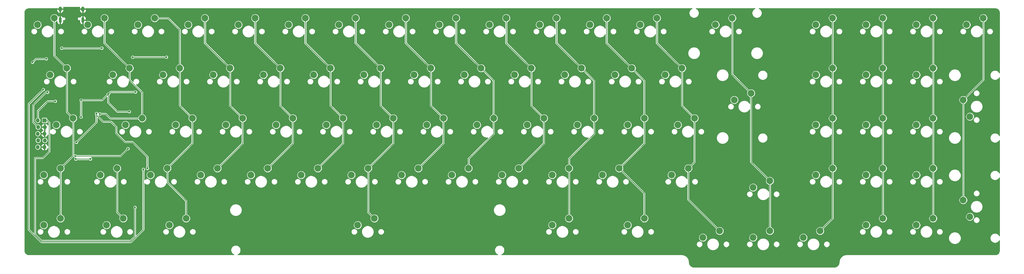
<source format=gtl>
G04 #@! TF.GenerationSoftware,KiCad,Pcbnew,5.1.5-52549c5~84~ubuntu18.04.1*
G04 #@! TF.CreationDate,2020-02-27T16:13:33-05:00*
G04 #@! TF.ProjectId,muente1800,6d75656e-7465-4313-9830-302e6b696361,rev?*
G04 #@! TF.SameCoordinates,Original*
G04 #@! TF.FileFunction,Copper,L1,Top*
G04 #@! TF.FilePolarity,Positive*
%FSLAX46Y46*%
G04 Gerber Fmt 4.6, Leading zero omitted, Abs format (unit mm)*
G04 Created by KiCad (PCBNEW 5.1.5-52549c5~84~ubuntu18.04.1) date 2020-02-27 16:13:33*
%MOMM*%
%LPD*%
G04 APERTURE LIST*
%ADD10O,1.524000X1.524000*%
%ADD11R,1.524000X1.524000*%
%ADD12C,2.540000*%
%ADD13O,1.100000X2.200000*%
%ADD14O,1.300000X1.900000*%
%ADD15C,0.800000*%
%ADD16C,0.250000*%
%ADD17C,0.254000*%
G04 APERTURE END LIST*
D10*
X-1174750Y-43973750D03*
X-3714750Y-43973750D03*
X-1047750Y-41433750D03*
X-3587750Y-41433750D03*
X-3714750Y-38893750D03*
X-3587750Y-36353750D03*
X-3714750Y-33813750D03*
D11*
X-1174750Y-33813750D03*
D10*
X-1047750Y-36353750D03*
X-1174750Y-38893750D03*
D12*
X29527500Y-35560000D03*
X35877500Y-33020000D03*
X28733750Y-71120000D03*
X22383750Y-73660000D03*
X115252500Y-54610000D03*
X121602500Y-52070000D03*
X24765000Y-16510000D03*
X31115000Y-13970000D03*
X-3810000Y2540000D03*
X2540000Y5080000D03*
X123983750Y-71120000D03*
X117633750Y-73660000D03*
X260508750Y-26035000D03*
X266858750Y-23495000D03*
X259715000Y5080000D03*
X253365000Y2540000D03*
X347345000Y-64135000D03*
X349885000Y-70485000D03*
X347345000Y-26035000D03*
X349885000Y-32385000D03*
X52546250Y-71120000D03*
X46196250Y-73660000D03*
X4921250Y-71120000D03*
X-1428750Y-73660000D03*
X4921250Y-52070000D03*
X-1428750Y-54610000D03*
X243046250Y-52070000D03*
X236696250Y-54610000D03*
X9683750Y-33020000D03*
X3333750Y-35560000D03*
X226377500Y-71120000D03*
X220027500Y-73660000D03*
X197802500Y-71120000D03*
X191452500Y-73660000D03*
X7302500Y-13970000D03*
X952500Y-16510000D03*
X329565000Y-73660000D03*
X335915000Y-71120000D03*
X310515000Y-73660000D03*
X316865000Y-71120000D03*
X286702500Y-78422500D03*
X293052500Y-75882500D03*
X267652500Y-78422500D03*
X274002500Y-75882500D03*
X248602500Y-78422500D03*
X254952500Y-75882500D03*
X329565000Y-54610000D03*
X335915000Y-52070000D03*
X310515000Y-54610000D03*
X316865000Y-52070000D03*
X291465000Y-54610000D03*
X297815000Y-52070000D03*
X267652500Y-59372500D03*
X274002500Y-56832500D03*
X210502500Y-54610000D03*
X216852500Y-52070000D03*
X191452500Y-54610000D03*
X197802500Y-52070000D03*
X172402500Y-54610000D03*
X178752500Y-52070000D03*
X153352500Y-54610000D03*
X159702500Y-52070000D03*
X134302500Y-54610000D03*
X140652500Y-52070000D03*
X96202500Y-54610000D03*
X102552500Y-52070000D03*
X77152500Y-54610000D03*
X83502500Y-52070000D03*
X58102500Y-54610000D03*
X64452500Y-52070000D03*
X39052500Y-54610000D03*
X45402500Y-52070000D03*
X20002500Y-54610000D03*
X26352500Y-52070000D03*
X329565000Y-35560000D03*
X335915000Y-33020000D03*
X310515000Y-35560000D03*
X316865000Y-33020000D03*
X291465000Y-35560000D03*
X297815000Y-33020000D03*
X239077500Y-35560000D03*
X245427500Y-33020000D03*
X220027500Y-35560000D03*
X226377500Y-33020000D03*
X200977500Y-35560000D03*
X207327500Y-33020000D03*
X181927500Y-35560000D03*
X188277500Y-33020000D03*
X162877500Y-35560000D03*
X169227500Y-33020000D03*
X143827500Y-35560000D03*
X150177500Y-33020000D03*
X124777500Y-35560000D03*
X131127500Y-33020000D03*
X105727500Y-35560000D03*
X112077500Y-33020000D03*
X86677500Y-35560000D03*
X93027500Y-33020000D03*
X67627500Y-35560000D03*
X73977500Y-33020000D03*
X48577500Y-35560000D03*
X54927500Y-33020000D03*
X329565000Y-16510000D03*
X335915000Y-13970000D03*
X310515000Y-16510000D03*
X316865000Y-13970000D03*
X291465000Y-16510000D03*
X297815000Y-13970000D03*
X234315000Y-16510000D03*
X240665000Y-13970000D03*
X215265000Y-16510000D03*
X221615000Y-13970000D03*
X196215000Y-16510000D03*
X202565000Y-13970000D03*
X177165000Y-16510000D03*
X183515000Y-13970000D03*
X158115000Y-16510000D03*
X164465000Y-13970000D03*
X139065000Y-16510000D03*
X145415000Y-13970000D03*
X120015000Y-16510000D03*
X126365000Y-13970000D03*
X100965000Y-16510000D03*
X107315000Y-13970000D03*
X81915000Y-16510000D03*
X88265000Y-13970000D03*
X62865000Y-16510000D03*
X69215000Y-13970000D03*
X43815000Y-16510000D03*
X50165000Y-13970000D03*
X348615000Y2540000D03*
X354965000Y5080000D03*
X329565000Y2540000D03*
X335915000Y5080000D03*
X310515000Y2540000D03*
X316865000Y5080000D03*
X291465000Y2540000D03*
X297815000Y5080000D03*
X224790000Y2540000D03*
X231140000Y5080000D03*
X205740000Y2540000D03*
X212090000Y5080000D03*
X186690000Y2540000D03*
X193040000Y5080000D03*
X167640000Y2540000D03*
X173990000Y5080000D03*
X148590000Y2540000D03*
X154940000Y5080000D03*
X129540000Y2540000D03*
X135890000Y5080000D03*
X110490000Y2540000D03*
X116840000Y5080000D03*
X91440000Y2540000D03*
X97790000Y5080000D03*
X72390000Y2540000D03*
X78740000Y5080000D03*
X53340000Y2540000D03*
X59690000Y5080000D03*
X34290000Y2540000D03*
X40640000Y5080000D03*
X15240000Y2540000D03*
X21590000Y5080000D03*
D13*
X13387600Y4300000D03*
D14*
X13387600Y8500000D03*
X4787600Y8500000D03*
D13*
X4787600Y4300000D03*
D15*
X5334000Y-6350000D03*
X20574000Y-6350000D03*
X32258000Y-9779000D03*
X45085000Y-9779000D03*
X-5715000Y-11709400D03*
X-457200Y-10414000D03*
X30480000Y-44577000D03*
X10541000Y-47371000D03*
X10668000Y-48514000D03*
X16256000Y-48514000D03*
X19812000Y-31369000D03*
X20320000Y-45212000D03*
X8636000Y-24384000D03*
X38227000Y-60325000D03*
X107188000Y-50927000D03*
X65024000Y-67818000D03*
X3048000Y-48514000D03*
X33337500Y-23018750D03*
X23018750Y-23812500D03*
X12700000Y-32543750D03*
X30988000Y-30505400D03*
X12700000Y-26099990D03*
X33147000Y-66929000D03*
X37846000Y-52070000D03*
X18542000Y-31242000D03*
X10922000Y-42164000D03*
X-1651000Y-22098000D03*
X36322000Y-52451000D03*
X0Y-23114000D03*
X2921000Y-26543000D03*
D16*
X5334000Y-6350000D02*
X20574000Y-6350000D01*
X32258000Y-9779000D02*
X45085000Y-9779000D01*
X-5715000Y-11709400D02*
X-4419600Y-10414000D01*
X-4419600Y-10414000D02*
X-457200Y-10414000D01*
X30480000Y-44577000D02*
X27686000Y-47371000D01*
X27686000Y-47371000D02*
X10541000Y-47371000D01*
X10668000Y-48514000D02*
X16256000Y-48514000D01*
X2540000Y-9207500D02*
X7302500Y-13970000D01*
X2540000Y5080000D02*
X2540000Y-9207500D01*
X7302500Y-30638750D02*
X9683750Y-33020000D01*
X7302500Y-13970000D02*
X7302500Y-30638750D01*
X4921250Y-71120000D02*
X4921250Y-52070000D01*
X9683750Y-47307500D02*
X9683750Y-33020000D01*
X4921250Y-52070000D02*
X9683750Y-47307500D01*
X21590000Y-4445000D02*
X31115000Y-13970000D01*
X21590000Y5080000D02*
X21590000Y-4445000D01*
X31115000Y-13970000D02*
X31115000Y-18415000D01*
X35877500Y-23177500D02*
X35877500Y-33020000D01*
X31115000Y-18415000D02*
X35877500Y-23177500D01*
X26352500Y-68738750D02*
X26352500Y-52070000D01*
X28733750Y-71120000D02*
X26352500Y-68738750D01*
X35877500Y-33020000D02*
X23749000Y-33020000D01*
X23749000Y-33020000D02*
X22098000Y-31369000D01*
X22098000Y-31369000D02*
X19812000Y-31369000D01*
X40640000Y5080000D02*
X45720000Y5080000D01*
X50165000Y635000D02*
X50165000Y-13970000D01*
X45720000Y5080000D02*
X50165000Y635000D01*
X50165000Y-28257500D02*
X54927500Y-33020000D01*
X50165000Y-13970000D02*
X50165000Y-28257500D01*
X54927500Y-42545000D02*
X45402500Y-52070000D01*
X54927500Y-33020000D02*
X54927500Y-42545000D01*
X45402500Y-52070000D02*
X45402500Y-57308750D01*
X52546250Y-64452500D02*
X52546250Y-71120000D01*
X45402500Y-57308750D02*
X52546250Y-64452500D01*
X59690000Y-4445000D02*
X69215000Y-13970000D01*
X59690000Y5080000D02*
X59690000Y-4445000D01*
X69215000Y-28257500D02*
X73977500Y-33020000D01*
X69215000Y-13970000D02*
X69215000Y-28257500D01*
X73977500Y-42545000D02*
X64452500Y-52070000D01*
X73977500Y-33020000D02*
X73977500Y-42545000D01*
X78740000Y-4445000D02*
X88265000Y-13970000D01*
X78740000Y5080000D02*
X78740000Y-4445000D01*
X88265000Y-28257500D02*
X93027500Y-33020000D01*
X88265000Y-13970000D02*
X88265000Y-28257500D01*
X93027500Y-42545000D02*
X93027500Y-33020000D01*
X83502500Y-52070000D02*
X93027500Y-42545000D01*
X97790000Y-4445000D02*
X107315000Y-13970000D01*
X97790000Y5080000D02*
X97790000Y-4445000D01*
X107315000Y-28257500D02*
X112077500Y-33020000D01*
X107315000Y-13970000D02*
X107315000Y-28257500D01*
X112077500Y-42545000D02*
X112077500Y-33020000D01*
X102552500Y-52070000D02*
X112077500Y-42545000D01*
X116840000Y-4445000D02*
X116840000Y5080000D01*
X126365000Y-13970000D02*
X116840000Y-4445000D01*
X126365000Y-28257500D02*
X131127500Y-33020000D01*
X126365000Y-13970000D02*
X126365000Y-28257500D01*
X131127500Y-42545000D02*
X131127500Y-33020000D01*
X121602500Y-52070000D02*
X131127500Y-42545000D01*
X121602500Y-68738750D02*
X123983750Y-71120000D01*
X121602500Y-52070000D02*
X121602500Y-68738750D01*
X135890000Y-4445000D02*
X145415000Y-13970000D01*
X135890000Y5080000D02*
X135890000Y-4445000D01*
X145415000Y-28257500D02*
X150177500Y-33020000D01*
X145415000Y-13970000D02*
X145415000Y-28257500D01*
X150177500Y-42545000D02*
X150177500Y-33020000D01*
X140652500Y-52070000D02*
X150177500Y-42545000D01*
X154940000Y-4445000D02*
X164465000Y-13970000D01*
X154940000Y5080000D02*
X154940000Y-4445000D01*
X169227500Y-18732500D02*
X164465000Y-13970000D01*
X169227500Y-33020000D02*
X169227500Y-18732500D01*
X169227500Y-34816051D02*
X169227500Y-33020000D01*
X169227500Y-38899666D02*
X169227500Y-34816051D01*
X159702500Y-48424666D02*
X169227500Y-38899666D01*
X159702500Y-52070000D02*
X159702500Y-48424666D01*
X173990000Y-4445000D02*
X173990000Y5080000D01*
X183515000Y-13970000D02*
X173990000Y-4445000D01*
X183515000Y-28257500D02*
X188277500Y-33020000D01*
X183515000Y-13970000D02*
X183515000Y-28257500D01*
X188277500Y-42545000D02*
X188277500Y-33020000D01*
X178752500Y-52070000D02*
X188277500Y-42545000D01*
X193040000Y-4445000D02*
X202565000Y-13970000D01*
X193040000Y5080000D02*
X193040000Y-4445000D01*
X197802500Y-57949666D02*
X197802500Y-52070000D01*
X197802500Y-71120000D02*
X197802500Y-57949666D01*
X207327500Y-34816051D02*
X207327500Y-33020000D01*
X207327500Y-38899666D02*
X207327500Y-34816051D01*
X197802500Y-48424666D02*
X207327500Y-38899666D01*
X197802500Y-52070000D02*
X197802500Y-48424666D01*
X207327500Y-18732500D02*
X202565000Y-13970000D01*
X207327500Y-33020000D02*
X207327500Y-18732500D01*
X226377500Y-61595000D02*
X216852500Y-52070000D01*
X226377500Y-71120000D02*
X226377500Y-61595000D01*
X226377500Y-42545000D02*
X226377500Y-33020000D01*
X226377500Y-18732500D02*
X221615000Y-13970000D01*
X226377500Y-33020000D02*
X226377500Y-18732500D01*
X212090000Y-4445000D02*
X221615000Y-13970000D01*
X212090000Y5080000D02*
X212090000Y-4445000D01*
X216852500Y-52070000D02*
X226377500Y-42545000D01*
X231140000Y-4445000D02*
X240665000Y-13970000D01*
X231140000Y5080000D02*
X231140000Y-4445000D01*
X240665000Y-28257500D02*
X245427500Y-33020000D01*
X240665000Y-13970000D02*
X240665000Y-28257500D01*
X245427500Y-49688750D02*
X243046250Y-52070000D01*
X245427500Y-33020000D02*
X245427500Y-49688750D01*
X243046250Y-63976250D02*
X254952500Y-75882500D01*
X243046250Y-52070000D02*
X243046250Y-63976250D01*
X274002500Y-75882500D02*
X274002500Y-56832500D01*
X266858750Y-49688750D02*
X266858750Y-23495000D01*
X274002500Y-56832500D02*
X266858750Y-49688750D01*
X259715000Y-16351250D02*
X259715000Y5080000D01*
X266858750Y-23495000D02*
X259715000Y-16351250D01*
X297815000Y3283949D02*
X297815000Y-13970000D01*
X297815000Y5080000D02*
X297815000Y3283949D01*
X297815000Y-13970000D02*
X297815000Y-33020000D01*
X297815000Y-33020000D02*
X297815000Y-52070000D01*
X297815000Y-71120000D02*
X293052500Y-75882500D01*
X297815000Y-52070000D02*
X297815000Y-71120000D01*
X316865000Y-57949666D02*
X316865000Y-52070000D01*
X316865000Y-71120000D02*
X316865000Y-57949666D01*
X316865000Y-52070000D02*
X316865000Y-33020000D01*
X316865000Y-33020000D02*
X316865000Y-13970000D01*
X316865000Y-13970000D02*
X316865000Y5080000D01*
X335915000Y799666D02*
X335915000Y-13970000D01*
X335915000Y5080000D02*
X335915000Y799666D01*
X335915000Y-13970000D02*
X335915000Y-33020000D01*
X335915000Y-34816051D02*
X335915000Y-52070000D01*
X335915000Y-33020000D02*
X335915000Y-34816051D01*
X335915000Y-53866051D02*
X335915000Y-71120000D01*
X335915000Y-52070000D02*
X335915000Y-53866051D01*
X354965000Y-18415000D02*
X347345000Y-26035000D01*
X354965000Y5080000D02*
X354965000Y-18415000D01*
X347345000Y-27831051D02*
X347345000Y-64135000D01*
X347345000Y-26035000D02*
X347345000Y-27831051D01*
X33337500Y-23018750D02*
X23812500Y-23018750D01*
X23812500Y-23018750D02*
X23018750Y-23812500D01*
X23018750Y-23812500D02*
X23018750Y-27057350D01*
X23018750Y-27057350D02*
X26466800Y-30505400D01*
X26466800Y-30505400D02*
X30988000Y-30505400D01*
X23018750Y-23812500D02*
X20731260Y-26099990D01*
X13265685Y-26099990D02*
X12700000Y-26099990D01*
X20731260Y-26099990D02*
X13265685Y-26099990D01*
X12700000Y-32543750D02*
X12700000Y-26099990D01*
X33147000Y-66929000D02*
X33147000Y-77978000D01*
X33147000Y-77978000D02*
X31496000Y-79629000D01*
X31496000Y-79629000D02*
X-2286000Y-79629000D01*
X-4801751Y-77113249D02*
X-4801751Y-48108751D01*
X-2286000Y-79629000D02*
X-4801751Y-77113249D01*
X-4801751Y-48108751D02*
X-1753751Y-48108751D01*
X-1753751Y-48108751D02*
X635000Y-45720000D01*
X-162750Y-33813750D02*
X-1174750Y-33813750D01*
X635000Y-34611500D02*
X-162750Y-33813750D01*
X635000Y-45720000D02*
X635000Y-34611500D01*
X37846000Y-47625000D02*
X37846000Y-52070000D01*
X29337000Y-42037000D02*
X32258000Y-42037000D01*
X18542000Y-31242000D02*
X18542000Y-31807685D01*
X32258000Y-42037000D02*
X37846000Y-47625000D01*
X21024315Y-34290000D02*
X24003000Y-34290000D01*
X24003000Y-34290000D02*
X26035000Y-36322000D01*
X18542000Y-31807685D02*
X21024315Y-34290000D01*
X26035000Y-36322000D02*
X26035000Y-38735000D01*
X26035000Y-38735000D02*
X29337000Y-42037000D01*
X18542000Y-31242000D02*
X18542000Y-34544000D01*
X18542000Y-34544000D02*
X10922000Y-42164000D01*
X36322000Y-75439411D02*
X36322000Y-53016685D01*
X-2472400Y-80079011D02*
X31682400Y-80079011D01*
X36322000Y-53016685D02*
X36322000Y-52451000D01*
X-7181009Y-75370401D02*
X-2472400Y-80079011D01*
X31682400Y-80079011D02*
X36322000Y-75439411D01*
X-7181009Y-27628009D02*
X-7181009Y-75370401D01*
X-1651000Y-22098000D02*
X-7181009Y-27628009D01*
X-565685Y-23114000D02*
X-5461000Y-28009315D01*
X0Y-23114000D02*
X-565685Y-23114000D01*
X-5461000Y-34480500D02*
X-3587750Y-36353750D01*
X-5461000Y-28009315D02*
X-5461000Y-34480500D01*
X-3714750Y-33813750D02*
X-3714750Y-30257750D01*
X-3714750Y-30257750D02*
X0Y-26543000D01*
X0Y-26543000D02*
X2921000Y-26543000D01*
D17*
G36*
X12152067Y9175251D02*
G01*
X12102600Y8927000D01*
X12102600Y8627000D01*
X13260600Y8627000D01*
X13260600Y8647000D01*
X13514600Y8647000D01*
X13514600Y8627000D01*
X14672600Y8627000D01*
X14672600Y8778601D01*
X14706685Y8763991D01*
X14713311Y8761941D01*
X14713318Y8761938D01*
X14713326Y8761936D01*
X14806732Y8733735D01*
X14850931Y8724983D01*
X14894985Y8715619D01*
X14901877Y8714895D01*
X14901882Y8714894D01*
X14901886Y8714894D01*
X14999004Y8705372D01*
X14999009Y8705372D01*
X15023092Y8703000D01*
X244495459Y8703000D01*
X244350749Y8643059D01*
X244044307Y8438301D01*
X243783699Y8177693D01*
X243578941Y7871251D01*
X243437901Y7530751D01*
X243366000Y7169277D01*
X243366000Y6800723D01*
X243437901Y6439249D01*
X243578941Y6098749D01*
X243783699Y5792307D01*
X244044307Y5531699D01*
X244350749Y5326941D01*
X244691249Y5185901D01*
X245052723Y5114000D01*
X245421277Y5114000D01*
X245782751Y5185901D01*
X246123251Y5326941D01*
X246429693Y5531699D01*
X246690301Y5792307D01*
X246895059Y6098749D01*
X247036099Y6439249D01*
X247108000Y6800723D01*
X247108000Y7169277D01*
X247036099Y7530751D01*
X246895059Y7871251D01*
X246690301Y8177693D01*
X246429693Y8438301D01*
X246123251Y8643059D01*
X245978541Y8703000D01*
X268371459Y8703000D01*
X268226749Y8643059D01*
X267920307Y8438301D01*
X267659699Y8177693D01*
X267454941Y7871251D01*
X267313901Y7530751D01*
X267242000Y7169277D01*
X267242000Y6800723D01*
X267313901Y6439249D01*
X267454941Y6098749D01*
X267659699Y5792307D01*
X267920307Y5531699D01*
X268226749Y5326941D01*
X268567249Y5185901D01*
X268928723Y5114000D01*
X269297277Y5114000D01*
X269658751Y5185901D01*
X269999251Y5326941D01*
X270305693Y5531699D01*
X270566301Y5792307D01*
X270771059Y6098749D01*
X270912099Y6439249D01*
X270984000Y6800723D01*
X270984000Y7169277D01*
X270912099Y7530751D01*
X270771059Y7871251D01*
X270566301Y8177693D01*
X270305693Y8438301D01*
X269999251Y8643059D01*
X269854541Y8703000D01*
X359553192Y8703000D01*
X359868970Y8672037D01*
X360149341Y8587389D01*
X360407927Y8449897D01*
X360634885Y8264794D01*
X360821567Y8039135D01*
X360960863Y7781513D01*
X361047467Y7501741D01*
X361080501Y7187444D01*
X361080501Y-15780786D01*
X361068059Y-15750749D01*
X360863301Y-15444307D01*
X360602693Y-15183699D01*
X360296251Y-14978941D01*
X359955751Y-14837901D01*
X359594277Y-14766000D01*
X359225723Y-14766000D01*
X358864249Y-14837901D01*
X358523749Y-14978941D01*
X358217307Y-15183699D01*
X357956699Y-15444307D01*
X357751941Y-15750749D01*
X357610901Y-16091249D01*
X357539000Y-16452723D01*
X357539000Y-16821277D01*
X357610901Y-17182751D01*
X357751941Y-17523251D01*
X357956699Y-17829693D01*
X358217307Y-18090301D01*
X358523749Y-18295059D01*
X358864249Y-18436099D01*
X359225723Y-18508000D01*
X359594277Y-18508000D01*
X359955751Y-18436099D01*
X360296251Y-18295059D01*
X360602693Y-18090301D01*
X360863301Y-17829693D01*
X361068059Y-17523251D01*
X361080501Y-17493214D01*
X361080500Y-39656785D01*
X361068059Y-39626749D01*
X360863301Y-39320307D01*
X360602693Y-39059699D01*
X360296251Y-38854941D01*
X359955751Y-38713901D01*
X359594277Y-38642000D01*
X359225723Y-38642000D01*
X358864249Y-38713901D01*
X358523749Y-38854941D01*
X358217307Y-39059699D01*
X357956699Y-39320307D01*
X357751941Y-39626749D01*
X357610901Y-39967249D01*
X357539000Y-40328723D01*
X357539000Y-40697277D01*
X357610901Y-41058751D01*
X357751941Y-41399251D01*
X357956699Y-41705693D01*
X358217307Y-41966301D01*
X358523749Y-42171059D01*
X358864249Y-42312099D01*
X359225723Y-42384000D01*
X359594277Y-42384000D01*
X359955751Y-42312099D01*
X360296251Y-42171059D01*
X360602693Y-41966301D01*
X360863301Y-41705693D01*
X361068059Y-41399251D01*
X361080500Y-41369216D01*
X361080500Y-53880785D01*
X361068059Y-53850749D01*
X360863301Y-53544307D01*
X360602693Y-53283699D01*
X360296251Y-53078941D01*
X359955751Y-52937901D01*
X359594277Y-52866000D01*
X359225723Y-52866000D01*
X358864249Y-52937901D01*
X358523749Y-53078941D01*
X358217307Y-53283699D01*
X357956699Y-53544307D01*
X357751941Y-53850749D01*
X357610901Y-54191249D01*
X357539000Y-54552723D01*
X357539000Y-54921277D01*
X357610901Y-55282751D01*
X357751941Y-55623251D01*
X357956699Y-55929693D01*
X358217307Y-56190301D01*
X358523749Y-56395059D01*
X358864249Y-56536099D01*
X359225723Y-56608000D01*
X359594277Y-56608000D01*
X359955751Y-56536099D01*
X360296251Y-56395059D01*
X360602693Y-56190301D01*
X360863301Y-55929693D01*
X361068059Y-55623251D01*
X361080500Y-55593215D01*
X361080501Y-77756786D01*
X361068059Y-77726749D01*
X360863301Y-77420307D01*
X360602693Y-77159699D01*
X360296251Y-76954941D01*
X359955751Y-76813901D01*
X359594277Y-76742000D01*
X359225723Y-76742000D01*
X358864249Y-76813901D01*
X358523749Y-76954941D01*
X358217307Y-77159699D01*
X357956699Y-77420307D01*
X357751941Y-77726749D01*
X357610901Y-78067249D01*
X357539000Y-78428723D01*
X357539000Y-78797277D01*
X357610901Y-79158751D01*
X357751941Y-79499251D01*
X357956699Y-79805693D01*
X358217307Y-80066301D01*
X358523749Y-80271059D01*
X358864249Y-80412099D01*
X359225723Y-80484000D01*
X359594277Y-80484000D01*
X359955751Y-80412099D01*
X360296251Y-80271059D01*
X360602693Y-80066301D01*
X360863301Y-79805693D01*
X361068059Y-79499251D01*
X361080501Y-79469214D01*
X361080501Y-83375682D01*
X361049537Y-83691472D01*
X360964889Y-83971840D01*
X360827393Y-84230432D01*
X360642293Y-84457385D01*
X360416636Y-84644066D01*
X360159009Y-84783364D01*
X359879241Y-84869967D01*
X359564953Y-84903000D01*
X303148092Y-84903000D01*
X303125686Y-84905207D01*
X303110832Y-84905103D01*
X303103926Y-84905781D01*
X302641733Y-84954359D01*
X302597598Y-84963418D01*
X302553359Y-84971857D01*
X302546724Y-84973861D01*
X302546717Y-84973862D01*
X302546711Y-84973865D01*
X302102762Y-85111290D01*
X302061246Y-85128741D01*
X302019471Y-85145619D01*
X302013353Y-85148873D01*
X302013344Y-85148877D01*
X302013337Y-85148882D01*
X301604537Y-85369919D01*
X301567206Y-85395099D01*
X301529499Y-85419773D01*
X301524122Y-85424159D01*
X301166035Y-85720395D01*
X301134265Y-85752387D01*
X301102111Y-85783874D01*
X301097693Y-85789215D01*
X301097687Y-85789221D01*
X301097686Y-85789223D01*
X300803959Y-86149367D01*
X300779018Y-86186906D01*
X300753581Y-86224055D01*
X300750285Y-86230152D01*
X300750282Y-86230157D01*
X300750282Y-86230158D01*
X300750281Y-86230160D01*
X300532100Y-86640499D01*
X300514923Y-86682173D01*
X300497189Y-86723549D01*
X300495137Y-86730178D01*
X300360813Y-87175080D01*
X300352059Y-87219289D01*
X300342698Y-87263329D01*
X300341973Y-87270230D01*
X300296622Y-87732751D01*
X300256026Y-88146774D01*
X300149871Y-88498378D01*
X299977447Y-88822659D01*
X299745318Y-89107277D01*
X299462324Y-89341390D01*
X299139253Y-89516074D01*
X298788401Y-89624681D01*
X298400030Y-89665500D01*
X245284308Y-89665500D01*
X244894476Y-89627276D01*
X244542872Y-89521121D01*
X244218591Y-89348697D01*
X243933973Y-89116568D01*
X243699860Y-88833574D01*
X243525176Y-88510503D01*
X243416569Y-88159651D01*
X243375717Y-87770968D01*
X243375689Y-87762892D01*
X243373495Y-87741294D01*
X243373647Y-87719582D01*
X243372969Y-87712676D01*
X243324391Y-87250483D01*
X243315332Y-87206348D01*
X243306893Y-87162109D01*
X243304889Y-87155474D01*
X243304888Y-87155467D01*
X243304885Y-87155461D01*
X243167460Y-86711512D01*
X243150009Y-86669996D01*
X243133131Y-86628221D01*
X243129877Y-86622103D01*
X243129873Y-86622094D01*
X243129868Y-86622087D01*
X242908831Y-86213287D01*
X242883651Y-86175956D01*
X242858977Y-86138249D01*
X242854591Y-86132872D01*
X242558355Y-85774785D01*
X242526363Y-85743015D01*
X242494876Y-85710861D01*
X242489535Y-85706443D01*
X242489529Y-85706437D01*
X242489522Y-85706433D01*
X242129383Y-85412709D01*
X242091844Y-85387768D01*
X242054695Y-85362331D01*
X242048598Y-85359035D01*
X242048593Y-85359032D01*
X242048588Y-85359030D01*
X241638251Y-85140850D01*
X241596577Y-85123673D01*
X241555201Y-85105939D01*
X241548576Y-85103888D01*
X241548570Y-85103886D01*
X241103670Y-84969563D01*
X241059461Y-84960809D01*
X241015421Y-84951448D01*
X241008520Y-84950723D01*
X240545999Y-84905372D01*
X240545991Y-84905372D01*
X240521908Y-84903000D01*
X172223291Y-84903000D01*
X172368001Y-84843059D01*
X172674443Y-84638301D01*
X172935051Y-84377693D01*
X173139809Y-84071251D01*
X173280849Y-83730751D01*
X173352750Y-83369277D01*
X173352750Y-83000723D01*
X173280849Y-82639249D01*
X173139809Y-82298749D01*
X172935051Y-81992307D01*
X172674443Y-81731699D01*
X172368001Y-81526941D01*
X172027501Y-81385901D01*
X171666027Y-81314000D01*
X171297473Y-81314000D01*
X170935999Y-81385901D01*
X170595499Y-81526941D01*
X170289057Y-81731699D01*
X170028449Y-81992307D01*
X169823691Y-82298749D01*
X169682651Y-82639249D01*
X169610750Y-83000723D01*
X169610750Y-83369277D01*
X169682651Y-83730751D01*
X169823691Y-84071251D01*
X170028449Y-84377693D01*
X170289057Y-84638301D01*
X170595499Y-84843059D01*
X170740209Y-84903000D01*
X72147291Y-84903000D01*
X72292001Y-84843059D01*
X72598443Y-84638301D01*
X72859051Y-84377693D01*
X73063809Y-84071251D01*
X73204849Y-83730751D01*
X73276750Y-83369277D01*
X73276750Y-83000723D01*
X73204849Y-82639249D01*
X73063809Y-82298749D01*
X72859051Y-81992307D01*
X72598443Y-81731699D01*
X72292001Y-81526941D01*
X71951501Y-81385901D01*
X71590027Y-81314000D01*
X71221473Y-81314000D01*
X70859999Y-81385901D01*
X70519499Y-81526941D01*
X70213057Y-81731699D01*
X69952449Y-81992307D01*
X69747691Y-82298749D01*
X69606651Y-82639249D01*
X69534750Y-83000723D01*
X69534750Y-83369277D01*
X69606651Y-83730751D01*
X69747691Y-84071251D01*
X69952449Y-84377693D01*
X70213057Y-84638301D01*
X70519499Y-84843059D01*
X70664209Y-84903000D01*
X-7128192Y-84903000D01*
X-7443972Y-84872037D01*
X-7724340Y-84787389D01*
X-7982932Y-84649893D01*
X-8209885Y-84464793D01*
X-8396566Y-84239136D01*
X-8535864Y-83981509D01*
X-8622467Y-83701741D01*
X-8655500Y-83387453D01*
X-8655500Y-80844517D01*
X246134600Y-80844517D01*
X246134600Y-81080483D01*
X246180635Y-81311915D01*
X246270935Y-81529918D01*
X246402030Y-81726117D01*
X246568883Y-81892970D01*
X246765082Y-82024065D01*
X246983085Y-82114365D01*
X247214517Y-82160400D01*
X247450483Y-82160400D01*
X247681915Y-82114365D01*
X247899918Y-82024065D01*
X248096117Y-81892970D01*
X248262970Y-81726117D01*
X248394065Y-81529918D01*
X248484365Y-81311915D01*
X248530400Y-81080483D01*
X248530400Y-80844517D01*
X248508008Y-80731941D01*
X250071600Y-80731941D01*
X250071600Y-81193059D01*
X250161559Y-81645315D01*
X250338021Y-82071332D01*
X250594204Y-82454737D01*
X250920263Y-82780796D01*
X251303668Y-83036979D01*
X251729685Y-83213441D01*
X252181941Y-83303400D01*
X252643059Y-83303400D01*
X253095315Y-83213441D01*
X253521332Y-83036979D01*
X253904737Y-82780796D01*
X254230796Y-82454737D01*
X254486979Y-82071332D01*
X254663441Y-81645315D01*
X254753400Y-81193059D01*
X254753400Y-80844517D01*
X256294600Y-80844517D01*
X256294600Y-81080483D01*
X256340635Y-81311915D01*
X256430935Y-81529918D01*
X256562030Y-81726117D01*
X256728883Y-81892970D01*
X256925082Y-82024065D01*
X257143085Y-82114365D01*
X257374517Y-82160400D01*
X257610483Y-82160400D01*
X257841915Y-82114365D01*
X258059918Y-82024065D01*
X258256117Y-81892970D01*
X258422970Y-81726117D01*
X258554065Y-81529918D01*
X258644365Y-81311915D01*
X258690400Y-81080483D01*
X258690400Y-80844517D01*
X265184600Y-80844517D01*
X265184600Y-81080483D01*
X265230635Y-81311915D01*
X265320935Y-81529918D01*
X265452030Y-81726117D01*
X265618883Y-81892970D01*
X265815082Y-82024065D01*
X266033085Y-82114365D01*
X266264517Y-82160400D01*
X266500483Y-82160400D01*
X266731915Y-82114365D01*
X266949918Y-82024065D01*
X267146117Y-81892970D01*
X267312970Y-81726117D01*
X267444065Y-81529918D01*
X267534365Y-81311915D01*
X267580400Y-81080483D01*
X267580400Y-80844517D01*
X267558008Y-80731941D01*
X269121600Y-80731941D01*
X269121600Y-81193059D01*
X269211559Y-81645315D01*
X269388021Y-82071332D01*
X269644204Y-82454737D01*
X269970263Y-82780796D01*
X270353668Y-83036979D01*
X270779685Y-83213441D01*
X271231941Y-83303400D01*
X271693059Y-83303400D01*
X272145315Y-83213441D01*
X272571332Y-83036979D01*
X272954737Y-82780796D01*
X273280796Y-82454737D01*
X273536979Y-82071332D01*
X273713441Y-81645315D01*
X273803400Y-81193059D01*
X273803400Y-80844517D01*
X275344600Y-80844517D01*
X275344600Y-81080483D01*
X275390635Y-81311915D01*
X275480935Y-81529918D01*
X275612030Y-81726117D01*
X275778883Y-81892970D01*
X275975082Y-82024065D01*
X276193085Y-82114365D01*
X276424517Y-82160400D01*
X276660483Y-82160400D01*
X276891915Y-82114365D01*
X277109918Y-82024065D01*
X277306117Y-81892970D01*
X277472970Y-81726117D01*
X277604065Y-81529918D01*
X277694365Y-81311915D01*
X277740400Y-81080483D01*
X277740400Y-80844517D01*
X284234600Y-80844517D01*
X284234600Y-81080483D01*
X284280635Y-81311915D01*
X284370935Y-81529918D01*
X284502030Y-81726117D01*
X284668883Y-81892970D01*
X284865082Y-82024065D01*
X285083085Y-82114365D01*
X285314517Y-82160400D01*
X285550483Y-82160400D01*
X285781915Y-82114365D01*
X285999918Y-82024065D01*
X286196117Y-81892970D01*
X286362970Y-81726117D01*
X286494065Y-81529918D01*
X286584365Y-81311915D01*
X286630400Y-81080483D01*
X286630400Y-80844517D01*
X286608008Y-80731941D01*
X288171600Y-80731941D01*
X288171600Y-81193059D01*
X288261559Y-81645315D01*
X288438021Y-82071332D01*
X288694204Y-82454737D01*
X289020263Y-82780796D01*
X289403668Y-83036979D01*
X289829685Y-83213441D01*
X290281941Y-83303400D01*
X290743059Y-83303400D01*
X291195315Y-83213441D01*
X291621332Y-83036979D01*
X292004737Y-82780796D01*
X292330796Y-82454737D01*
X292586979Y-82071332D01*
X292763441Y-81645315D01*
X292853400Y-81193059D01*
X292853400Y-80844517D01*
X294394600Y-80844517D01*
X294394600Y-81080483D01*
X294440635Y-81311915D01*
X294530935Y-81529918D01*
X294662030Y-81726117D01*
X294828883Y-81892970D01*
X295025082Y-82024065D01*
X295243085Y-82114365D01*
X295474517Y-82160400D01*
X295710483Y-82160400D01*
X295941915Y-82114365D01*
X296159918Y-82024065D01*
X296356117Y-81892970D01*
X296522970Y-81726117D01*
X296654065Y-81529918D01*
X296744365Y-81311915D01*
X296790400Y-81080483D01*
X296790400Y-80844517D01*
X296744365Y-80613085D01*
X296654065Y-80395082D01*
X296522970Y-80198883D01*
X296356117Y-80032030D01*
X296159918Y-79900935D01*
X295941915Y-79810635D01*
X295710483Y-79764600D01*
X295474517Y-79764600D01*
X295243085Y-79810635D01*
X295025082Y-79900935D01*
X294828883Y-80032030D01*
X294662030Y-80198883D01*
X294530935Y-80395082D01*
X294440635Y-80613085D01*
X294394600Y-80844517D01*
X292853400Y-80844517D01*
X292853400Y-80731941D01*
X292763441Y-80279685D01*
X292586979Y-79853668D01*
X292330796Y-79470263D01*
X292004737Y-79144204D01*
X291621332Y-78888021D01*
X291195315Y-78711559D01*
X290743059Y-78621600D01*
X290281941Y-78621600D01*
X289829685Y-78711559D01*
X289403668Y-78888021D01*
X289020263Y-79144204D01*
X288694204Y-79470263D01*
X288438021Y-79853668D01*
X288261559Y-80279685D01*
X288171600Y-80731941D01*
X286608008Y-80731941D01*
X286584365Y-80613085D01*
X286494065Y-80395082D01*
X286362970Y-80198883D01*
X286196117Y-80032030D01*
X285999918Y-79900935D01*
X285781915Y-79810635D01*
X285550483Y-79764600D01*
X285314517Y-79764600D01*
X285083085Y-79810635D01*
X284865082Y-79900935D01*
X284668883Y-80032030D01*
X284502030Y-80198883D01*
X284370935Y-80395082D01*
X284280635Y-80613085D01*
X284234600Y-80844517D01*
X277740400Y-80844517D01*
X277694365Y-80613085D01*
X277604065Y-80395082D01*
X277472970Y-80198883D01*
X277306117Y-80032030D01*
X277109918Y-79900935D01*
X276891915Y-79810635D01*
X276660483Y-79764600D01*
X276424517Y-79764600D01*
X276193085Y-79810635D01*
X275975082Y-79900935D01*
X275778883Y-80032030D01*
X275612030Y-80198883D01*
X275480935Y-80395082D01*
X275390635Y-80613085D01*
X275344600Y-80844517D01*
X273803400Y-80844517D01*
X273803400Y-80731941D01*
X273713441Y-80279685D01*
X273536979Y-79853668D01*
X273280796Y-79470263D01*
X272954737Y-79144204D01*
X272571332Y-78888021D01*
X272145315Y-78711559D01*
X271693059Y-78621600D01*
X271231941Y-78621600D01*
X270779685Y-78711559D01*
X270353668Y-78888021D01*
X269970263Y-79144204D01*
X269644204Y-79470263D01*
X269388021Y-79853668D01*
X269211559Y-80279685D01*
X269121600Y-80731941D01*
X267558008Y-80731941D01*
X267534365Y-80613085D01*
X267444065Y-80395082D01*
X267312970Y-80198883D01*
X267146117Y-80032030D01*
X266949918Y-79900935D01*
X266731915Y-79810635D01*
X266500483Y-79764600D01*
X266264517Y-79764600D01*
X266033085Y-79810635D01*
X265815082Y-79900935D01*
X265618883Y-80032030D01*
X265452030Y-80198883D01*
X265320935Y-80395082D01*
X265230635Y-80613085D01*
X265184600Y-80844517D01*
X258690400Y-80844517D01*
X258644365Y-80613085D01*
X258554065Y-80395082D01*
X258422970Y-80198883D01*
X258256117Y-80032030D01*
X258059918Y-79900935D01*
X257841915Y-79810635D01*
X257610483Y-79764600D01*
X257374517Y-79764600D01*
X257143085Y-79810635D01*
X256925082Y-79900935D01*
X256728883Y-80032030D01*
X256562030Y-80198883D01*
X256430935Y-80395082D01*
X256340635Y-80613085D01*
X256294600Y-80844517D01*
X254753400Y-80844517D01*
X254753400Y-80731941D01*
X254663441Y-80279685D01*
X254486979Y-79853668D01*
X254230796Y-79470263D01*
X253904737Y-79144204D01*
X253521332Y-78888021D01*
X253095315Y-78711559D01*
X252643059Y-78621600D01*
X252181941Y-78621600D01*
X251729685Y-78711559D01*
X251303668Y-78888021D01*
X250920263Y-79144204D01*
X250594204Y-79470263D01*
X250338021Y-79853668D01*
X250161559Y-80279685D01*
X250071600Y-80731941D01*
X248508008Y-80731941D01*
X248484365Y-80613085D01*
X248394065Y-80395082D01*
X248262970Y-80198883D01*
X248096117Y-80032030D01*
X247899918Y-79900935D01*
X247681915Y-79810635D01*
X247450483Y-79764600D01*
X247214517Y-79764600D01*
X246983085Y-79810635D01*
X246765082Y-79900935D01*
X246568883Y-80032030D01*
X246402030Y-80198883D01*
X246270935Y-80395082D01*
X246180635Y-80613085D01*
X246134600Y-80844517D01*
X-8655500Y-80844517D01*
X-8655500Y-27628009D01*
X-7655292Y-27628009D01*
X-7653009Y-27651189D01*
X-7653008Y-75347211D01*
X-7655292Y-75370401D01*
X-7646179Y-75462928D01*
X-7619188Y-75551901D01*
X-7583322Y-75619002D01*
X-7575360Y-75633899D01*
X-7516377Y-75705770D01*
X-7498370Y-75720548D01*
X-2822551Y-80396368D01*
X-2807769Y-80414380D01*
X-2735898Y-80473363D01*
X-2653900Y-80517191D01*
X-2564928Y-80544181D01*
X-2495580Y-80551011D01*
X-2495579Y-80551011D01*
X-2472401Y-80553294D01*
X-2449223Y-80551011D01*
X31659220Y-80551011D01*
X31682400Y-80553294D01*
X31705580Y-80551011D01*
X31774928Y-80544181D01*
X31863900Y-80517191D01*
X31945898Y-80473363D01*
X32017769Y-80414380D01*
X32032551Y-80396368D01*
X36346902Y-76082017D01*
X43728350Y-76082017D01*
X43728350Y-76317983D01*
X43774385Y-76549415D01*
X43864685Y-76767418D01*
X43995780Y-76963617D01*
X44162633Y-77130470D01*
X44358832Y-77261565D01*
X44576835Y-77351865D01*
X44808267Y-77397900D01*
X45044233Y-77397900D01*
X45275665Y-77351865D01*
X45493668Y-77261565D01*
X45689867Y-77130470D01*
X45856720Y-76963617D01*
X45987815Y-76767418D01*
X46078115Y-76549415D01*
X46124150Y-76317983D01*
X46124150Y-76082017D01*
X46101758Y-75969441D01*
X47665350Y-75969441D01*
X47665350Y-76430559D01*
X47755309Y-76882815D01*
X47931771Y-77308832D01*
X48187954Y-77692237D01*
X48514013Y-78018296D01*
X48897418Y-78274479D01*
X49323435Y-78450941D01*
X49775691Y-78540900D01*
X50236809Y-78540900D01*
X50689065Y-78450941D01*
X51115082Y-78274479D01*
X51498487Y-78018296D01*
X51824546Y-77692237D01*
X52080729Y-77308832D01*
X52257191Y-76882815D01*
X52347150Y-76430559D01*
X52347150Y-76082017D01*
X53888350Y-76082017D01*
X53888350Y-76317983D01*
X53934385Y-76549415D01*
X54024685Y-76767418D01*
X54155780Y-76963617D01*
X54322633Y-77130470D01*
X54518832Y-77261565D01*
X54736835Y-77351865D01*
X54968267Y-77397900D01*
X55204233Y-77397900D01*
X55435665Y-77351865D01*
X55653668Y-77261565D01*
X55849867Y-77130470D01*
X56016720Y-76963617D01*
X56147815Y-76767418D01*
X56238115Y-76549415D01*
X56284150Y-76317983D01*
X56284150Y-76082017D01*
X115165850Y-76082017D01*
X115165850Y-76317983D01*
X115211885Y-76549415D01*
X115302185Y-76767418D01*
X115433280Y-76963617D01*
X115600133Y-77130470D01*
X115796332Y-77261565D01*
X116014335Y-77351865D01*
X116245767Y-77397900D01*
X116481733Y-77397900D01*
X116713165Y-77351865D01*
X116931168Y-77261565D01*
X117127367Y-77130470D01*
X117294220Y-76963617D01*
X117425315Y-76767418D01*
X117515615Y-76549415D01*
X117561650Y-76317983D01*
X117561650Y-76082017D01*
X117539258Y-75969441D01*
X119102850Y-75969441D01*
X119102850Y-76430559D01*
X119192809Y-76882815D01*
X119369271Y-77308832D01*
X119625454Y-77692237D01*
X119951513Y-78018296D01*
X120334918Y-78274479D01*
X120760935Y-78450941D01*
X121213191Y-78540900D01*
X121674309Y-78540900D01*
X122126565Y-78450941D01*
X122552582Y-78274479D01*
X122935987Y-78018296D01*
X123262046Y-77692237D01*
X123518229Y-77308832D01*
X123694691Y-76882815D01*
X123784650Y-76430559D01*
X123784650Y-76082017D01*
X125325850Y-76082017D01*
X125325850Y-76317983D01*
X125371885Y-76549415D01*
X125462185Y-76767418D01*
X125593280Y-76963617D01*
X125760133Y-77130470D01*
X125956332Y-77261565D01*
X126174335Y-77351865D01*
X126405767Y-77397900D01*
X126641733Y-77397900D01*
X126873165Y-77351865D01*
X127091168Y-77261565D01*
X127287367Y-77130470D01*
X127454220Y-76963617D01*
X127585315Y-76767418D01*
X127675615Y-76549415D01*
X127721650Y-76317983D01*
X127721650Y-76082017D01*
X188984600Y-76082017D01*
X188984600Y-76317983D01*
X189030635Y-76549415D01*
X189120935Y-76767418D01*
X189252030Y-76963617D01*
X189418883Y-77130470D01*
X189615082Y-77261565D01*
X189833085Y-77351865D01*
X190064517Y-77397900D01*
X190300483Y-77397900D01*
X190531915Y-77351865D01*
X190749918Y-77261565D01*
X190946117Y-77130470D01*
X191112970Y-76963617D01*
X191244065Y-76767418D01*
X191334365Y-76549415D01*
X191380400Y-76317983D01*
X191380400Y-76082017D01*
X191358008Y-75969441D01*
X192921600Y-75969441D01*
X192921600Y-76430559D01*
X193011559Y-76882815D01*
X193188021Y-77308832D01*
X193444204Y-77692237D01*
X193770263Y-78018296D01*
X194153668Y-78274479D01*
X194579685Y-78450941D01*
X195031941Y-78540900D01*
X195493059Y-78540900D01*
X195945315Y-78450941D01*
X196371332Y-78274479D01*
X196754737Y-78018296D01*
X197080796Y-77692237D01*
X197336979Y-77308832D01*
X197513441Y-76882815D01*
X197603400Y-76430559D01*
X197603400Y-76082017D01*
X199144600Y-76082017D01*
X199144600Y-76317983D01*
X199190635Y-76549415D01*
X199280935Y-76767418D01*
X199412030Y-76963617D01*
X199578883Y-77130470D01*
X199775082Y-77261565D01*
X199993085Y-77351865D01*
X200224517Y-77397900D01*
X200460483Y-77397900D01*
X200691915Y-77351865D01*
X200909918Y-77261565D01*
X201106117Y-77130470D01*
X201272970Y-76963617D01*
X201404065Y-76767418D01*
X201494365Y-76549415D01*
X201540400Y-76317983D01*
X201540400Y-76082017D01*
X217559600Y-76082017D01*
X217559600Y-76317983D01*
X217605635Y-76549415D01*
X217695935Y-76767418D01*
X217827030Y-76963617D01*
X217993883Y-77130470D01*
X218190082Y-77261565D01*
X218408085Y-77351865D01*
X218639517Y-77397900D01*
X218875483Y-77397900D01*
X219106915Y-77351865D01*
X219324918Y-77261565D01*
X219521117Y-77130470D01*
X219687970Y-76963617D01*
X219819065Y-76767418D01*
X219909365Y-76549415D01*
X219955400Y-76317983D01*
X219955400Y-76082017D01*
X219933008Y-75969441D01*
X221496600Y-75969441D01*
X221496600Y-76430559D01*
X221586559Y-76882815D01*
X221763021Y-77308832D01*
X222019204Y-77692237D01*
X222345263Y-78018296D01*
X222728668Y-78274479D01*
X223154685Y-78450941D01*
X223606941Y-78540900D01*
X224068059Y-78540900D01*
X224520315Y-78450941D01*
X224946332Y-78274479D01*
X224963153Y-78263239D01*
X246985500Y-78263239D01*
X246985500Y-78581761D01*
X247047640Y-78894162D01*
X247169533Y-79188437D01*
X247346494Y-79453277D01*
X247571723Y-79678506D01*
X247836563Y-79855467D01*
X248130838Y-79977360D01*
X248443239Y-80039500D01*
X248761761Y-80039500D01*
X249074162Y-79977360D01*
X249368437Y-79855467D01*
X249633277Y-79678506D01*
X249858506Y-79453277D01*
X250035467Y-79188437D01*
X250157360Y-78894162D01*
X250219500Y-78581761D01*
X250219500Y-78263239D01*
X266035500Y-78263239D01*
X266035500Y-78581761D01*
X266097640Y-78894162D01*
X266219533Y-79188437D01*
X266396494Y-79453277D01*
X266621723Y-79678506D01*
X266886563Y-79855467D01*
X267180838Y-79977360D01*
X267493239Y-80039500D01*
X267811761Y-80039500D01*
X268124162Y-79977360D01*
X268418437Y-79855467D01*
X268683277Y-79678506D01*
X268908506Y-79453277D01*
X269085467Y-79188437D01*
X269207360Y-78894162D01*
X269269500Y-78581761D01*
X269269500Y-78263239D01*
X285085500Y-78263239D01*
X285085500Y-78581761D01*
X285147640Y-78894162D01*
X285269533Y-79188437D01*
X285446494Y-79453277D01*
X285671723Y-79678506D01*
X285936563Y-79855467D01*
X286230838Y-79977360D01*
X286543239Y-80039500D01*
X286861761Y-80039500D01*
X287174162Y-79977360D01*
X287468437Y-79855467D01*
X287733277Y-79678506D01*
X287958506Y-79453277D01*
X288135467Y-79188437D01*
X288257360Y-78894162D01*
X288319500Y-78581761D01*
X288319500Y-78263239D01*
X288257360Y-77950838D01*
X288135467Y-77656563D01*
X287958506Y-77391723D01*
X287733277Y-77166494D01*
X287468437Y-76989533D01*
X287174162Y-76867640D01*
X286861761Y-76805500D01*
X286543239Y-76805500D01*
X286230838Y-76867640D01*
X285936563Y-76989533D01*
X285671723Y-77166494D01*
X285446494Y-77391723D01*
X285269533Y-77656563D01*
X285147640Y-77950838D01*
X285085500Y-78263239D01*
X269269500Y-78263239D01*
X269207360Y-77950838D01*
X269085467Y-77656563D01*
X268908506Y-77391723D01*
X268683277Y-77166494D01*
X268418437Y-76989533D01*
X268124162Y-76867640D01*
X267811761Y-76805500D01*
X267493239Y-76805500D01*
X267180838Y-76867640D01*
X266886563Y-76989533D01*
X266621723Y-77166494D01*
X266396494Y-77391723D01*
X266219533Y-77656563D01*
X266097640Y-77950838D01*
X266035500Y-78263239D01*
X250219500Y-78263239D01*
X250157360Y-77950838D01*
X250035467Y-77656563D01*
X249858506Y-77391723D01*
X249633277Y-77166494D01*
X249368437Y-76989533D01*
X249074162Y-76867640D01*
X248761761Y-76805500D01*
X248443239Y-76805500D01*
X248130838Y-76867640D01*
X247836563Y-76989533D01*
X247571723Y-77166494D01*
X247346494Y-77391723D01*
X247169533Y-77656563D01*
X247047640Y-77950838D01*
X246985500Y-78263239D01*
X224963153Y-78263239D01*
X225329737Y-78018296D01*
X225655796Y-77692237D01*
X225911979Y-77308832D01*
X226088441Y-76882815D01*
X226178400Y-76430559D01*
X226178400Y-76082017D01*
X227719600Y-76082017D01*
X227719600Y-76317983D01*
X227765635Y-76549415D01*
X227855935Y-76767418D01*
X227987030Y-76963617D01*
X228153883Y-77130470D01*
X228350082Y-77261565D01*
X228568085Y-77351865D01*
X228799517Y-77397900D01*
X229035483Y-77397900D01*
X229266915Y-77351865D01*
X229484918Y-77261565D01*
X229681117Y-77130470D01*
X229847970Y-76963617D01*
X229979065Y-76767418D01*
X230069365Y-76549415D01*
X230115400Y-76317983D01*
X230115400Y-76082017D01*
X230069365Y-75850585D01*
X229979065Y-75632582D01*
X229847970Y-75436383D01*
X229681117Y-75269530D01*
X229484918Y-75138435D01*
X229266915Y-75048135D01*
X229035483Y-75002100D01*
X228799517Y-75002100D01*
X228568085Y-75048135D01*
X228350082Y-75138435D01*
X228153883Y-75269530D01*
X227987030Y-75436383D01*
X227855935Y-75632582D01*
X227765635Y-75850585D01*
X227719600Y-76082017D01*
X226178400Y-76082017D01*
X226178400Y-75969441D01*
X226088441Y-75517185D01*
X225911979Y-75091168D01*
X225655796Y-74707763D01*
X225329737Y-74381704D01*
X224946332Y-74125521D01*
X224520315Y-73949059D01*
X224068059Y-73859100D01*
X223606941Y-73859100D01*
X223154685Y-73949059D01*
X222728668Y-74125521D01*
X222345263Y-74381704D01*
X222019204Y-74707763D01*
X221763021Y-75091168D01*
X221586559Y-75517185D01*
X221496600Y-75969441D01*
X219933008Y-75969441D01*
X219909365Y-75850585D01*
X219819065Y-75632582D01*
X219687970Y-75436383D01*
X219521117Y-75269530D01*
X219324918Y-75138435D01*
X219106915Y-75048135D01*
X218875483Y-75002100D01*
X218639517Y-75002100D01*
X218408085Y-75048135D01*
X218190082Y-75138435D01*
X217993883Y-75269530D01*
X217827030Y-75436383D01*
X217695935Y-75632582D01*
X217605635Y-75850585D01*
X217559600Y-76082017D01*
X201540400Y-76082017D01*
X201494365Y-75850585D01*
X201404065Y-75632582D01*
X201272970Y-75436383D01*
X201106117Y-75269530D01*
X200909918Y-75138435D01*
X200691915Y-75048135D01*
X200460483Y-75002100D01*
X200224517Y-75002100D01*
X199993085Y-75048135D01*
X199775082Y-75138435D01*
X199578883Y-75269530D01*
X199412030Y-75436383D01*
X199280935Y-75632582D01*
X199190635Y-75850585D01*
X199144600Y-76082017D01*
X197603400Y-76082017D01*
X197603400Y-75969441D01*
X197513441Y-75517185D01*
X197336979Y-75091168D01*
X197080796Y-74707763D01*
X196754737Y-74381704D01*
X196371332Y-74125521D01*
X195945315Y-73949059D01*
X195493059Y-73859100D01*
X195031941Y-73859100D01*
X194579685Y-73949059D01*
X194153668Y-74125521D01*
X193770263Y-74381704D01*
X193444204Y-74707763D01*
X193188021Y-75091168D01*
X193011559Y-75517185D01*
X192921600Y-75969441D01*
X191358008Y-75969441D01*
X191334365Y-75850585D01*
X191244065Y-75632582D01*
X191112970Y-75436383D01*
X190946117Y-75269530D01*
X190749918Y-75138435D01*
X190531915Y-75048135D01*
X190300483Y-75002100D01*
X190064517Y-75002100D01*
X189833085Y-75048135D01*
X189615082Y-75138435D01*
X189418883Y-75269530D01*
X189252030Y-75436383D01*
X189120935Y-75632582D01*
X189030635Y-75850585D01*
X188984600Y-76082017D01*
X127721650Y-76082017D01*
X127675615Y-75850585D01*
X127585315Y-75632582D01*
X127454220Y-75436383D01*
X127287367Y-75269530D01*
X127091168Y-75138435D01*
X126873165Y-75048135D01*
X126641733Y-75002100D01*
X126405767Y-75002100D01*
X126174335Y-75048135D01*
X125956332Y-75138435D01*
X125760133Y-75269530D01*
X125593280Y-75436383D01*
X125462185Y-75632582D01*
X125371885Y-75850585D01*
X125325850Y-76082017D01*
X123784650Y-76082017D01*
X123784650Y-75969441D01*
X123694691Y-75517185D01*
X123518229Y-75091168D01*
X123262046Y-74707763D01*
X122935987Y-74381704D01*
X122552582Y-74125521D01*
X122126565Y-73949059D01*
X121674309Y-73859100D01*
X121213191Y-73859100D01*
X120760935Y-73949059D01*
X120334918Y-74125521D01*
X119951513Y-74381704D01*
X119625454Y-74707763D01*
X119369271Y-75091168D01*
X119192809Y-75517185D01*
X119102850Y-75969441D01*
X117539258Y-75969441D01*
X117515615Y-75850585D01*
X117425315Y-75632582D01*
X117294220Y-75436383D01*
X117127367Y-75269530D01*
X116931168Y-75138435D01*
X116713165Y-75048135D01*
X116481733Y-75002100D01*
X116245767Y-75002100D01*
X116014335Y-75048135D01*
X115796332Y-75138435D01*
X115600133Y-75269530D01*
X115433280Y-75436383D01*
X115302185Y-75632582D01*
X115211885Y-75850585D01*
X115165850Y-76082017D01*
X56284150Y-76082017D01*
X56238115Y-75850585D01*
X56147815Y-75632582D01*
X56016720Y-75436383D01*
X55849867Y-75269530D01*
X55653668Y-75138435D01*
X55435665Y-75048135D01*
X55204233Y-75002100D01*
X54968267Y-75002100D01*
X54736835Y-75048135D01*
X54518832Y-75138435D01*
X54322633Y-75269530D01*
X54155780Y-75436383D01*
X54024685Y-75632582D01*
X53934385Y-75850585D01*
X53888350Y-76082017D01*
X52347150Y-76082017D01*
X52347150Y-75969441D01*
X52257191Y-75517185D01*
X52080729Y-75091168D01*
X51824546Y-74707763D01*
X51498487Y-74381704D01*
X51115082Y-74125521D01*
X50689065Y-73949059D01*
X50236809Y-73859100D01*
X49775691Y-73859100D01*
X49323435Y-73949059D01*
X48897418Y-74125521D01*
X48514013Y-74381704D01*
X48187954Y-74707763D01*
X47931771Y-75091168D01*
X47755309Y-75517185D01*
X47665350Y-75969441D01*
X46101758Y-75969441D01*
X46078115Y-75850585D01*
X45987815Y-75632582D01*
X45856720Y-75436383D01*
X45689867Y-75269530D01*
X45493668Y-75138435D01*
X45275665Y-75048135D01*
X45044233Y-75002100D01*
X44808267Y-75002100D01*
X44576835Y-75048135D01*
X44358832Y-75138435D01*
X44162633Y-75269530D01*
X43995780Y-75436383D01*
X43864685Y-75632582D01*
X43774385Y-75850585D01*
X43728350Y-76082017D01*
X36346902Y-76082017D01*
X36639357Y-75789562D01*
X36657369Y-75774780D01*
X36716352Y-75702909D01*
X36760180Y-75620911D01*
X36787170Y-75531939D01*
X36794000Y-75462591D01*
X36794000Y-75462590D01*
X36796283Y-75439412D01*
X36794000Y-75416232D01*
X36794000Y-73500739D01*
X44579250Y-73500739D01*
X44579250Y-73819261D01*
X44641390Y-74131662D01*
X44763283Y-74425937D01*
X44940244Y-74690777D01*
X45165473Y-74916006D01*
X45430313Y-75092967D01*
X45724588Y-75214860D01*
X46036989Y-75277000D01*
X46355511Y-75277000D01*
X46667912Y-75214860D01*
X46962187Y-75092967D01*
X47227027Y-74916006D01*
X47452256Y-74690777D01*
X47629217Y-74425937D01*
X47751110Y-74131662D01*
X47813250Y-73819261D01*
X47813250Y-73500739D01*
X116016750Y-73500739D01*
X116016750Y-73819261D01*
X116078890Y-74131662D01*
X116200783Y-74425937D01*
X116377744Y-74690777D01*
X116602973Y-74916006D01*
X116867813Y-75092967D01*
X117162088Y-75214860D01*
X117474489Y-75277000D01*
X117793011Y-75277000D01*
X118105412Y-75214860D01*
X118399687Y-75092967D01*
X118664527Y-74916006D01*
X118889756Y-74690777D01*
X119066717Y-74425937D01*
X119188610Y-74131662D01*
X119250750Y-73819261D01*
X119250750Y-73500739D01*
X189835500Y-73500739D01*
X189835500Y-73819261D01*
X189897640Y-74131662D01*
X190019533Y-74425937D01*
X190196494Y-74690777D01*
X190421723Y-74916006D01*
X190686563Y-75092967D01*
X190980838Y-75214860D01*
X191293239Y-75277000D01*
X191611761Y-75277000D01*
X191924162Y-75214860D01*
X192218437Y-75092967D01*
X192483277Y-74916006D01*
X192708506Y-74690777D01*
X192885467Y-74425937D01*
X193007360Y-74131662D01*
X193069500Y-73819261D01*
X193069500Y-73500739D01*
X218410500Y-73500739D01*
X218410500Y-73819261D01*
X218472640Y-74131662D01*
X218594533Y-74425937D01*
X218771494Y-74690777D01*
X218996723Y-74916006D01*
X219261563Y-75092967D01*
X219555838Y-75214860D01*
X219868239Y-75277000D01*
X220186761Y-75277000D01*
X220499162Y-75214860D01*
X220793437Y-75092967D01*
X221058277Y-74916006D01*
X221283506Y-74690777D01*
X221460467Y-74425937D01*
X221582360Y-74131662D01*
X221644500Y-73819261D01*
X221644500Y-73500739D01*
X221582360Y-73188338D01*
X221460467Y-72894063D01*
X221283506Y-72629223D01*
X221058277Y-72403994D01*
X220793437Y-72227033D01*
X220499162Y-72105140D01*
X220186761Y-72043000D01*
X219868239Y-72043000D01*
X219555838Y-72105140D01*
X219261563Y-72227033D01*
X218996723Y-72403994D01*
X218771494Y-72629223D01*
X218594533Y-72894063D01*
X218472640Y-73188338D01*
X218410500Y-73500739D01*
X193069500Y-73500739D01*
X193007360Y-73188338D01*
X192885467Y-72894063D01*
X192708506Y-72629223D01*
X192483277Y-72403994D01*
X192218437Y-72227033D01*
X191924162Y-72105140D01*
X191611761Y-72043000D01*
X191293239Y-72043000D01*
X190980838Y-72105140D01*
X190686563Y-72227033D01*
X190421723Y-72403994D01*
X190196494Y-72629223D01*
X190019533Y-72894063D01*
X189897640Y-73188338D01*
X189835500Y-73500739D01*
X119250750Y-73500739D01*
X119188610Y-73188338D01*
X119066717Y-72894063D01*
X118889756Y-72629223D01*
X118664527Y-72403994D01*
X118399687Y-72227033D01*
X118105412Y-72105140D01*
X117793011Y-72043000D01*
X117474489Y-72043000D01*
X117162088Y-72105140D01*
X116867813Y-72227033D01*
X116602973Y-72403994D01*
X116377744Y-72629223D01*
X116200783Y-72894063D01*
X116078890Y-73188338D01*
X116016750Y-73500739D01*
X47813250Y-73500739D01*
X47751110Y-73188338D01*
X47629217Y-72894063D01*
X47452256Y-72629223D01*
X47227027Y-72403994D01*
X46962187Y-72227033D01*
X46667912Y-72105140D01*
X46355511Y-72043000D01*
X46036989Y-72043000D01*
X45724588Y-72105140D01*
X45430313Y-72227033D01*
X45165473Y-72403994D01*
X44940244Y-72629223D01*
X44763283Y-72894063D01*
X44641390Y-73188338D01*
X44579250Y-73500739D01*
X36794000Y-73500739D01*
X36794000Y-57826768D01*
X36852030Y-57913617D01*
X37018883Y-58080470D01*
X37215082Y-58211565D01*
X37433085Y-58301865D01*
X37664517Y-58347900D01*
X37900483Y-58347900D01*
X38131915Y-58301865D01*
X38349918Y-58211565D01*
X38546117Y-58080470D01*
X38712970Y-57913617D01*
X38844065Y-57717418D01*
X38934365Y-57499415D01*
X38980400Y-57267983D01*
X38980400Y-57032017D01*
X38934365Y-56800585D01*
X38844065Y-56582582D01*
X38712970Y-56386383D01*
X38546117Y-56219530D01*
X38349918Y-56088435D01*
X38131915Y-55998135D01*
X37900483Y-55952100D01*
X37664517Y-55952100D01*
X37433085Y-55998135D01*
X37215082Y-56088435D01*
X37018883Y-56219530D01*
X36852030Y-56386383D01*
X36794000Y-56473232D01*
X36794000Y-54450739D01*
X37435500Y-54450739D01*
X37435500Y-54769261D01*
X37497640Y-55081662D01*
X37619533Y-55375937D01*
X37796494Y-55640777D01*
X38021723Y-55866006D01*
X38286563Y-56042967D01*
X38580838Y-56164860D01*
X38893239Y-56227000D01*
X39211761Y-56227000D01*
X39524162Y-56164860D01*
X39818437Y-56042967D01*
X40083277Y-55866006D01*
X40308506Y-55640777D01*
X40485467Y-55375937D01*
X40607360Y-55081662D01*
X40669500Y-54769261D01*
X40669500Y-54450739D01*
X40607360Y-54138338D01*
X40485467Y-53844063D01*
X40308506Y-53579223D01*
X40083277Y-53353994D01*
X39818437Y-53177033D01*
X39524162Y-53055140D01*
X39211761Y-52993000D01*
X38893239Y-52993000D01*
X38580838Y-53055140D01*
X38286563Y-53177033D01*
X38021723Y-53353994D01*
X37796494Y-53579223D01*
X37619533Y-53844063D01*
X37497640Y-54138338D01*
X37435500Y-54450739D01*
X36794000Y-54450739D01*
X36794000Y-53034028D01*
X36798184Y-53031232D01*
X36902232Y-52927184D01*
X36983982Y-52804837D01*
X37040293Y-52668892D01*
X37069000Y-52524573D01*
X37069000Y-52377427D01*
X37040293Y-52233108D01*
X36983982Y-52097163D01*
X36902232Y-51974816D01*
X36798184Y-51870768D01*
X36675837Y-51789018D01*
X36539892Y-51732707D01*
X36395573Y-51704000D01*
X36248427Y-51704000D01*
X36104108Y-51732707D01*
X35968163Y-51789018D01*
X35845816Y-51870768D01*
X35741768Y-51974816D01*
X35660018Y-52097163D01*
X35603707Y-52233108D01*
X35575000Y-52377427D01*
X35575000Y-52524573D01*
X35603707Y-52668892D01*
X35660018Y-52804837D01*
X35741768Y-52927184D01*
X35845816Y-53031232D01*
X35850000Y-53034028D01*
X35850000Y-53039864D01*
X35850001Y-53039874D01*
X35850000Y-75243903D01*
X33619000Y-77474903D01*
X33619000Y-67512028D01*
X33623184Y-67509232D01*
X33727232Y-67405184D01*
X33808982Y-67282837D01*
X33865293Y-67146892D01*
X33894000Y-67002573D01*
X33894000Y-66855427D01*
X33865293Y-66711108D01*
X33808982Y-66575163D01*
X33727232Y-66452816D01*
X33623184Y-66348768D01*
X33500837Y-66267018D01*
X33364892Y-66210707D01*
X33220573Y-66182000D01*
X33073427Y-66182000D01*
X32929108Y-66210707D01*
X32793163Y-66267018D01*
X32670816Y-66348768D01*
X32566768Y-66452816D01*
X32485018Y-66575163D01*
X32428707Y-66711108D01*
X32400000Y-66855427D01*
X32400000Y-67002573D01*
X32428707Y-67146892D01*
X32485018Y-67282837D01*
X32566768Y-67405184D01*
X32670816Y-67509232D01*
X32675000Y-67512028D01*
X32675001Y-77782490D01*
X31300492Y-79157000D01*
X-2090491Y-79157000D01*
X-4329751Y-76917741D01*
X-4329751Y-76082017D01*
X-3896650Y-76082017D01*
X-3896650Y-76317983D01*
X-3850615Y-76549415D01*
X-3760315Y-76767418D01*
X-3629220Y-76963617D01*
X-3462367Y-77130470D01*
X-3266168Y-77261565D01*
X-3048165Y-77351865D01*
X-2816733Y-77397900D01*
X-2580767Y-77397900D01*
X-2349335Y-77351865D01*
X-2131332Y-77261565D01*
X-1935133Y-77130470D01*
X-1768280Y-76963617D01*
X-1637185Y-76767418D01*
X-1546885Y-76549415D01*
X-1500850Y-76317983D01*
X-1500850Y-76082017D01*
X-1523242Y-75969441D01*
X40350Y-75969441D01*
X40350Y-76430559D01*
X130309Y-76882815D01*
X306771Y-77308832D01*
X562954Y-77692237D01*
X889013Y-78018296D01*
X1272418Y-78274479D01*
X1698435Y-78450941D01*
X2150691Y-78540900D01*
X2611809Y-78540900D01*
X3064065Y-78450941D01*
X3490082Y-78274479D01*
X3873487Y-78018296D01*
X4199546Y-77692237D01*
X4455729Y-77308832D01*
X4632191Y-76882815D01*
X4722150Y-76430559D01*
X4722150Y-76082017D01*
X6263350Y-76082017D01*
X6263350Y-76317983D01*
X6309385Y-76549415D01*
X6399685Y-76767418D01*
X6530780Y-76963617D01*
X6697633Y-77130470D01*
X6893832Y-77261565D01*
X7111835Y-77351865D01*
X7343267Y-77397900D01*
X7579233Y-77397900D01*
X7810665Y-77351865D01*
X8028668Y-77261565D01*
X8224867Y-77130470D01*
X8391720Y-76963617D01*
X8522815Y-76767418D01*
X8613115Y-76549415D01*
X8659150Y-76317983D01*
X8659150Y-76082017D01*
X19915850Y-76082017D01*
X19915850Y-76317983D01*
X19961885Y-76549415D01*
X20052185Y-76767418D01*
X20183280Y-76963617D01*
X20350133Y-77130470D01*
X20546332Y-77261565D01*
X20764335Y-77351865D01*
X20995767Y-77397900D01*
X21231733Y-77397900D01*
X21463165Y-77351865D01*
X21681168Y-77261565D01*
X21877367Y-77130470D01*
X22044220Y-76963617D01*
X22175315Y-76767418D01*
X22265615Y-76549415D01*
X22311650Y-76317983D01*
X22311650Y-76082017D01*
X22289258Y-75969441D01*
X23852850Y-75969441D01*
X23852850Y-76430559D01*
X23942809Y-76882815D01*
X24119271Y-77308832D01*
X24375454Y-77692237D01*
X24701513Y-78018296D01*
X25084918Y-78274479D01*
X25510935Y-78450941D01*
X25963191Y-78540900D01*
X26424309Y-78540900D01*
X26876565Y-78450941D01*
X27302582Y-78274479D01*
X27685987Y-78018296D01*
X28012046Y-77692237D01*
X28268229Y-77308832D01*
X28444691Y-76882815D01*
X28534650Y-76430559D01*
X28534650Y-76082017D01*
X30075850Y-76082017D01*
X30075850Y-76317983D01*
X30121885Y-76549415D01*
X30212185Y-76767418D01*
X30343280Y-76963617D01*
X30510133Y-77130470D01*
X30706332Y-77261565D01*
X30924335Y-77351865D01*
X31155767Y-77397900D01*
X31391733Y-77397900D01*
X31623165Y-77351865D01*
X31841168Y-77261565D01*
X32037367Y-77130470D01*
X32204220Y-76963617D01*
X32335315Y-76767418D01*
X32425615Y-76549415D01*
X32471650Y-76317983D01*
X32471650Y-76082017D01*
X32425615Y-75850585D01*
X32335315Y-75632582D01*
X32204220Y-75436383D01*
X32037367Y-75269530D01*
X31841168Y-75138435D01*
X31623165Y-75048135D01*
X31391733Y-75002100D01*
X31155767Y-75002100D01*
X30924335Y-75048135D01*
X30706332Y-75138435D01*
X30510133Y-75269530D01*
X30343280Y-75436383D01*
X30212185Y-75632582D01*
X30121885Y-75850585D01*
X30075850Y-76082017D01*
X28534650Y-76082017D01*
X28534650Y-75969441D01*
X28444691Y-75517185D01*
X28268229Y-75091168D01*
X28012046Y-74707763D01*
X27685987Y-74381704D01*
X27302582Y-74125521D01*
X26876565Y-73949059D01*
X26424309Y-73859100D01*
X25963191Y-73859100D01*
X25510935Y-73949059D01*
X25084918Y-74125521D01*
X24701513Y-74381704D01*
X24375454Y-74707763D01*
X24119271Y-75091168D01*
X23942809Y-75517185D01*
X23852850Y-75969441D01*
X22289258Y-75969441D01*
X22265615Y-75850585D01*
X22175315Y-75632582D01*
X22044220Y-75436383D01*
X21877367Y-75269530D01*
X21681168Y-75138435D01*
X21463165Y-75048135D01*
X21231733Y-75002100D01*
X20995767Y-75002100D01*
X20764335Y-75048135D01*
X20546332Y-75138435D01*
X20350133Y-75269530D01*
X20183280Y-75436383D01*
X20052185Y-75632582D01*
X19961885Y-75850585D01*
X19915850Y-76082017D01*
X8659150Y-76082017D01*
X8613115Y-75850585D01*
X8522815Y-75632582D01*
X8391720Y-75436383D01*
X8224867Y-75269530D01*
X8028668Y-75138435D01*
X7810665Y-75048135D01*
X7579233Y-75002100D01*
X7343267Y-75002100D01*
X7111835Y-75048135D01*
X6893832Y-75138435D01*
X6697633Y-75269530D01*
X6530780Y-75436383D01*
X6399685Y-75632582D01*
X6309385Y-75850585D01*
X6263350Y-76082017D01*
X4722150Y-76082017D01*
X4722150Y-75969441D01*
X4632191Y-75517185D01*
X4455729Y-75091168D01*
X4199546Y-74707763D01*
X3873487Y-74381704D01*
X3490082Y-74125521D01*
X3064065Y-73949059D01*
X2611809Y-73859100D01*
X2150691Y-73859100D01*
X1698435Y-73949059D01*
X1272418Y-74125521D01*
X889013Y-74381704D01*
X562954Y-74707763D01*
X306771Y-75091168D01*
X130309Y-75517185D01*
X40350Y-75969441D01*
X-1523242Y-75969441D01*
X-1546885Y-75850585D01*
X-1637185Y-75632582D01*
X-1768280Y-75436383D01*
X-1935133Y-75269530D01*
X-2131332Y-75138435D01*
X-2349335Y-75048135D01*
X-2580767Y-75002100D01*
X-2816733Y-75002100D01*
X-3048165Y-75048135D01*
X-3266168Y-75138435D01*
X-3462367Y-75269530D01*
X-3629220Y-75436383D01*
X-3760315Y-75632582D01*
X-3850615Y-75850585D01*
X-3896650Y-76082017D01*
X-4329751Y-76082017D01*
X-4329751Y-73500739D01*
X-3045750Y-73500739D01*
X-3045750Y-73819261D01*
X-2983610Y-74131662D01*
X-2861717Y-74425937D01*
X-2684756Y-74690777D01*
X-2459527Y-74916006D01*
X-2194687Y-75092967D01*
X-1900412Y-75214860D01*
X-1588011Y-75277000D01*
X-1269489Y-75277000D01*
X-957088Y-75214860D01*
X-662813Y-75092967D01*
X-397973Y-74916006D01*
X-172744Y-74690777D01*
X4217Y-74425937D01*
X126110Y-74131662D01*
X188250Y-73819261D01*
X188250Y-73500739D01*
X20766750Y-73500739D01*
X20766750Y-73819261D01*
X20828890Y-74131662D01*
X20950783Y-74425937D01*
X21127744Y-74690777D01*
X21352973Y-74916006D01*
X21617813Y-75092967D01*
X21912088Y-75214860D01*
X22224489Y-75277000D01*
X22543011Y-75277000D01*
X22855412Y-75214860D01*
X23149687Y-75092967D01*
X23414527Y-74916006D01*
X23639756Y-74690777D01*
X23816717Y-74425937D01*
X23938610Y-74131662D01*
X24000750Y-73819261D01*
X24000750Y-73500739D01*
X23938610Y-73188338D01*
X23816717Y-72894063D01*
X23639756Y-72629223D01*
X23414527Y-72403994D01*
X23149687Y-72227033D01*
X22855412Y-72105140D01*
X22543011Y-72043000D01*
X22224489Y-72043000D01*
X21912088Y-72105140D01*
X21617813Y-72227033D01*
X21352973Y-72403994D01*
X21127744Y-72629223D01*
X20950783Y-72894063D01*
X20828890Y-73188338D01*
X20766750Y-73500739D01*
X188250Y-73500739D01*
X126110Y-73188338D01*
X4217Y-72894063D01*
X-172744Y-72629223D01*
X-397973Y-72403994D01*
X-662813Y-72227033D01*
X-957088Y-72105140D01*
X-1269489Y-72043000D01*
X-1588011Y-72043000D01*
X-1900412Y-72105140D01*
X-2194687Y-72227033D01*
X-2459527Y-72403994D01*
X-2684756Y-72629223D01*
X-2861717Y-72894063D01*
X-2983610Y-73188338D01*
X-3045750Y-73500739D01*
X-4329751Y-73500739D01*
X-4329751Y-57032017D01*
X-3896650Y-57032017D01*
X-3896650Y-57267983D01*
X-3850615Y-57499415D01*
X-3760315Y-57717418D01*
X-3629220Y-57913617D01*
X-3462367Y-58080470D01*
X-3266168Y-58211565D01*
X-3048165Y-58301865D01*
X-2816733Y-58347900D01*
X-2580767Y-58347900D01*
X-2349335Y-58301865D01*
X-2131332Y-58211565D01*
X-1935133Y-58080470D01*
X-1768280Y-57913617D01*
X-1637185Y-57717418D01*
X-1546885Y-57499415D01*
X-1500850Y-57267983D01*
X-1500850Y-57032017D01*
X-1546885Y-56800585D01*
X-1637185Y-56582582D01*
X-1768280Y-56386383D01*
X-1935133Y-56219530D01*
X-2131332Y-56088435D01*
X-2349335Y-55998135D01*
X-2580767Y-55952100D01*
X-2816733Y-55952100D01*
X-3048165Y-55998135D01*
X-3266168Y-56088435D01*
X-3462367Y-56219530D01*
X-3629220Y-56386383D01*
X-3760315Y-56582582D01*
X-3850615Y-56800585D01*
X-3896650Y-57032017D01*
X-4329751Y-57032017D01*
X-4329751Y-54450739D01*
X-3045750Y-54450739D01*
X-3045750Y-54769261D01*
X-2983610Y-55081662D01*
X-2861717Y-55375937D01*
X-2684756Y-55640777D01*
X-2459527Y-55866006D01*
X-2194687Y-56042967D01*
X-1900412Y-56164860D01*
X-1588011Y-56227000D01*
X-1269489Y-56227000D01*
X-957088Y-56164860D01*
X-662813Y-56042967D01*
X-397973Y-55866006D01*
X-172744Y-55640777D01*
X4217Y-55375937D01*
X126110Y-55081662D01*
X188250Y-54769261D01*
X188250Y-54450739D01*
X126110Y-54138338D01*
X4217Y-53844063D01*
X-172744Y-53579223D01*
X-397973Y-53353994D01*
X-662813Y-53177033D01*
X-957088Y-53055140D01*
X-1269489Y-52993000D01*
X-1588011Y-52993000D01*
X-1900412Y-53055140D01*
X-2194687Y-53177033D01*
X-2459527Y-53353994D01*
X-2684756Y-53579223D01*
X-2861717Y-53844063D01*
X-2983610Y-54138338D01*
X-3045750Y-54450739D01*
X-4329751Y-54450739D01*
X-4329751Y-48580751D01*
X-1776931Y-48580751D01*
X-1753751Y-48583034D01*
X-1730571Y-48580751D01*
X-1661223Y-48573921D01*
X-1572251Y-48546931D01*
X-1490253Y-48503103D01*
X-1418382Y-48444120D01*
X-1403600Y-48426108D01*
X952362Y-46070147D01*
X970369Y-46055369D01*
X1029352Y-45983498D01*
X1073180Y-45901500D01*
X1100170Y-45812528D01*
X1107000Y-45743180D01*
X1107000Y-45743179D01*
X1109283Y-45720001D01*
X1107000Y-45696821D01*
X1107000Y-38824286D01*
X1133280Y-38863617D01*
X1300133Y-39030470D01*
X1496332Y-39161565D01*
X1714335Y-39251865D01*
X1945767Y-39297900D01*
X2181733Y-39297900D01*
X2413165Y-39251865D01*
X2631168Y-39161565D01*
X2827367Y-39030470D01*
X2994220Y-38863617D01*
X3125315Y-38667418D01*
X3215615Y-38449415D01*
X3261650Y-38217983D01*
X3261650Y-37982017D01*
X3215615Y-37750585D01*
X3125315Y-37532582D01*
X2994220Y-37336383D01*
X2827367Y-37169530D01*
X2631168Y-37038435D01*
X2413165Y-36948135D01*
X2181733Y-36902100D01*
X1945767Y-36902100D01*
X1714335Y-36948135D01*
X1496332Y-37038435D01*
X1300133Y-37169530D01*
X1133280Y-37336383D01*
X1107000Y-37375714D01*
X1107000Y-35400739D01*
X1716750Y-35400739D01*
X1716750Y-35719261D01*
X1778890Y-36031662D01*
X1900783Y-36325937D01*
X2077744Y-36590777D01*
X2302973Y-36816006D01*
X2567813Y-36992967D01*
X2862088Y-37114860D01*
X3174489Y-37177000D01*
X3493011Y-37177000D01*
X3805412Y-37114860D01*
X4099687Y-36992967D01*
X4364527Y-36816006D01*
X4589756Y-36590777D01*
X4766717Y-36325937D01*
X4888610Y-36031662D01*
X4950750Y-35719261D01*
X4950750Y-35400739D01*
X4888610Y-35088338D01*
X4766717Y-34794063D01*
X4589756Y-34529223D01*
X4364527Y-34303994D01*
X4099687Y-34127033D01*
X3805412Y-34005140D01*
X3493011Y-33943000D01*
X3174489Y-33943000D01*
X2862088Y-34005140D01*
X2567813Y-34127033D01*
X2302973Y-34303994D01*
X2077744Y-34529223D01*
X1900783Y-34794063D01*
X1778890Y-35088338D01*
X1716750Y-35400739D01*
X1107000Y-35400739D01*
X1107000Y-34634680D01*
X1109283Y-34611500D01*
X1100170Y-34518972D01*
X1073180Y-34429999D01*
X1029352Y-34348002D01*
X1022012Y-34339058D01*
X970369Y-34276131D01*
X952362Y-34261353D01*
X187401Y-33496393D01*
X172619Y-33478381D01*
X100748Y-33419398D01*
X18750Y-33375570D01*
X-64072Y-33350446D01*
X-64072Y-33051750D01*
X-70772Y-32983726D01*
X-90614Y-32918317D01*
X-122835Y-32858035D01*
X-166197Y-32805197D01*
X-219035Y-32761835D01*
X-279317Y-32729614D01*
X-344726Y-32709772D01*
X-412750Y-32703072D01*
X-1936750Y-32703072D01*
X-2004774Y-32709772D01*
X-2070183Y-32729614D01*
X-2130465Y-32761835D01*
X-2183303Y-32805197D01*
X-2226665Y-32858035D01*
X-2258886Y-32918317D01*
X-2278728Y-32983726D01*
X-2285428Y-33051750D01*
X-2285428Y-34575750D01*
X-2278728Y-34643774D01*
X-2258886Y-34709183D01*
X-2226665Y-34769465D01*
X-2183303Y-34822303D01*
X-2130465Y-34865665D01*
X-2070183Y-34897886D01*
X-2004774Y-34917728D01*
X-1936750Y-34924428D01*
X-412750Y-34924428D01*
X-344726Y-34917728D01*
X-279317Y-34897886D01*
X-219035Y-34865665D01*
X-166197Y-34822303D01*
X-122835Y-34769465D01*
X-90614Y-34709183D01*
X-70772Y-34643774D01*
X-64447Y-34579561D01*
X163001Y-34807010D01*
X163001Y-35661286D01*
X152419Y-35638756D01*
X-10130Y-35418353D01*
X-212554Y-35233897D01*
X-447075Y-35092476D01*
X-704679Y-34999525D01*
X-920750Y-35121280D01*
X-920750Y-36226750D01*
X-900750Y-36226750D01*
X-900750Y-36480750D01*
X-920750Y-36480750D01*
X-920750Y-37586220D01*
X-917648Y-37587968D01*
X-1047750Y-37661280D01*
X-1047750Y-38766750D01*
X-1027750Y-38766750D01*
X-1027750Y-39020750D01*
X-1047750Y-39020750D01*
X-1047750Y-40126220D01*
X-831679Y-40247975D01*
X-574075Y-40155024D01*
X-339554Y-40013603D01*
X-137130Y-39829147D01*
X25419Y-39608744D01*
X141846Y-39360864D01*
X163001Y-39291119D01*
X163000Y-43576380D01*
X141846Y-43506636D01*
X25419Y-43258756D01*
X-137130Y-43038353D01*
X-339554Y-42853897D01*
X-574075Y-42712476D01*
X-831679Y-42619525D01*
X-1047750Y-42741280D01*
X-1047750Y-43846750D01*
X-1027750Y-43846750D01*
X-1027750Y-44100750D01*
X-1047750Y-44100750D01*
X-1047750Y-45206220D01*
X-831679Y-45327975D01*
X-574075Y-45235024D01*
X-339554Y-45093603D01*
X-137130Y-44909147D01*
X25419Y-44688744D01*
X141846Y-44440864D01*
X163000Y-44371120D01*
X163000Y-45524491D01*
X-1949259Y-47636751D01*
X-4778571Y-47636751D01*
X-4801751Y-47634468D01*
X-4824931Y-47636751D01*
X-4894279Y-47643581D01*
X-4983251Y-47670571D01*
X-5065249Y-47714399D01*
X-5137120Y-47773382D01*
X-5196103Y-47845253D01*
X-5239931Y-47927251D01*
X-5266921Y-48016223D01*
X-5276034Y-48108751D01*
X-5273750Y-48131941D01*
X-5273751Y-76610151D01*
X-6709009Y-75174893D01*
X-6709009Y-43864523D01*
X-4823750Y-43864523D01*
X-4823750Y-44082977D01*
X-4781132Y-44297233D01*
X-4697533Y-44499058D01*
X-4576167Y-44680696D01*
X-4421696Y-44835167D01*
X-4240058Y-44956533D01*
X-4038233Y-45040132D01*
X-3823977Y-45082750D01*
X-3605523Y-45082750D01*
X-3391267Y-45040132D01*
X-3189442Y-44956533D01*
X-3007804Y-44835167D01*
X-2853333Y-44680696D01*
X-2731967Y-44499058D01*
X-2656482Y-44316820D01*
X-2528970Y-44316820D01*
X-2491346Y-44440864D01*
X-2374919Y-44688744D01*
X-2212370Y-44909147D01*
X-2009946Y-45093603D01*
X-1775425Y-45235024D01*
X-1517821Y-45327975D01*
X-1301750Y-45206220D01*
X-1301750Y-44100750D01*
X-2406470Y-44100750D01*
X-2528970Y-44316820D01*
X-2656482Y-44316820D01*
X-2648368Y-44297233D01*
X-2605750Y-44082977D01*
X-2605750Y-43864523D01*
X-2648368Y-43650267D01*
X-2656481Y-43630680D01*
X-2528970Y-43630680D01*
X-2406470Y-43846750D01*
X-1301750Y-43846750D01*
X-1301750Y-42741280D01*
X-1517821Y-42619525D01*
X-1775425Y-42712476D01*
X-2009946Y-42853897D01*
X-2212370Y-43038353D01*
X-2374919Y-43258756D01*
X-2491346Y-43506636D01*
X-2528970Y-43630680D01*
X-2656481Y-43630680D01*
X-2731967Y-43448442D01*
X-2853333Y-43266804D01*
X-3007804Y-43112333D01*
X-3189442Y-42990967D01*
X-3391267Y-42907368D01*
X-3605523Y-42864750D01*
X-3823977Y-42864750D01*
X-4038233Y-42907368D01*
X-4240058Y-42990967D01*
X-4421696Y-43112333D01*
X-4576167Y-43266804D01*
X-4697533Y-43448442D01*
X-4781132Y-43650267D01*
X-4823750Y-43864523D01*
X-6709009Y-43864523D01*
X-6709009Y-41324523D01*
X-4696750Y-41324523D01*
X-4696750Y-41542977D01*
X-4654132Y-41757233D01*
X-4570533Y-41959058D01*
X-4449167Y-42140696D01*
X-4294696Y-42295167D01*
X-4113058Y-42416533D01*
X-3911233Y-42500132D01*
X-3696977Y-42542750D01*
X-3478523Y-42542750D01*
X-3264267Y-42500132D01*
X-3062442Y-42416533D01*
X-2880804Y-42295167D01*
X-2726333Y-42140696D01*
X-2604967Y-41959058D01*
X-2521368Y-41757233D01*
X-2478750Y-41542977D01*
X-2478750Y-41324523D01*
X-2156750Y-41324523D01*
X-2156750Y-41542977D01*
X-2114132Y-41757233D01*
X-2030533Y-41959058D01*
X-1909167Y-42140696D01*
X-1754696Y-42295167D01*
X-1573058Y-42416533D01*
X-1371233Y-42500132D01*
X-1156977Y-42542750D01*
X-938523Y-42542750D01*
X-724267Y-42500132D01*
X-522442Y-42416533D01*
X-340804Y-42295167D01*
X-186333Y-42140696D01*
X-64967Y-41959058D01*
X18632Y-41757233D01*
X61250Y-41542977D01*
X61250Y-41324523D01*
X18632Y-41110267D01*
X-64967Y-40908442D01*
X-186333Y-40726804D01*
X-340804Y-40572333D01*
X-522442Y-40450967D01*
X-724267Y-40367368D01*
X-938523Y-40324750D01*
X-1156977Y-40324750D01*
X-1371233Y-40367368D01*
X-1573058Y-40450967D01*
X-1754696Y-40572333D01*
X-1909167Y-40726804D01*
X-2030533Y-40908442D01*
X-2114132Y-41110267D01*
X-2156750Y-41324523D01*
X-2478750Y-41324523D01*
X-2521368Y-41110267D01*
X-2604967Y-40908442D01*
X-2726333Y-40726804D01*
X-2880804Y-40572333D01*
X-3062442Y-40450967D01*
X-3264267Y-40367368D01*
X-3478523Y-40324750D01*
X-3696977Y-40324750D01*
X-3911233Y-40367368D01*
X-4113058Y-40450967D01*
X-4294696Y-40572333D01*
X-4449167Y-40726804D01*
X-4570533Y-40908442D01*
X-4654132Y-41110267D01*
X-4696750Y-41324523D01*
X-6709009Y-41324523D01*
X-6709009Y-38784523D01*
X-4823750Y-38784523D01*
X-4823750Y-39002977D01*
X-4781132Y-39217233D01*
X-4697533Y-39419058D01*
X-4576167Y-39600696D01*
X-4421696Y-39755167D01*
X-4240058Y-39876533D01*
X-4038233Y-39960132D01*
X-3823977Y-40002750D01*
X-3605523Y-40002750D01*
X-3391267Y-39960132D01*
X-3189442Y-39876533D01*
X-3007804Y-39755167D01*
X-2853333Y-39600696D01*
X-2731967Y-39419058D01*
X-2656482Y-39236820D01*
X-2528970Y-39236820D01*
X-2491346Y-39360864D01*
X-2374919Y-39608744D01*
X-2212370Y-39829147D01*
X-2009946Y-40013603D01*
X-1775425Y-40155024D01*
X-1517821Y-40247975D01*
X-1301750Y-40126220D01*
X-1301750Y-39020750D01*
X-2406470Y-39020750D01*
X-2528970Y-39236820D01*
X-2656482Y-39236820D01*
X-2648368Y-39217233D01*
X-2605750Y-39002977D01*
X-2605750Y-38784523D01*
X-2648368Y-38570267D01*
X-2656481Y-38550680D01*
X-2528970Y-38550680D01*
X-2406470Y-38766750D01*
X-1301750Y-38766750D01*
X-1301750Y-37661280D01*
X-1304852Y-37659532D01*
X-1174750Y-37586220D01*
X-1174750Y-36480750D01*
X-2279470Y-36480750D01*
X-2401970Y-36696820D01*
X-2364346Y-36820864D01*
X-2247919Y-37068744D01*
X-2085370Y-37289147D01*
X-1882946Y-37473603D01*
X-1677862Y-37597273D01*
X-1775425Y-37632476D01*
X-2009946Y-37773897D01*
X-2212370Y-37958353D01*
X-2374919Y-38178756D01*
X-2491346Y-38426636D01*
X-2528970Y-38550680D01*
X-2656481Y-38550680D01*
X-2731967Y-38368442D01*
X-2853333Y-38186804D01*
X-3007804Y-38032333D01*
X-3189442Y-37910967D01*
X-3391267Y-37827368D01*
X-3605523Y-37784750D01*
X-3823977Y-37784750D01*
X-4038233Y-37827368D01*
X-4240058Y-37910967D01*
X-4421696Y-38032333D01*
X-4576167Y-38186804D01*
X-4697533Y-38368442D01*
X-4781132Y-38570267D01*
X-4823750Y-38784523D01*
X-6709009Y-38784523D01*
X-6709009Y-28009315D01*
X-5935283Y-28009315D01*
X-5933000Y-28032495D01*
X-5932999Y-34457310D01*
X-5935283Y-34480500D01*
X-5926170Y-34573027D01*
X-5899179Y-34662000D01*
X-5865238Y-34725500D01*
X-5855351Y-34743998D01*
X-5796368Y-34815869D01*
X-5778361Y-34830647D01*
X-4632051Y-35976958D01*
X-4654132Y-36030267D01*
X-4696750Y-36244523D01*
X-4696750Y-36462977D01*
X-4654132Y-36677233D01*
X-4570533Y-36879058D01*
X-4449167Y-37060696D01*
X-4294696Y-37215167D01*
X-4113058Y-37336533D01*
X-3911233Y-37420132D01*
X-3696977Y-37462750D01*
X-3478523Y-37462750D01*
X-3264267Y-37420132D01*
X-3062442Y-37336533D01*
X-2880804Y-37215167D01*
X-2726333Y-37060696D01*
X-2604967Y-36879058D01*
X-2521368Y-36677233D01*
X-2478750Y-36462977D01*
X-2478750Y-36244523D01*
X-2521368Y-36030267D01*
X-2529481Y-36010680D01*
X-2401970Y-36010680D01*
X-2279470Y-36226750D01*
X-1174750Y-36226750D01*
X-1174750Y-35121280D01*
X-1390821Y-34999525D01*
X-1648425Y-35092476D01*
X-1882946Y-35233897D01*
X-2085370Y-35418353D01*
X-2247919Y-35638756D01*
X-2364346Y-35886636D01*
X-2401970Y-36010680D01*
X-2529481Y-36010680D01*
X-2604967Y-35828442D01*
X-2726333Y-35646804D01*
X-2880804Y-35492333D01*
X-3062442Y-35370967D01*
X-3264267Y-35287368D01*
X-3478523Y-35244750D01*
X-3696977Y-35244750D01*
X-3911233Y-35287368D01*
X-3964542Y-35309449D01*
X-4989000Y-34284992D01*
X-4989000Y-33704523D01*
X-4823750Y-33704523D01*
X-4823750Y-33922977D01*
X-4781132Y-34137233D01*
X-4697533Y-34339058D01*
X-4576167Y-34520696D01*
X-4421696Y-34675167D01*
X-4240058Y-34796533D01*
X-4038233Y-34880132D01*
X-3823977Y-34922750D01*
X-3605523Y-34922750D01*
X-3391267Y-34880132D01*
X-3189442Y-34796533D01*
X-3007804Y-34675167D01*
X-2853333Y-34520696D01*
X-2731967Y-34339058D01*
X-2648368Y-34137233D01*
X-2605750Y-33922977D01*
X-2605750Y-33704523D01*
X-2648368Y-33490267D01*
X-2731967Y-33288442D01*
X-2853333Y-33106804D01*
X-3007804Y-32952333D01*
X-3189442Y-32830967D01*
X-3242750Y-32808886D01*
X-3242750Y-30453258D01*
X195509Y-27015000D01*
X2337972Y-27015000D01*
X2340768Y-27019184D01*
X2444816Y-27123232D01*
X2567163Y-27204982D01*
X2703108Y-27261293D01*
X2847427Y-27290000D01*
X2994573Y-27290000D01*
X3138892Y-27261293D01*
X3274837Y-27204982D01*
X3397184Y-27123232D01*
X3501232Y-27019184D01*
X3582982Y-26896837D01*
X3639293Y-26760892D01*
X3668000Y-26616573D01*
X3668000Y-26469427D01*
X3639293Y-26325108D01*
X3582982Y-26189163D01*
X3501232Y-26066816D01*
X3397184Y-25962768D01*
X3274837Y-25881018D01*
X3138892Y-25824707D01*
X2994573Y-25796000D01*
X2847427Y-25796000D01*
X2703108Y-25824707D01*
X2567163Y-25881018D01*
X2444816Y-25962768D01*
X2340768Y-26066816D01*
X2337972Y-26071000D01*
X23180Y-26071000D01*
X0Y-26068717D01*
X-92528Y-26077830D01*
X-181501Y-26104820D01*
X-223983Y-26127527D01*
X-263498Y-26148648D01*
X-335369Y-26207631D01*
X-350147Y-26225638D01*
X-4032111Y-29907603D01*
X-4050118Y-29922381D01*
X-4064895Y-29940387D01*
X-4109102Y-29994253D01*
X-4152929Y-30076250D01*
X-4179920Y-30165223D01*
X-4189033Y-30257750D01*
X-4186749Y-30280940D01*
X-4186750Y-32808886D01*
X-4240058Y-32830967D01*
X-4421696Y-32952333D01*
X-4576167Y-33106804D01*
X-4697533Y-33288442D01*
X-4781132Y-33490267D01*
X-4823750Y-33704523D01*
X-4989000Y-33704523D01*
X-4989000Y-28204823D01*
X-477296Y-23693120D01*
X-476184Y-23694232D01*
X-353837Y-23775982D01*
X-217892Y-23832293D01*
X-73573Y-23861000D01*
X73573Y-23861000D01*
X217892Y-23832293D01*
X353837Y-23775982D01*
X476184Y-23694232D01*
X580232Y-23590184D01*
X661982Y-23467837D01*
X718293Y-23331892D01*
X747000Y-23187573D01*
X747000Y-23040427D01*
X718293Y-22896108D01*
X661982Y-22760163D01*
X580232Y-22637816D01*
X476184Y-22533768D01*
X353837Y-22452018D01*
X217892Y-22395707D01*
X73573Y-22367000D01*
X-73573Y-22367000D01*
X-217892Y-22395707D01*
X-353837Y-22452018D01*
X-476184Y-22533768D01*
X-580232Y-22637816D01*
X-582616Y-22641385D01*
X-658213Y-22648830D01*
X-747186Y-22675820D01*
X-815492Y-22712330D01*
X-829183Y-22719648D01*
X-901054Y-22778631D01*
X-915832Y-22796638D01*
X-5778357Y-27659164D01*
X-5796369Y-27673946D01*
X-5855352Y-27745817D01*
X-5899180Y-27827816D01*
X-5923308Y-27907355D01*
X-5926170Y-27916788D01*
X-5935283Y-28009315D01*
X-6709009Y-28009315D01*
X-6709009Y-27823517D01*
X-1729509Y-22844018D01*
X-1724573Y-22845000D01*
X-1577427Y-22845000D01*
X-1433108Y-22816293D01*
X-1297163Y-22759982D01*
X-1174816Y-22678232D01*
X-1070768Y-22574184D01*
X-989018Y-22451837D01*
X-932707Y-22315892D01*
X-904000Y-22171573D01*
X-904000Y-22024427D01*
X-932707Y-21880108D01*
X-989018Y-21744163D01*
X-1070768Y-21621816D01*
X-1174816Y-21517768D01*
X-1297163Y-21436018D01*
X-1433108Y-21379707D01*
X-1577427Y-21351000D01*
X-1724573Y-21351000D01*
X-1868892Y-21379707D01*
X-2004837Y-21436018D01*
X-2127184Y-21517768D01*
X-2231232Y-21621816D01*
X-2312982Y-21744163D01*
X-2369293Y-21880108D01*
X-2398000Y-22024427D01*
X-2398000Y-22171573D01*
X-2397018Y-22176509D01*
X-7498366Y-27277858D01*
X-7516378Y-27292640D01*
X-7575361Y-27364511D01*
X-7619189Y-27446510D01*
X-7639491Y-27513435D01*
X-7646179Y-27535482D01*
X-7655292Y-27628009D01*
X-8655500Y-27628009D01*
X-8655500Y-18932017D01*
X-1515400Y-18932017D01*
X-1515400Y-19167983D01*
X-1469365Y-19399415D01*
X-1379065Y-19617418D01*
X-1247970Y-19813617D01*
X-1081117Y-19980470D01*
X-884918Y-20111565D01*
X-666915Y-20201865D01*
X-435483Y-20247900D01*
X-199517Y-20247900D01*
X31915Y-20201865D01*
X249918Y-20111565D01*
X446117Y-19980470D01*
X612970Y-19813617D01*
X744065Y-19617418D01*
X834365Y-19399415D01*
X880400Y-19167983D01*
X880400Y-18932017D01*
X834365Y-18700585D01*
X744065Y-18482582D01*
X612970Y-18286383D01*
X446117Y-18119530D01*
X249918Y-17988435D01*
X31915Y-17898135D01*
X-199517Y-17852100D01*
X-435483Y-17852100D01*
X-666915Y-17898135D01*
X-884918Y-17988435D01*
X-1081117Y-18119530D01*
X-1247970Y-18286383D01*
X-1379065Y-18482582D01*
X-1469365Y-18700585D01*
X-1515400Y-18932017D01*
X-8655500Y-18932017D01*
X-8655500Y-16350739D01*
X-664500Y-16350739D01*
X-664500Y-16669261D01*
X-602360Y-16981662D01*
X-480467Y-17275937D01*
X-303506Y-17540777D01*
X-78277Y-17766006D01*
X186563Y-17942967D01*
X480838Y-18064860D01*
X793239Y-18127000D01*
X1111761Y-18127000D01*
X1424162Y-18064860D01*
X1718437Y-17942967D01*
X1983277Y-17766006D01*
X2208506Y-17540777D01*
X2385467Y-17275937D01*
X2507360Y-16981662D01*
X2569500Y-16669261D01*
X2569500Y-16350739D01*
X2507360Y-16038338D01*
X2385467Y-15744063D01*
X2208506Y-15479223D01*
X1983277Y-15253994D01*
X1718437Y-15077033D01*
X1424162Y-14955140D01*
X1111761Y-14893000D01*
X793239Y-14893000D01*
X480838Y-14955140D01*
X186563Y-15077033D01*
X-78277Y-15253994D01*
X-303506Y-15479223D01*
X-480467Y-15744063D01*
X-602360Y-16038338D01*
X-664500Y-16350739D01*
X-8655500Y-16350739D01*
X-8655500Y-11635827D01*
X-6462000Y-11635827D01*
X-6462000Y-11782973D01*
X-6433293Y-11927292D01*
X-6376982Y-12063237D01*
X-6295232Y-12185584D01*
X-6191184Y-12289632D01*
X-6068837Y-12371382D01*
X-5932892Y-12427693D01*
X-5788573Y-12456400D01*
X-5641427Y-12456400D01*
X-5497108Y-12427693D01*
X-5361163Y-12371382D01*
X-5238816Y-12289632D01*
X-5134768Y-12185584D01*
X-5053018Y-12063237D01*
X-4996707Y-11927292D01*
X-4968000Y-11782973D01*
X-4968000Y-11635827D01*
X-4968982Y-11630890D01*
X-4224092Y-10886000D01*
X-1040228Y-10886000D01*
X-1037432Y-10890184D01*
X-933384Y-10994232D01*
X-811037Y-11075982D01*
X-675092Y-11132293D01*
X-530773Y-11161000D01*
X-383627Y-11161000D01*
X-239308Y-11132293D01*
X-103363Y-11075982D01*
X18984Y-10994232D01*
X123032Y-10890184D01*
X204782Y-10767837D01*
X261093Y-10631892D01*
X289800Y-10487573D01*
X289800Y-10340427D01*
X261093Y-10196108D01*
X204782Y-10060163D01*
X123032Y-9937816D01*
X18984Y-9833768D01*
X-103363Y-9752018D01*
X-239308Y-9695707D01*
X-383627Y-9667000D01*
X-530773Y-9667000D01*
X-675092Y-9695707D01*
X-811037Y-9752018D01*
X-933384Y-9833768D01*
X-1037432Y-9937816D01*
X-1040228Y-9942000D01*
X-4396421Y-9942000D01*
X-4419601Y-9939717D01*
X-4512128Y-9948830D01*
X-4601100Y-9975820D01*
X-4683098Y-10019648D01*
X-4754969Y-10078631D01*
X-4769751Y-10096643D01*
X-5636490Y-10963382D01*
X-5641427Y-10962400D01*
X-5788573Y-10962400D01*
X-5932892Y-10991107D01*
X-6068837Y-11047418D01*
X-6191184Y-11129168D01*
X-6295232Y-11233216D01*
X-6376982Y-11355563D01*
X-6433293Y-11491508D01*
X-6462000Y-11635827D01*
X-8655500Y-11635827D01*
X-8655500Y117983D01*
X-6277900Y117983D01*
X-6277900Y-117983D01*
X-6231865Y-349415D01*
X-6141565Y-567418D01*
X-6010470Y-763617D01*
X-5843617Y-930470D01*
X-5647418Y-1061565D01*
X-5429415Y-1151865D01*
X-5197983Y-1197900D01*
X-4962017Y-1197900D01*
X-4730585Y-1151865D01*
X-4512582Y-1061565D01*
X-4316383Y-930470D01*
X-4149530Y-763617D01*
X-4018435Y-567418D01*
X-3928135Y-349415D01*
X-3882100Y-117983D01*
X-3882100Y117983D01*
X-3904492Y230559D01*
X-2340900Y230559D01*
X-2340900Y-230559D01*
X-2250941Y-682815D01*
X-2074479Y-1108832D01*
X-1818296Y-1492237D01*
X-1492237Y-1818296D01*
X-1108832Y-2074479D01*
X-682815Y-2250941D01*
X-230559Y-2340900D01*
X230559Y-2340900D01*
X682815Y-2250941D01*
X1108832Y-2074479D01*
X1492237Y-1818296D01*
X1818296Y-1492237D01*
X2068000Y-1118528D01*
X2068001Y-9184310D01*
X2065717Y-9207500D01*
X2074830Y-9300027D01*
X2087205Y-9340820D01*
X2101821Y-9389000D01*
X2145649Y-9470998D01*
X2204632Y-9542869D01*
X2222639Y-9557647D01*
X5869393Y-13204402D01*
X5747640Y-13498338D01*
X5685500Y-13810739D01*
X5685500Y-14129261D01*
X5747640Y-14441662D01*
X5869533Y-14735937D01*
X6046494Y-15000777D01*
X6271723Y-15226006D01*
X6536563Y-15402967D01*
X6830500Y-15524720D01*
X6830500Y-17931472D01*
X6580796Y-17557763D01*
X6254737Y-17231704D01*
X5871332Y-16975521D01*
X5445315Y-16799059D01*
X4993059Y-16709100D01*
X4531941Y-16709100D01*
X4079685Y-16799059D01*
X3653668Y-16975521D01*
X3270263Y-17231704D01*
X2944204Y-17557763D01*
X2688021Y-17941168D01*
X2511559Y-18367185D01*
X2421600Y-18819441D01*
X2421600Y-19280559D01*
X2511559Y-19732815D01*
X2688021Y-20158832D01*
X2944204Y-20542237D01*
X3270263Y-20868296D01*
X3653668Y-21124479D01*
X4079685Y-21300941D01*
X4531941Y-21390900D01*
X4993059Y-21390900D01*
X5445315Y-21300941D01*
X5871332Y-21124479D01*
X6254737Y-20868296D01*
X6580796Y-20542237D01*
X6830500Y-20168528D01*
X6830501Y-30615560D01*
X6828217Y-30638750D01*
X6837330Y-30731277D01*
X6864321Y-30820250D01*
X6906815Y-30899752D01*
X6908149Y-30902248D01*
X6967132Y-30974119D01*
X6985139Y-30988897D01*
X8250643Y-32254401D01*
X8128890Y-32548338D01*
X8066750Y-32860739D01*
X8066750Y-33179261D01*
X8128890Y-33491662D01*
X8250783Y-33785937D01*
X8427744Y-34050777D01*
X8652973Y-34276006D01*
X8917813Y-34452967D01*
X9211751Y-34574720D01*
X9211751Y-36981473D01*
X8962046Y-36607763D01*
X8635987Y-36281704D01*
X8252582Y-36025521D01*
X7826565Y-35849059D01*
X7374309Y-35759100D01*
X6913191Y-35759100D01*
X6460935Y-35849059D01*
X6034918Y-36025521D01*
X5651513Y-36281704D01*
X5325454Y-36607763D01*
X5069271Y-36991168D01*
X4892809Y-37417185D01*
X4802850Y-37869441D01*
X4802850Y-38330559D01*
X4892809Y-38782815D01*
X5069271Y-39208832D01*
X5325454Y-39592237D01*
X5651513Y-39918296D01*
X6034918Y-40174479D01*
X6460935Y-40350941D01*
X6913191Y-40440900D01*
X7374309Y-40440900D01*
X7826565Y-40350941D01*
X8252582Y-40174479D01*
X8635987Y-39918296D01*
X8962046Y-39592237D01*
X9211751Y-39218528D01*
X9211750Y-47111991D01*
X5686849Y-50636893D01*
X5392912Y-50515140D01*
X5080511Y-50453000D01*
X4761989Y-50453000D01*
X4449588Y-50515140D01*
X4155313Y-50637033D01*
X3890473Y-50813994D01*
X3665244Y-51039223D01*
X3488283Y-51304063D01*
X3366390Y-51598338D01*
X3304250Y-51910739D01*
X3304250Y-52229261D01*
X3366390Y-52541662D01*
X3488283Y-52835937D01*
X3665244Y-53100777D01*
X3890473Y-53326006D01*
X4155313Y-53502967D01*
X4449251Y-53624720D01*
X4449251Y-56031473D01*
X4199546Y-55657763D01*
X3873487Y-55331704D01*
X3490082Y-55075521D01*
X3064065Y-54899059D01*
X2611809Y-54809100D01*
X2150691Y-54809100D01*
X1698435Y-54899059D01*
X1272418Y-55075521D01*
X889013Y-55331704D01*
X562954Y-55657763D01*
X306771Y-56041168D01*
X130309Y-56467185D01*
X40350Y-56919441D01*
X40350Y-57380559D01*
X130309Y-57832815D01*
X306771Y-58258832D01*
X562954Y-58642237D01*
X889013Y-58968296D01*
X1272418Y-59224479D01*
X1698435Y-59400941D01*
X2150691Y-59490900D01*
X2611809Y-59490900D01*
X3064065Y-59400941D01*
X3490082Y-59224479D01*
X3873487Y-58968296D01*
X4199546Y-58642237D01*
X4449251Y-58268528D01*
X4449250Y-69565280D01*
X4155313Y-69687033D01*
X3890473Y-69863994D01*
X3665244Y-70089223D01*
X3488283Y-70354063D01*
X3366390Y-70648338D01*
X3304250Y-70960739D01*
X3304250Y-71279261D01*
X3366390Y-71591662D01*
X3488283Y-71885937D01*
X3665244Y-72150777D01*
X3890473Y-72376006D01*
X4155313Y-72552967D01*
X4449588Y-72674860D01*
X4761989Y-72737000D01*
X5080511Y-72737000D01*
X5392912Y-72674860D01*
X5687187Y-72552967D01*
X5952027Y-72376006D01*
X6177256Y-72150777D01*
X6354217Y-71885937D01*
X6476110Y-71591662D01*
X6538250Y-71279261D01*
X6538250Y-70960739D01*
X6476110Y-70648338D01*
X6354217Y-70354063D01*
X6177256Y-70089223D01*
X5952027Y-69863994D01*
X5687187Y-69687033D01*
X5393250Y-69565280D01*
X5393250Y-57032017D01*
X6263350Y-57032017D01*
X6263350Y-57267983D01*
X6309385Y-57499415D01*
X6399685Y-57717418D01*
X6530780Y-57913617D01*
X6697633Y-58080470D01*
X6893832Y-58211565D01*
X7111835Y-58301865D01*
X7343267Y-58347900D01*
X7579233Y-58347900D01*
X7810665Y-58301865D01*
X8028668Y-58211565D01*
X8224867Y-58080470D01*
X8391720Y-57913617D01*
X8522815Y-57717418D01*
X8613115Y-57499415D01*
X8659150Y-57267983D01*
X8659150Y-57032017D01*
X17534600Y-57032017D01*
X17534600Y-57267983D01*
X17580635Y-57499415D01*
X17670935Y-57717418D01*
X17802030Y-57913617D01*
X17968883Y-58080470D01*
X18165082Y-58211565D01*
X18383085Y-58301865D01*
X18614517Y-58347900D01*
X18850483Y-58347900D01*
X19081915Y-58301865D01*
X19299918Y-58211565D01*
X19496117Y-58080470D01*
X19662970Y-57913617D01*
X19794065Y-57717418D01*
X19884365Y-57499415D01*
X19930400Y-57267983D01*
X19930400Y-57032017D01*
X19908008Y-56919441D01*
X21471600Y-56919441D01*
X21471600Y-57380559D01*
X21561559Y-57832815D01*
X21738021Y-58258832D01*
X21994204Y-58642237D01*
X22320263Y-58968296D01*
X22703668Y-59224479D01*
X23129685Y-59400941D01*
X23581941Y-59490900D01*
X24043059Y-59490900D01*
X24495315Y-59400941D01*
X24921332Y-59224479D01*
X25304737Y-58968296D01*
X25630796Y-58642237D01*
X25880501Y-58268528D01*
X25880500Y-68715570D01*
X25878217Y-68738750D01*
X25880500Y-68761929D01*
X25887330Y-68831277D01*
X25914320Y-68920249D01*
X25958148Y-69002248D01*
X26017131Y-69074119D01*
X26035143Y-69088901D01*
X27300643Y-70354401D01*
X27178890Y-70648338D01*
X27116750Y-70960739D01*
X27116750Y-71279261D01*
X27178890Y-71591662D01*
X27300783Y-71885937D01*
X27477744Y-72150777D01*
X27702973Y-72376006D01*
X27967813Y-72552967D01*
X28262088Y-72674860D01*
X28574489Y-72737000D01*
X28893011Y-72737000D01*
X29205412Y-72674860D01*
X29499687Y-72552967D01*
X29764527Y-72376006D01*
X29989756Y-72150777D01*
X30166717Y-71885937D01*
X30288610Y-71591662D01*
X30350750Y-71279261D01*
X30350750Y-70960739D01*
X30288610Y-70648338D01*
X30166717Y-70354063D01*
X29989756Y-70089223D01*
X29764527Y-69863994D01*
X29499687Y-69687033D01*
X29205412Y-69565140D01*
X28893011Y-69503000D01*
X28574489Y-69503000D01*
X28262088Y-69565140D01*
X27968151Y-69686893D01*
X26824500Y-68543242D01*
X26824500Y-57032017D01*
X27694600Y-57032017D01*
X27694600Y-57267983D01*
X27740635Y-57499415D01*
X27830935Y-57717418D01*
X27962030Y-57913617D01*
X28128883Y-58080470D01*
X28325082Y-58211565D01*
X28543085Y-58301865D01*
X28774517Y-58347900D01*
X29010483Y-58347900D01*
X29241915Y-58301865D01*
X29459918Y-58211565D01*
X29656117Y-58080470D01*
X29822970Y-57913617D01*
X29954065Y-57717418D01*
X30044365Y-57499415D01*
X30090400Y-57267983D01*
X30090400Y-57032017D01*
X30044365Y-56800585D01*
X29954065Y-56582582D01*
X29822970Y-56386383D01*
X29656117Y-56219530D01*
X29459918Y-56088435D01*
X29241915Y-55998135D01*
X29010483Y-55952100D01*
X28774517Y-55952100D01*
X28543085Y-55998135D01*
X28325082Y-56088435D01*
X28128883Y-56219530D01*
X27962030Y-56386383D01*
X27830935Y-56582582D01*
X27740635Y-56800585D01*
X27694600Y-57032017D01*
X26824500Y-57032017D01*
X26824500Y-53624720D01*
X27118437Y-53502967D01*
X27383277Y-53326006D01*
X27608506Y-53100777D01*
X27785467Y-52835937D01*
X27907360Y-52541662D01*
X27969500Y-52229261D01*
X27969500Y-51910739D01*
X27907360Y-51598338D01*
X27785467Y-51304063D01*
X27608506Y-51039223D01*
X27383277Y-50813994D01*
X27118437Y-50637033D01*
X26824162Y-50515140D01*
X26511761Y-50453000D01*
X26193239Y-50453000D01*
X25880838Y-50515140D01*
X25586563Y-50637033D01*
X25321723Y-50813994D01*
X25096494Y-51039223D01*
X24919533Y-51304063D01*
X24797640Y-51598338D01*
X24735500Y-51910739D01*
X24735500Y-52229261D01*
X24797640Y-52541662D01*
X24919533Y-52835937D01*
X25096494Y-53100777D01*
X25321723Y-53326006D01*
X25586563Y-53502967D01*
X25880501Y-53624720D01*
X25880501Y-56031473D01*
X25630796Y-55657763D01*
X25304737Y-55331704D01*
X24921332Y-55075521D01*
X24495315Y-54899059D01*
X24043059Y-54809100D01*
X23581941Y-54809100D01*
X23129685Y-54899059D01*
X22703668Y-55075521D01*
X22320263Y-55331704D01*
X21994204Y-55657763D01*
X21738021Y-56041168D01*
X21561559Y-56467185D01*
X21471600Y-56919441D01*
X19908008Y-56919441D01*
X19884365Y-56800585D01*
X19794065Y-56582582D01*
X19662970Y-56386383D01*
X19496117Y-56219530D01*
X19299918Y-56088435D01*
X19081915Y-55998135D01*
X18850483Y-55952100D01*
X18614517Y-55952100D01*
X18383085Y-55998135D01*
X18165082Y-56088435D01*
X17968883Y-56219530D01*
X17802030Y-56386383D01*
X17670935Y-56582582D01*
X17580635Y-56800585D01*
X17534600Y-57032017D01*
X8659150Y-57032017D01*
X8613115Y-56800585D01*
X8522815Y-56582582D01*
X8391720Y-56386383D01*
X8224867Y-56219530D01*
X8028668Y-56088435D01*
X7810665Y-55998135D01*
X7579233Y-55952100D01*
X7343267Y-55952100D01*
X7111835Y-55998135D01*
X6893832Y-56088435D01*
X6697633Y-56219530D01*
X6530780Y-56386383D01*
X6399685Y-56582582D01*
X6309385Y-56800585D01*
X6263350Y-57032017D01*
X5393250Y-57032017D01*
X5393250Y-54450739D01*
X18385500Y-54450739D01*
X18385500Y-54769261D01*
X18447640Y-55081662D01*
X18569533Y-55375937D01*
X18746494Y-55640777D01*
X18971723Y-55866006D01*
X19236563Y-56042967D01*
X19530838Y-56164860D01*
X19843239Y-56227000D01*
X20161761Y-56227000D01*
X20474162Y-56164860D01*
X20768437Y-56042967D01*
X21033277Y-55866006D01*
X21258506Y-55640777D01*
X21435467Y-55375937D01*
X21557360Y-55081662D01*
X21619500Y-54769261D01*
X21619500Y-54450739D01*
X21557360Y-54138338D01*
X21435467Y-53844063D01*
X21258506Y-53579223D01*
X21033277Y-53353994D01*
X20768437Y-53177033D01*
X20474162Y-53055140D01*
X20161761Y-52993000D01*
X19843239Y-52993000D01*
X19530838Y-53055140D01*
X19236563Y-53177033D01*
X18971723Y-53353994D01*
X18746494Y-53579223D01*
X18569533Y-53844063D01*
X18447640Y-54138338D01*
X18385500Y-54450739D01*
X5393250Y-54450739D01*
X5393250Y-53624720D01*
X5687187Y-53502967D01*
X5952027Y-53326006D01*
X6177256Y-53100777D01*
X6354217Y-52835937D01*
X6476110Y-52541662D01*
X6538250Y-52229261D01*
X6538250Y-51910739D01*
X6476110Y-51598338D01*
X6354357Y-51304401D01*
X9901010Y-47757749D01*
X9960768Y-47847184D01*
X10064816Y-47951232D01*
X10130478Y-47995106D01*
X10087768Y-48037816D01*
X10006018Y-48160163D01*
X9949707Y-48296108D01*
X9921000Y-48440427D01*
X9921000Y-48587573D01*
X9949707Y-48731892D01*
X10006018Y-48867837D01*
X10087768Y-48990184D01*
X10191816Y-49094232D01*
X10314163Y-49175982D01*
X10450108Y-49232293D01*
X10594427Y-49261000D01*
X10741573Y-49261000D01*
X10885892Y-49232293D01*
X11021837Y-49175982D01*
X11144184Y-49094232D01*
X11248232Y-48990184D01*
X11251028Y-48986000D01*
X15672972Y-48986000D01*
X15675768Y-48990184D01*
X15779816Y-49094232D01*
X15902163Y-49175982D01*
X16038108Y-49232293D01*
X16182427Y-49261000D01*
X16329573Y-49261000D01*
X16473892Y-49232293D01*
X16609837Y-49175982D01*
X16732184Y-49094232D01*
X16836232Y-48990184D01*
X16917982Y-48867837D01*
X16974293Y-48731892D01*
X17003000Y-48587573D01*
X17003000Y-48440427D01*
X16974293Y-48296108D01*
X16917982Y-48160163D01*
X16836232Y-48037816D01*
X16732184Y-47933768D01*
X16609837Y-47852018D01*
X16588066Y-47843000D01*
X27662820Y-47843000D01*
X27686000Y-47845283D01*
X27709180Y-47843000D01*
X27778528Y-47836170D01*
X27867500Y-47809180D01*
X27949498Y-47765352D01*
X28021369Y-47706369D01*
X28036151Y-47688357D01*
X30401491Y-45323018D01*
X30406427Y-45324000D01*
X30553573Y-45324000D01*
X30697892Y-45295293D01*
X30833837Y-45238982D01*
X30956184Y-45157232D01*
X31060232Y-45053184D01*
X31141982Y-44930837D01*
X31198293Y-44794892D01*
X31227000Y-44650573D01*
X31227000Y-44503427D01*
X31198293Y-44359108D01*
X31141982Y-44223163D01*
X31060232Y-44100816D01*
X30956184Y-43996768D01*
X30833837Y-43915018D01*
X30697892Y-43858707D01*
X30553573Y-43830000D01*
X30406427Y-43830000D01*
X30262108Y-43858707D01*
X30126163Y-43915018D01*
X30003816Y-43996768D01*
X29899768Y-44100816D01*
X29818018Y-44223163D01*
X29761707Y-44359108D01*
X29733000Y-44503427D01*
X29733000Y-44650573D01*
X29733982Y-44655509D01*
X27490492Y-46899000D01*
X11124028Y-46899000D01*
X11121232Y-46894816D01*
X11017184Y-46790768D01*
X10894837Y-46709018D01*
X10758892Y-46652707D01*
X10614573Y-46624000D01*
X10467427Y-46624000D01*
X10323108Y-46652707D01*
X10187163Y-46709018D01*
X10155750Y-46730008D01*
X10155750Y-42090427D01*
X10175000Y-42090427D01*
X10175000Y-42237573D01*
X10203707Y-42381892D01*
X10260018Y-42517837D01*
X10341768Y-42640184D01*
X10445816Y-42744232D01*
X10568163Y-42825982D01*
X10704108Y-42882293D01*
X10848427Y-42911000D01*
X10995573Y-42911000D01*
X11139892Y-42882293D01*
X11275837Y-42825982D01*
X11398184Y-42744232D01*
X11502232Y-42640184D01*
X11583982Y-42517837D01*
X11640293Y-42381892D01*
X11669000Y-42237573D01*
X11669000Y-42090427D01*
X11668018Y-42085490D01*
X18859357Y-34894151D01*
X18877369Y-34879369D01*
X18936352Y-34807498D01*
X18980180Y-34725500D01*
X19007170Y-34636528D01*
X19014000Y-34567180D01*
X19014000Y-34567178D01*
X19016283Y-34544001D01*
X19014000Y-34520823D01*
X19014000Y-32947193D01*
X20674168Y-34607362D01*
X20688946Y-34625369D01*
X20706951Y-34640145D01*
X20760817Y-34684352D01*
X20842815Y-34728180D01*
X20931787Y-34755170D01*
X21024315Y-34764283D01*
X21047495Y-34762000D01*
X23807492Y-34762000D01*
X25563000Y-36517509D01*
X25563001Y-38711810D01*
X25560717Y-38735000D01*
X25569830Y-38827527D01*
X25596821Y-38916500D01*
X25637280Y-38992194D01*
X25640649Y-38998498D01*
X25699632Y-39070369D01*
X25717639Y-39085147D01*
X28986853Y-42354362D01*
X29001631Y-42372369D01*
X29073502Y-42431352D01*
X29155500Y-42475180D01*
X29237754Y-42500132D01*
X29244472Y-42502170D01*
X29336999Y-42511283D01*
X29360179Y-42509000D01*
X32062492Y-42509000D01*
X37374000Y-47820508D01*
X37374001Y-51486972D01*
X37369816Y-51489768D01*
X37265768Y-51593816D01*
X37184018Y-51716163D01*
X37127707Y-51852108D01*
X37099000Y-51996427D01*
X37099000Y-52143573D01*
X37127707Y-52287892D01*
X37184018Y-52423837D01*
X37265768Y-52546184D01*
X37369816Y-52650232D01*
X37492163Y-52731982D01*
X37628108Y-52788293D01*
X37772427Y-52817000D01*
X37919573Y-52817000D01*
X38063892Y-52788293D01*
X38199837Y-52731982D01*
X38322184Y-52650232D01*
X38426232Y-52546184D01*
X38507982Y-52423837D01*
X38564293Y-52287892D01*
X38593000Y-52143573D01*
X38593000Y-51996427D01*
X38564293Y-51852108D01*
X38507982Y-51716163D01*
X38426232Y-51593816D01*
X38322184Y-51489768D01*
X38318000Y-51486972D01*
X38318000Y-47648177D01*
X38320283Y-47624999D01*
X38318000Y-47601820D01*
X38311170Y-47532472D01*
X38284180Y-47443500D01*
X38240352Y-47361502D01*
X38181369Y-47289631D01*
X38163357Y-47274849D01*
X32608151Y-41719643D01*
X32593369Y-41701631D01*
X32521498Y-41642648D01*
X32439500Y-41598820D01*
X32350528Y-41571830D01*
X32281180Y-41565000D01*
X32258000Y-41562717D01*
X32234820Y-41565000D01*
X29532509Y-41565000D01*
X26507000Y-38539492D01*
X26507000Y-37982017D01*
X27059600Y-37982017D01*
X27059600Y-38217983D01*
X27105635Y-38449415D01*
X27195935Y-38667418D01*
X27327030Y-38863617D01*
X27493883Y-39030470D01*
X27690082Y-39161565D01*
X27908085Y-39251865D01*
X28139517Y-39297900D01*
X28375483Y-39297900D01*
X28606915Y-39251865D01*
X28824918Y-39161565D01*
X29021117Y-39030470D01*
X29187970Y-38863617D01*
X29319065Y-38667418D01*
X29409365Y-38449415D01*
X29455400Y-38217983D01*
X29455400Y-37982017D01*
X29433008Y-37869441D01*
X30996600Y-37869441D01*
X30996600Y-38330559D01*
X31086559Y-38782815D01*
X31263021Y-39208832D01*
X31519204Y-39592237D01*
X31845263Y-39918296D01*
X32228668Y-40174479D01*
X32654685Y-40350941D01*
X33106941Y-40440900D01*
X33568059Y-40440900D01*
X34020315Y-40350941D01*
X34446332Y-40174479D01*
X34829737Y-39918296D01*
X35155796Y-39592237D01*
X35411979Y-39208832D01*
X35588441Y-38782815D01*
X35678400Y-38330559D01*
X35678400Y-37982017D01*
X37219600Y-37982017D01*
X37219600Y-38217983D01*
X37265635Y-38449415D01*
X37355935Y-38667418D01*
X37487030Y-38863617D01*
X37653883Y-39030470D01*
X37850082Y-39161565D01*
X38068085Y-39251865D01*
X38299517Y-39297900D01*
X38535483Y-39297900D01*
X38766915Y-39251865D01*
X38984918Y-39161565D01*
X39181117Y-39030470D01*
X39347970Y-38863617D01*
X39479065Y-38667418D01*
X39569365Y-38449415D01*
X39615400Y-38217983D01*
X39615400Y-37982017D01*
X46109600Y-37982017D01*
X46109600Y-38217983D01*
X46155635Y-38449415D01*
X46245935Y-38667418D01*
X46377030Y-38863617D01*
X46543883Y-39030470D01*
X46740082Y-39161565D01*
X46958085Y-39251865D01*
X47189517Y-39297900D01*
X47425483Y-39297900D01*
X47656915Y-39251865D01*
X47874918Y-39161565D01*
X48071117Y-39030470D01*
X48237970Y-38863617D01*
X48369065Y-38667418D01*
X48459365Y-38449415D01*
X48505400Y-38217983D01*
X48505400Y-37982017D01*
X48459365Y-37750585D01*
X48369065Y-37532582D01*
X48237970Y-37336383D01*
X48071117Y-37169530D01*
X47874918Y-37038435D01*
X47656915Y-36948135D01*
X47425483Y-36902100D01*
X47189517Y-36902100D01*
X46958085Y-36948135D01*
X46740082Y-37038435D01*
X46543883Y-37169530D01*
X46377030Y-37336383D01*
X46245935Y-37532582D01*
X46155635Y-37750585D01*
X46109600Y-37982017D01*
X39615400Y-37982017D01*
X39569365Y-37750585D01*
X39479065Y-37532582D01*
X39347970Y-37336383D01*
X39181117Y-37169530D01*
X38984918Y-37038435D01*
X38766915Y-36948135D01*
X38535483Y-36902100D01*
X38299517Y-36902100D01*
X38068085Y-36948135D01*
X37850082Y-37038435D01*
X37653883Y-37169530D01*
X37487030Y-37336383D01*
X37355935Y-37532582D01*
X37265635Y-37750585D01*
X37219600Y-37982017D01*
X35678400Y-37982017D01*
X35678400Y-37869441D01*
X35588441Y-37417185D01*
X35411979Y-36991168D01*
X35155796Y-36607763D01*
X34829737Y-36281704D01*
X34446332Y-36025521D01*
X34020315Y-35849059D01*
X33568059Y-35759100D01*
X33106941Y-35759100D01*
X32654685Y-35849059D01*
X32228668Y-36025521D01*
X31845263Y-36281704D01*
X31519204Y-36607763D01*
X31263021Y-36991168D01*
X31086559Y-37417185D01*
X30996600Y-37869441D01*
X29433008Y-37869441D01*
X29409365Y-37750585D01*
X29319065Y-37532582D01*
X29187970Y-37336383D01*
X29021117Y-37169530D01*
X28824918Y-37038435D01*
X28606915Y-36948135D01*
X28375483Y-36902100D01*
X28139517Y-36902100D01*
X27908085Y-36948135D01*
X27690082Y-37038435D01*
X27493883Y-37169530D01*
X27327030Y-37336383D01*
X27195935Y-37532582D01*
X27105635Y-37750585D01*
X27059600Y-37982017D01*
X26507000Y-37982017D01*
X26507000Y-36345180D01*
X26509283Y-36322000D01*
X26500170Y-36229472D01*
X26473180Y-36140501D01*
X26473180Y-36140500D01*
X26429352Y-36058502D01*
X26370369Y-35986631D01*
X26352362Y-35971853D01*
X25781248Y-35400739D01*
X27910500Y-35400739D01*
X27910500Y-35719261D01*
X27972640Y-36031662D01*
X28094533Y-36325937D01*
X28271494Y-36590777D01*
X28496723Y-36816006D01*
X28761563Y-36992967D01*
X29055838Y-37114860D01*
X29368239Y-37177000D01*
X29686761Y-37177000D01*
X29999162Y-37114860D01*
X30293437Y-36992967D01*
X30558277Y-36816006D01*
X30783506Y-36590777D01*
X30960467Y-36325937D01*
X31082360Y-36031662D01*
X31144500Y-35719261D01*
X31144500Y-35400739D01*
X46960500Y-35400739D01*
X46960500Y-35719261D01*
X47022640Y-36031662D01*
X47144533Y-36325937D01*
X47321494Y-36590777D01*
X47546723Y-36816006D01*
X47811563Y-36992967D01*
X48105838Y-37114860D01*
X48418239Y-37177000D01*
X48736761Y-37177000D01*
X49049162Y-37114860D01*
X49343437Y-36992967D01*
X49608277Y-36816006D01*
X49833506Y-36590777D01*
X50010467Y-36325937D01*
X50132360Y-36031662D01*
X50194500Y-35719261D01*
X50194500Y-35400739D01*
X50132360Y-35088338D01*
X50010467Y-34794063D01*
X49833506Y-34529223D01*
X49608277Y-34303994D01*
X49343437Y-34127033D01*
X49049162Y-34005140D01*
X48736761Y-33943000D01*
X48418239Y-33943000D01*
X48105838Y-34005140D01*
X47811563Y-34127033D01*
X47546723Y-34303994D01*
X47321494Y-34529223D01*
X47144533Y-34794063D01*
X47022640Y-35088338D01*
X46960500Y-35400739D01*
X31144500Y-35400739D01*
X31082360Y-35088338D01*
X30960467Y-34794063D01*
X30783506Y-34529223D01*
X30558277Y-34303994D01*
X30293437Y-34127033D01*
X29999162Y-34005140D01*
X29686761Y-33943000D01*
X29368239Y-33943000D01*
X29055838Y-34005140D01*
X28761563Y-34127033D01*
X28496723Y-34303994D01*
X28271494Y-34529223D01*
X28094533Y-34794063D01*
X27972640Y-35088338D01*
X27910500Y-35400739D01*
X25781248Y-35400739D01*
X24353151Y-33972643D01*
X24338369Y-33954631D01*
X24266498Y-33895648D01*
X24184500Y-33851820D01*
X24095528Y-33824830D01*
X24026180Y-33818000D01*
X24003000Y-33815717D01*
X23979820Y-33818000D01*
X21219824Y-33818000D01*
X19381742Y-31979919D01*
X19458163Y-32030982D01*
X19594108Y-32087293D01*
X19738427Y-32116000D01*
X19885573Y-32116000D01*
X20029892Y-32087293D01*
X20165837Y-32030982D01*
X20288184Y-31949232D01*
X20392232Y-31845184D01*
X20395028Y-31841000D01*
X21902492Y-31841000D01*
X23398853Y-33337362D01*
X23413631Y-33355369D01*
X23485501Y-33414351D01*
X23485502Y-33414352D01*
X23567500Y-33458180D01*
X23656472Y-33485170D01*
X23749000Y-33494283D01*
X23772180Y-33492000D01*
X34322780Y-33492000D01*
X34444533Y-33785937D01*
X34621494Y-34050777D01*
X34846723Y-34276006D01*
X35111563Y-34452967D01*
X35405838Y-34574860D01*
X35718239Y-34637000D01*
X36036761Y-34637000D01*
X36349162Y-34574860D01*
X36643437Y-34452967D01*
X36908277Y-34276006D01*
X37133506Y-34050777D01*
X37310467Y-33785937D01*
X37432360Y-33491662D01*
X37494500Y-33179261D01*
X37494500Y-32860739D01*
X37432360Y-32548338D01*
X37310467Y-32254063D01*
X37133506Y-31989223D01*
X36908277Y-31763994D01*
X36643437Y-31587033D01*
X36349500Y-31465280D01*
X36349500Y-23200679D01*
X36351783Y-23177499D01*
X36342670Y-23084972D01*
X36323407Y-23021472D01*
X36315680Y-22996000D01*
X36271852Y-22914002D01*
X36212869Y-22842131D01*
X36194862Y-22827353D01*
X33615408Y-20247900D01*
X33772983Y-20247900D01*
X34004415Y-20201865D01*
X34222418Y-20111565D01*
X34418617Y-19980470D01*
X34585470Y-19813617D01*
X34716565Y-19617418D01*
X34806865Y-19399415D01*
X34852900Y-19167983D01*
X34852900Y-18932017D01*
X41347100Y-18932017D01*
X41347100Y-19167983D01*
X41393135Y-19399415D01*
X41483435Y-19617418D01*
X41614530Y-19813617D01*
X41781383Y-19980470D01*
X41977582Y-20111565D01*
X42195585Y-20201865D01*
X42427017Y-20247900D01*
X42662983Y-20247900D01*
X42894415Y-20201865D01*
X43112418Y-20111565D01*
X43308617Y-19980470D01*
X43475470Y-19813617D01*
X43606565Y-19617418D01*
X43696865Y-19399415D01*
X43742900Y-19167983D01*
X43742900Y-18932017D01*
X43696865Y-18700585D01*
X43606565Y-18482582D01*
X43475470Y-18286383D01*
X43308617Y-18119530D01*
X43112418Y-17988435D01*
X42894415Y-17898135D01*
X42662983Y-17852100D01*
X42427017Y-17852100D01*
X42195585Y-17898135D01*
X41977582Y-17988435D01*
X41781383Y-18119530D01*
X41614530Y-18286383D01*
X41483435Y-18482582D01*
X41393135Y-18700585D01*
X41347100Y-18932017D01*
X34852900Y-18932017D01*
X34806865Y-18700585D01*
X34716565Y-18482582D01*
X34585470Y-18286383D01*
X34418617Y-18119530D01*
X34222418Y-17988435D01*
X34004415Y-17898135D01*
X33772983Y-17852100D01*
X33537017Y-17852100D01*
X33305585Y-17898135D01*
X33087582Y-17988435D01*
X32891383Y-18119530D01*
X32724530Y-18286383D01*
X32593435Y-18482582D01*
X32503135Y-18700585D01*
X32457100Y-18932017D01*
X32457100Y-19089592D01*
X31587000Y-18219492D01*
X31587000Y-16350739D01*
X42198000Y-16350739D01*
X42198000Y-16669261D01*
X42260140Y-16981662D01*
X42382033Y-17275937D01*
X42558994Y-17540777D01*
X42784223Y-17766006D01*
X43049063Y-17942967D01*
X43343338Y-18064860D01*
X43655739Y-18127000D01*
X43974261Y-18127000D01*
X44286662Y-18064860D01*
X44580937Y-17942967D01*
X44845777Y-17766006D01*
X45071006Y-17540777D01*
X45247967Y-17275937D01*
X45369860Y-16981662D01*
X45432000Y-16669261D01*
X45432000Y-16350739D01*
X45369860Y-16038338D01*
X45247967Y-15744063D01*
X45071006Y-15479223D01*
X44845777Y-15253994D01*
X44580937Y-15077033D01*
X44286662Y-14955140D01*
X43974261Y-14893000D01*
X43655739Y-14893000D01*
X43343338Y-14955140D01*
X43049063Y-15077033D01*
X42784223Y-15253994D01*
X42558994Y-15479223D01*
X42382033Y-15744063D01*
X42260140Y-16038338D01*
X42198000Y-16350739D01*
X31587000Y-16350739D01*
X31587000Y-15524720D01*
X31880937Y-15402967D01*
X32145777Y-15226006D01*
X32371006Y-15000777D01*
X32547967Y-14735937D01*
X32669860Y-14441662D01*
X32732000Y-14129261D01*
X32732000Y-13810739D01*
X32669860Y-13498338D01*
X32547967Y-13204063D01*
X32371006Y-12939223D01*
X32145777Y-12713994D01*
X31880937Y-12537033D01*
X31586662Y-12415140D01*
X31274261Y-12353000D01*
X30955739Y-12353000D01*
X30643338Y-12415140D01*
X30349402Y-12536893D01*
X27517936Y-9705427D01*
X31511000Y-9705427D01*
X31511000Y-9852573D01*
X31539707Y-9996892D01*
X31596018Y-10132837D01*
X31677768Y-10255184D01*
X31781816Y-10359232D01*
X31904163Y-10440982D01*
X32040108Y-10497293D01*
X32184427Y-10526000D01*
X32331573Y-10526000D01*
X32475892Y-10497293D01*
X32611837Y-10440982D01*
X32734184Y-10359232D01*
X32838232Y-10255184D01*
X32841028Y-10251000D01*
X44501972Y-10251000D01*
X44504768Y-10255184D01*
X44608816Y-10359232D01*
X44731163Y-10440982D01*
X44867108Y-10497293D01*
X45011427Y-10526000D01*
X45158573Y-10526000D01*
X45302892Y-10497293D01*
X45438837Y-10440982D01*
X45561184Y-10359232D01*
X45665232Y-10255184D01*
X45746982Y-10132837D01*
X45803293Y-9996892D01*
X45832000Y-9852573D01*
X45832000Y-9705427D01*
X45803293Y-9561108D01*
X45746982Y-9425163D01*
X45665232Y-9302816D01*
X45561184Y-9198768D01*
X45438837Y-9117018D01*
X45302892Y-9060707D01*
X45158573Y-9032000D01*
X45011427Y-9032000D01*
X44867108Y-9060707D01*
X44731163Y-9117018D01*
X44608816Y-9198768D01*
X44504768Y-9302816D01*
X44501972Y-9307000D01*
X32841028Y-9307000D01*
X32838232Y-9302816D01*
X32734184Y-9198768D01*
X32611837Y-9117018D01*
X32475892Y-9060707D01*
X32331573Y-9032000D01*
X32184427Y-9032000D01*
X32040108Y-9060707D01*
X31904163Y-9117018D01*
X31781816Y-9198768D01*
X31677768Y-9302816D01*
X31596018Y-9425163D01*
X31539707Y-9561108D01*
X31511000Y-9705427D01*
X27517936Y-9705427D01*
X22062000Y-4249492D01*
X22062000Y117983D01*
X22932100Y117983D01*
X22932100Y-117983D01*
X22978135Y-349415D01*
X23068435Y-567418D01*
X23199530Y-763617D01*
X23366383Y-930470D01*
X23562582Y-1061565D01*
X23780585Y-1151865D01*
X24012017Y-1197900D01*
X24247983Y-1197900D01*
X24479415Y-1151865D01*
X24697418Y-1061565D01*
X24893617Y-930470D01*
X25060470Y-763617D01*
X25191565Y-567418D01*
X25281865Y-349415D01*
X25327900Y-117983D01*
X25327900Y117983D01*
X31822100Y117983D01*
X31822100Y-117983D01*
X31868135Y-349415D01*
X31958435Y-567418D01*
X32089530Y-763617D01*
X32256383Y-930470D01*
X32452582Y-1061565D01*
X32670585Y-1151865D01*
X32902017Y-1197900D01*
X33137983Y-1197900D01*
X33369415Y-1151865D01*
X33587418Y-1061565D01*
X33783617Y-930470D01*
X33950470Y-763617D01*
X34081565Y-567418D01*
X34171865Y-349415D01*
X34217900Y-117983D01*
X34217900Y117983D01*
X34195508Y230559D01*
X35759100Y230559D01*
X35759100Y-230559D01*
X35849059Y-682815D01*
X36025521Y-1108832D01*
X36281704Y-1492237D01*
X36607763Y-1818296D01*
X36991168Y-2074479D01*
X37417185Y-2250941D01*
X37869441Y-2340900D01*
X38330559Y-2340900D01*
X38782815Y-2250941D01*
X39208832Y-2074479D01*
X39592237Y-1818296D01*
X39918296Y-1492237D01*
X40174479Y-1108832D01*
X40350941Y-682815D01*
X40440900Y-230559D01*
X40440900Y117983D01*
X41982100Y117983D01*
X41982100Y-117983D01*
X42028135Y-349415D01*
X42118435Y-567418D01*
X42249530Y-763617D01*
X42416383Y-930470D01*
X42612582Y-1061565D01*
X42830585Y-1151865D01*
X43062017Y-1197900D01*
X43297983Y-1197900D01*
X43529415Y-1151865D01*
X43747418Y-1061565D01*
X43943617Y-930470D01*
X44110470Y-763617D01*
X44241565Y-567418D01*
X44331865Y-349415D01*
X44377900Y-117983D01*
X44377900Y117983D01*
X44331865Y349415D01*
X44241565Y567418D01*
X44110470Y763617D01*
X43943617Y930470D01*
X43747418Y1061565D01*
X43529415Y1151865D01*
X43297983Y1197900D01*
X43062017Y1197900D01*
X42830585Y1151865D01*
X42612582Y1061565D01*
X42416383Y930470D01*
X42249530Y763617D01*
X42118435Y567418D01*
X42028135Y349415D01*
X41982100Y117983D01*
X40440900Y117983D01*
X40440900Y230559D01*
X40350941Y682815D01*
X40174479Y1108832D01*
X39918296Y1492237D01*
X39592237Y1818296D01*
X39208832Y2074479D01*
X38782815Y2250941D01*
X38330559Y2340900D01*
X37869441Y2340900D01*
X37417185Y2250941D01*
X36991168Y2074479D01*
X36607763Y1818296D01*
X36281704Y1492237D01*
X36025521Y1108832D01*
X35849059Y682815D01*
X35759100Y230559D01*
X34195508Y230559D01*
X34171865Y349415D01*
X34081565Y567418D01*
X33950470Y763617D01*
X33783617Y930470D01*
X33587418Y1061565D01*
X33369415Y1151865D01*
X33137983Y1197900D01*
X32902017Y1197900D01*
X32670585Y1151865D01*
X32452582Y1061565D01*
X32256383Y930470D01*
X32089530Y763617D01*
X31958435Y567418D01*
X31868135Y349415D01*
X31822100Y117983D01*
X25327900Y117983D01*
X25281865Y349415D01*
X25191565Y567418D01*
X25060470Y763617D01*
X24893617Y930470D01*
X24697418Y1061565D01*
X24479415Y1151865D01*
X24247983Y1197900D01*
X24012017Y1197900D01*
X23780585Y1151865D01*
X23562582Y1061565D01*
X23366383Y930470D01*
X23199530Y763617D01*
X23068435Y567418D01*
X22978135Y349415D01*
X22932100Y117983D01*
X22062000Y117983D01*
X22062000Y2699261D01*
X32673000Y2699261D01*
X32673000Y2380739D01*
X32735140Y2068338D01*
X32857033Y1774063D01*
X33033994Y1509223D01*
X33259223Y1283994D01*
X33524063Y1107033D01*
X33818338Y985140D01*
X34130739Y923000D01*
X34449261Y923000D01*
X34761662Y985140D01*
X35055937Y1107033D01*
X35320777Y1283994D01*
X35546006Y1509223D01*
X35722967Y1774063D01*
X35844860Y2068338D01*
X35907000Y2380739D01*
X35907000Y2699261D01*
X35844860Y3011662D01*
X35722967Y3305937D01*
X35546006Y3570777D01*
X35320777Y3796006D01*
X35055937Y3972967D01*
X34761662Y4094860D01*
X34449261Y4157000D01*
X34130739Y4157000D01*
X33818338Y4094860D01*
X33524063Y3972967D01*
X33259223Y3796006D01*
X33033994Y3570777D01*
X32857033Y3305937D01*
X32735140Y3011662D01*
X32673000Y2699261D01*
X22062000Y2699261D01*
X22062000Y3525280D01*
X22355937Y3647033D01*
X22620777Y3823994D01*
X22846006Y4049223D01*
X23022967Y4314063D01*
X23144860Y4608338D01*
X23207000Y4920739D01*
X23207000Y5239261D01*
X39023000Y5239261D01*
X39023000Y4920739D01*
X39085140Y4608338D01*
X39207033Y4314063D01*
X39383994Y4049223D01*
X39609223Y3823994D01*
X39874063Y3647033D01*
X40168338Y3525140D01*
X40480739Y3463000D01*
X40799261Y3463000D01*
X41111662Y3525140D01*
X41405937Y3647033D01*
X41670777Y3823994D01*
X41896006Y4049223D01*
X42072967Y4314063D01*
X42194720Y4608000D01*
X45524492Y4608000D01*
X49693000Y439492D01*
X49693001Y-12415280D01*
X49399063Y-12537033D01*
X49134223Y-12713994D01*
X48908994Y-12939223D01*
X48732033Y-13204063D01*
X48610140Y-13498338D01*
X48548000Y-13810739D01*
X48548000Y-14129261D01*
X48610140Y-14441662D01*
X48732033Y-14735937D01*
X48908994Y-15000777D01*
X49134223Y-15226006D01*
X49399063Y-15402967D01*
X49693000Y-15524720D01*
X49693000Y-17931472D01*
X49443296Y-17557763D01*
X49117237Y-17231704D01*
X48733832Y-16975521D01*
X48307815Y-16799059D01*
X47855559Y-16709100D01*
X47394441Y-16709100D01*
X46942185Y-16799059D01*
X46516168Y-16975521D01*
X46132763Y-17231704D01*
X45806704Y-17557763D01*
X45550521Y-17941168D01*
X45374059Y-18367185D01*
X45284100Y-18819441D01*
X45284100Y-19280559D01*
X45374059Y-19732815D01*
X45550521Y-20158832D01*
X45806704Y-20542237D01*
X46132763Y-20868296D01*
X46516168Y-21124479D01*
X46942185Y-21300941D01*
X47394441Y-21390900D01*
X47855559Y-21390900D01*
X48307815Y-21300941D01*
X48733832Y-21124479D01*
X49117237Y-20868296D01*
X49443296Y-20542237D01*
X49693000Y-20168528D01*
X49693001Y-28234310D01*
X49690717Y-28257500D01*
X49699830Y-28350027D01*
X49726821Y-28439000D01*
X49750659Y-28483598D01*
X49770649Y-28520998D01*
X49829632Y-28592869D01*
X49847639Y-28607647D01*
X53494393Y-32254402D01*
X53372640Y-32548338D01*
X53310500Y-32860739D01*
X53310500Y-33179261D01*
X53372640Y-33491662D01*
X53494533Y-33785937D01*
X53671494Y-34050777D01*
X53896723Y-34276006D01*
X54161563Y-34452967D01*
X54455500Y-34574720D01*
X54455500Y-36981472D01*
X54205796Y-36607763D01*
X53879737Y-36281704D01*
X53496332Y-36025521D01*
X53070315Y-35849059D01*
X52618059Y-35759100D01*
X52156941Y-35759100D01*
X51704685Y-35849059D01*
X51278668Y-36025521D01*
X50895263Y-36281704D01*
X50569204Y-36607763D01*
X50313021Y-36991168D01*
X50136559Y-37417185D01*
X50046600Y-37869441D01*
X50046600Y-38330559D01*
X50136559Y-38782815D01*
X50313021Y-39208832D01*
X50569204Y-39592237D01*
X50895263Y-39918296D01*
X51278668Y-40174479D01*
X51704685Y-40350941D01*
X52156941Y-40440900D01*
X52618059Y-40440900D01*
X53070315Y-40350941D01*
X53496332Y-40174479D01*
X53879737Y-39918296D01*
X54205796Y-39592237D01*
X54455501Y-39218528D01*
X54455501Y-42349490D01*
X46168099Y-50636893D01*
X45874162Y-50515140D01*
X45561761Y-50453000D01*
X45243239Y-50453000D01*
X44930838Y-50515140D01*
X44636563Y-50637033D01*
X44371723Y-50813994D01*
X44146494Y-51039223D01*
X43969533Y-51304063D01*
X43847640Y-51598338D01*
X43785500Y-51910739D01*
X43785500Y-52229261D01*
X43847640Y-52541662D01*
X43969533Y-52835937D01*
X44146494Y-53100777D01*
X44371723Y-53326006D01*
X44636563Y-53502967D01*
X44930500Y-53624720D01*
X44930501Y-56031473D01*
X44680796Y-55657763D01*
X44354737Y-55331704D01*
X43971332Y-55075521D01*
X43545315Y-54899059D01*
X43093059Y-54809100D01*
X42631941Y-54809100D01*
X42179685Y-54899059D01*
X41753668Y-55075521D01*
X41370263Y-55331704D01*
X41044204Y-55657763D01*
X40788021Y-56041168D01*
X40611559Y-56467185D01*
X40521600Y-56919441D01*
X40521600Y-57380559D01*
X40611559Y-57832815D01*
X40788021Y-58258832D01*
X41044204Y-58642237D01*
X41370263Y-58968296D01*
X41753668Y-59224479D01*
X42179685Y-59400941D01*
X42631941Y-59490900D01*
X43093059Y-59490900D01*
X43545315Y-59400941D01*
X43971332Y-59224479D01*
X44354737Y-58968296D01*
X44680796Y-58642237D01*
X44936979Y-58258832D01*
X45113441Y-57832815D01*
X45137600Y-57711358D01*
X52074250Y-64648009D01*
X52074251Y-69565280D01*
X51780313Y-69687033D01*
X51515473Y-69863994D01*
X51290244Y-70089223D01*
X51113283Y-70354063D01*
X50991390Y-70648338D01*
X50929250Y-70960739D01*
X50929250Y-71279261D01*
X50991390Y-71591662D01*
X51113283Y-71885937D01*
X51290244Y-72150777D01*
X51515473Y-72376006D01*
X51780313Y-72552967D01*
X52074588Y-72674860D01*
X52386989Y-72737000D01*
X52705511Y-72737000D01*
X53017912Y-72674860D01*
X53312187Y-72552967D01*
X53577027Y-72376006D01*
X53802256Y-72150777D01*
X53979217Y-71885937D01*
X54101110Y-71591662D01*
X54163250Y-71279261D01*
X54163250Y-70960739D01*
X54101110Y-70648338D01*
X53979217Y-70354063D01*
X53802256Y-70089223D01*
X53577027Y-69863994D01*
X53312187Y-69687033D01*
X53018250Y-69565280D01*
X53018250Y-67714441D01*
X69064850Y-67714441D01*
X69064850Y-68175559D01*
X69154809Y-68627815D01*
X69331271Y-69053832D01*
X69587454Y-69437237D01*
X69913513Y-69763296D01*
X70296918Y-70019479D01*
X70722935Y-70195941D01*
X71175191Y-70285900D01*
X71636309Y-70285900D01*
X72088565Y-70195941D01*
X72514582Y-70019479D01*
X72897987Y-69763296D01*
X73224046Y-69437237D01*
X73480229Y-69053832D01*
X73656691Y-68627815D01*
X73746650Y-68175559D01*
X73746650Y-67714441D01*
X73656691Y-67262185D01*
X73480229Y-66836168D01*
X73224046Y-66452763D01*
X72897987Y-66126704D01*
X72514582Y-65870521D01*
X72088565Y-65694059D01*
X71636309Y-65604100D01*
X71175191Y-65604100D01*
X70722935Y-65694059D01*
X70296918Y-65870521D01*
X69913513Y-66126704D01*
X69587454Y-66452763D01*
X69331271Y-66836168D01*
X69154809Y-67262185D01*
X69064850Y-67714441D01*
X53018250Y-67714441D01*
X53018250Y-64475679D01*
X53020533Y-64452499D01*
X53011420Y-64359972D01*
X52984430Y-64271000D01*
X52940602Y-64189002D01*
X52881619Y-64117131D01*
X52863612Y-64102353D01*
X45874500Y-57113242D01*
X45874500Y-57032017D01*
X46744600Y-57032017D01*
X46744600Y-57267983D01*
X46790635Y-57499415D01*
X46880935Y-57717418D01*
X47012030Y-57913617D01*
X47178883Y-58080470D01*
X47375082Y-58211565D01*
X47593085Y-58301865D01*
X47824517Y-58347900D01*
X48060483Y-58347900D01*
X48291915Y-58301865D01*
X48509918Y-58211565D01*
X48706117Y-58080470D01*
X48872970Y-57913617D01*
X49004065Y-57717418D01*
X49094365Y-57499415D01*
X49140400Y-57267983D01*
X49140400Y-57032017D01*
X55634600Y-57032017D01*
X55634600Y-57267983D01*
X55680635Y-57499415D01*
X55770935Y-57717418D01*
X55902030Y-57913617D01*
X56068883Y-58080470D01*
X56265082Y-58211565D01*
X56483085Y-58301865D01*
X56714517Y-58347900D01*
X56950483Y-58347900D01*
X57181915Y-58301865D01*
X57399918Y-58211565D01*
X57596117Y-58080470D01*
X57762970Y-57913617D01*
X57894065Y-57717418D01*
X57984365Y-57499415D01*
X58030400Y-57267983D01*
X58030400Y-57032017D01*
X58008008Y-56919441D01*
X59571600Y-56919441D01*
X59571600Y-57380559D01*
X59661559Y-57832815D01*
X59838021Y-58258832D01*
X60094204Y-58642237D01*
X60420263Y-58968296D01*
X60803668Y-59224479D01*
X61229685Y-59400941D01*
X61681941Y-59490900D01*
X62143059Y-59490900D01*
X62595315Y-59400941D01*
X63021332Y-59224479D01*
X63404737Y-58968296D01*
X63730796Y-58642237D01*
X63986979Y-58258832D01*
X64163441Y-57832815D01*
X64253400Y-57380559D01*
X64253400Y-57032017D01*
X65794600Y-57032017D01*
X65794600Y-57267983D01*
X65840635Y-57499415D01*
X65930935Y-57717418D01*
X66062030Y-57913617D01*
X66228883Y-58080470D01*
X66425082Y-58211565D01*
X66643085Y-58301865D01*
X66874517Y-58347900D01*
X67110483Y-58347900D01*
X67341915Y-58301865D01*
X67559918Y-58211565D01*
X67756117Y-58080470D01*
X67922970Y-57913617D01*
X68054065Y-57717418D01*
X68144365Y-57499415D01*
X68190400Y-57267983D01*
X68190400Y-57032017D01*
X74684600Y-57032017D01*
X74684600Y-57267983D01*
X74730635Y-57499415D01*
X74820935Y-57717418D01*
X74952030Y-57913617D01*
X75118883Y-58080470D01*
X75315082Y-58211565D01*
X75533085Y-58301865D01*
X75764517Y-58347900D01*
X76000483Y-58347900D01*
X76231915Y-58301865D01*
X76449918Y-58211565D01*
X76646117Y-58080470D01*
X76812970Y-57913617D01*
X76944065Y-57717418D01*
X77034365Y-57499415D01*
X77080400Y-57267983D01*
X77080400Y-57032017D01*
X77058008Y-56919441D01*
X78621600Y-56919441D01*
X78621600Y-57380559D01*
X78711559Y-57832815D01*
X78888021Y-58258832D01*
X79144204Y-58642237D01*
X79470263Y-58968296D01*
X79853668Y-59224479D01*
X80279685Y-59400941D01*
X80731941Y-59490900D01*
X81193059Y-59490900D01*
X81645315Y-59400941D01*
X82071332Y-59224479D01*
X82454737Y-58968296D01*
X82780796Y-58642237D01*
X83036979Y-58258832D01*
X83213441Y-57832815D01*
X83303400Y-57380559D01*
X83303400Y-57032017D01*
X84844600Y-57032017D01*
X84844600Y-57267983D01*
X84890635Y-57499415D01*
X84980935Y-57717418D01*
X85112030Y-57913617D01*
X85278883Y-58080470D01*
X85475082Y-58211565D01*
X85693085Y-58301865D01*
X85924517Y-58347900D01*
X86160483Y-58347900D01*
X86391915Y-58301865D01*
X86609918Y-58211565D01*
X86806117Y-58080470D01*
X86972970Y-57913617D01*
X87104065Y-57717418D01*
X87194365Y-57499415D01*
X87240400Y-57267983D01*
X87240400Y-57032017D01*
X93734600Y-57032017D01*
X93734600Y-57267983D01*
X93780635Y-57499415D01*
X93870935Y-57717418D01*
X94002030Y-57913617D01*
X94168883Y-58080470D01*
X94365082Y-58211565D01*
X94583085Y-58301865D01*
X94814517Y-58347900D01*
X95050483Y-58347900D01*
X95281915Y-58301865D01*
X95499918Y-58211565D01*
X95696117Y-58080470D01*
X95862970Y-57913617D01*
X95994065Y-57717418D01*
X96084365Y-57499415D01*
X96130400Y-57267983D01*
X96130400Y-57032017D01*
X96108008Y-56919441D01*
X97671600Y-56919441D01*
X97671600Y-57380559D01*
X97761559Y-57832815D01*
X97938021Y-58258832D01*
X98194204Y-58642237D01*
X98520263Y-58968296D01*
X98903668Y-59224479D01*
X99329685Y-59400941D01*
X99781941Y-59490900D01*
X100243059Y-59490900D01*
X100695315Y-59400941D01*
X101121332Y-59224479D01*
X101504737Y-58968296D01*
X101830796Y-58642237D01*
X102086979Y-58258832D01*
X102263441Y-57832815D01*
X102353400Y-57380559D01*
X102353400Y-57032017D01*
X103894600Y-57032017D01*
X103894600Y-57267983D01*
X103940635Y-57499415D01*
X104030935Y-57717418D01*
X104162030Y-57913617D01*
X104328883Y-58080470D01*
X104525082Y-58211565D01*
X104743085Y-58301865D01*
X104974517Y-58347900D01*
X105210483Y-58347900D01*
X105441915Y-58301865D01*
X105659918Y-58211565D01*
X105856117Y-58080470D01*
X106022970Y-57913617D01*
X106154065Y-57717418D01*
X106244365Y-57499415D01*
X106290400Y-57267983D01*
X106290400Y-57032017D01*
X112784600Y-57032017D01*
X112784600Y-57267983D01*
X112830635Y-57499415D01*
X112920935Y-57717418D01*
X113052030Y-57913617D01*
X113218883Y-58080470D01*
X113415082Y-58211565D01*
X113633085Y-58301865D01*
X113864517Y-58347900D01*
X114100483Y-58347900D01*
X114331915Y-58301865D01*
X114549918Y-58211565D01*
X114746117Y-58080470D01*
X114912970Y-57913617D01*
X115044065Y-57717418D01*
X115134365Y-57499415D01*
X115180400Y-57267983D01*
X115180400Y-57032017D01*
X115134365Y-56800585D01*
X115044065Y-56582582D01*
X114912970Y-56386383D01*
X114746117Y-56219530D01*
X114549918Y-56088435D01*
X114331915Y-55998135D01*
X114100483Y-55952100D01*
X113864517Y-55952100D01*
X113633085Y-55998135D01*
X113415082Y-56088435D01*
X113218883Y-56219530D01*
X113052030Y-56386383D01*
X112920935Y-56582582D01*
X112830635Y-56800585D01*
X112784600Y-57032017D01*
X106290400Y-57032017D01*
X106244365Y-56800585D01*
X106154065Y-56582582D01*
X106022970Y-56386383D01*
X105856117Y-56219530D01*
X105659918Y-56088435D01*
X105441915Y-55998135D01*
X105210483Y-55952100D01*
X104974517Y-55952100D01*
X104743085Y-55998135D01*
X104525082Y-56088435D01*
X104328883Y-56219530D01*
X104162030Y-56386383D01*
X104030935Y-56582582D01*
X103940635Y-56800585D01*
X103894600Y-57032017D01*
X102353400Y-57032017D01*
X102353400Y-56919441D01*
X102263441Y-56467185D01*
X102086979Y-56041168D01*
X101830796Y-55657763D01*
X101504737Y-55331704D01*
X101121332Y-55075521D01*
X100695315Y-54899059D01*
X100243059Y-54809100D01*
X99781941Y-54809100D01*
X99329685Y-54899059D01*
X98903668Y-55075521D01*
X98520263Y-55331704D01*
X98194204Y-55657763D01*
X97938021Y-56041168D01*
X97761559Y-56467185D01*
X97671600Y-56919441D01*
X96108008Y-56919441D01*
X96084365Y-56800585D01*
X95994065Y-56582582D01*
X95862970Y-56386383D01*
X95696117Y-56219530D01*
X95499918Y-56088435D01*
X95281915Y-55998135D01*
X95050483Y-55952100D01*
X94814517Y-55952100D01*
X94583085Y-55998135D01*
X94365082Y-56088435D01*
X94168883Y-56219530D01*
X94002030Y-56386383D01*
X93870935Y-56582582D01*
X93780635Y-56800585D01*
X93734600Y-57032017D01*
X87240400Y-57032017D01*
X87194365Y-56800585D01*
X87104065Y-56582582D01*
X86972970Y-56386383D01*
X86806117Y-56219530D01*
X86609918Y-56088435D01*
X86391915Y-55998135D01*
X86160483Y-55952100D01*
X85924517Y-55952100D01*
X85693085Y-55998135D01*
X85475082Y-56088435D01*
X85278883Y-56219530D01*
X85112030Y-56386383D01*
X84980935Y-56582582D01*
X84890635Y-56800585D01*
X84844600Y-57032017D01*
X83303400Y-57032017D01*
X83303400Y-56919441D01*
X83213441Y-56467185D01*
X83036979Y-56041168D01*
X82780796Y-55657763D01*
X82454737Y-55331704D01*
X82071332Y-55075521D01*
X81645315Y-54899059D01*
X81193059Y-54809100D01*
X80731941Y-54809100D01*
X80279685Y-54899059D01*
X79853668Y-55075521D01*
X79470263Y-55331704D01*
X79144204Y-55657763D01*
X78888021Y-56041168D01*
X78711559Y-56467185D01*
X78621600Y-56919441D01*
X77058008Y-56919441D01*
X77034365Y-56800585D01*
X76944065Y-56582582D01*
X76812970Y-56386383D01*
X76646117Y-56219530D01*
X76449918Y-56088435D01*
X76231915Y-55998135D01*
X76000483Y-55952100D01*
X75764517Y-55952100D01*
X75533085Y-55998135D01*
X75315082Y-56088435D01*
X75118883Y-56219530D01*
X74952030Y-56386383D01*
X74820935Y-56582582D01*
X74730635Y-56800585D01*
X74684600Y-57032017D01*
X68190400Y-57032017D01*
X68144365Y-56800585D01*
X68054065Y-56582582D01*
X67922970Y-56386383D01*
X67756117Y-56219530D01*
X67559918Y-56088435D01*
X67341915Y-55998135D01*
X67110483Y-55952100D01*
X66874517Y-55952100D01*
X66643085Y-55998135D01*
X66425082Y-56088435D01*
X66228883Y-56219530D01*
X66062030Y-56386383D01*
X65930935Y-56582582D01*
X65840635Y-56800585D01*
X65794600Y-57032017D01*
X64253400Y-57032017D01*
X64253400Y-56919441D01*
X64163441Y-56467185D01*
X63986979Y-56041168D01*
X63730796Y-55657763D01*
X63404737Y-55331704D01*
X63021332Y-55075521D01*
X62595315Y-54899059D01*
X62143059Y-54809100D01*
X61681941Y-54809100D01*
X61229685Y-54899059D01*
X60803668Y-55075521D01*
X60420263Y-55331704D01*
X60094204Y-55657763D01*
X59838021Y-56041168D01*
X59661559Y-56467185D01*
X59571600Y-56919441D01*
X58008008Y-56919441D01*
X57984365Y-56800585D01*
X57894065Y-56582582D01*
X57762970Y-56386383D01*
X57596117Y-56219530D01*
X57399918Y-56088435D01*
X57181915Y-55998135D01*
X56950483Y-55952100D01*
X56714517Y-55952100D01*
X56483085Y-55998135D01*
X56265082Y-56088435D01*
X56068883Y-56219530D01*
X55902030Y-56386383D01*
X55770935Y-56582582D01*
X55680635Y-56800585D01*
X55634600Y-57032017D01*
X49140400Y-57032017D01*
X49094365Y-56800585D01*
X49004065Y-56582582D01*
X48872970Y-56386383D01*
X48706117Y-56219530D01*
X48509918Y-56088435D01*
X48291915Y-55998135D01*
X48060483Y-55952100D01*
X47824517Y-55952100D01*
X47593085Y-55998135D01*
X47375082Y-56088435D01*
X47178883Y-56219530D01*
X47012030Y-56386383D01*
X46880935Y-56582582D01*
X46790635Y-56800585D01*
X46744600Y-57032017D01*
X45874500Y-57032017D01*
X45874500Y-54450739D01*
X56485500Y-54450739D01*
X56485500Y-54769261D01*
X56547640Y-55081662D01*
X56669533Y-55375937D01*
X56846494Y-55640777D01*
X57071723Y-55866006D01*
X57336563Y-56042967D01*
X57630838Y-56164860D01*
X57943239Y-56227000D01*
X58261761Y-56227000D01*
X58574162Y-56164860D01*
X58868437Y-56042967D01*
X59133277Y-55866006D01*
X59358506Y-55640777D01*
X59535467Y-55375937D01*
X59657360Y-55081662D01*
X59719500Y-54769261D01*
X59719500Y-54450739D01*
X75535500Y-54450739D01*
X75535500Y-54769261D01*
X75597640Y-55081662D01*
X75719533Y-55375937D01*
X75896494Y-55640777D01*
X76121723Y-55866006D01*
X76386563Y-56042967D01*
X76680838Y-56164860D01*
X76993239Y-56227000D01*
X77311761Y-56227000D01*
X77624162Y-56164860D01*
X77918437Y-56042967D01*
X78183277Y-55866006D01*
X78408506Y-55640777D01*
X78585467Y-55375937D01*
X78707360Y-55081662D01*
X78769500Y-54769261D01*
X78769500Y-54450739D01*
X94585500Y-54450739D01*
X94585500Y-54769261D01*
X94647640Y-55081662D01*
X94769533Y-55375937D01*
X94946494Y-55640777D01*
X95171723Y-55866006D01*
X95436563Y-56042967D01*
X95730838Y-56164860D01*
X96043239Y-56227000D01*
X96361761Y-56227000D01*
X96674162Y-56164860D01*
X96968437Y-56042967D01*
X97233277Y-55866006D01*
X97458506Y-55640777D01*
X97635467Y-55375937D01*
X97757360Y-55081662D01*
X97819500Y-54769261D01*
X97819500Y-54450739D01*
X113635500Y-54450739D01*
X113635500Y-54769261D01*
X113697640Y-55081662D01*
X113819533Y-55375937D01*
X113996494Y-55640777D01*
X114221723Y-55866006D01*
X114486563Y-56042967D01*
X114780838Y-56164860D01*
X115093239Y-56227000D01*
X115411761Y-56227000D01*
X115724162Y-56164860D01*
X116018437Y-56042967D01*
X116283277Y-55866006D01*
X116508506Y-55640777D01*
X116685467Y-55375937D01*
X116807360Y-55081662D01*
X116869500Y-54769261D01*
X116869500Y-54450739D01*
X116807360Y-54138338D01*
X116685467Y-53844063D01*
X116508506Y-53579223D01*
X116283277Y-53353994D01*
X116018437Y-53177033D01*
X115724162Y-53055140D01*
X115411761Y-52993000D01*
X115093239Y-52993000D01*
X114780838Y-53055140D01*
X114486563Y-53177033D01*
X114221723Y-53353994D01*
X113996494Y-53579223D01*
X113819533Y-53844063D01*
X113697640Y-54138338D01*
X113635500Y-54450739D01*
X97819500Y-54450739D01*
X97757360Y-54138338D01*
X97635467Y-53844063D01*
X97458506Y-53579223D01*
X97233277Y-53353994D01*
X96968437Y-53177033D01*
X96674162Y-53055140D01*
X96361761Y-52993000D01*
X96043239Y-52993000D01*
X95730838Y-53055140D01*
X95436563Y-53177033D01*
X95171723Y-53353994D01*
X94946494Y-53579223D01*
X94769533Y-53844063D01*
X94647640Y-54138338D01*
X94585500Y-54450739D01*
X78769500Y-54450739D01*
X78707360Y-54138338D01*
X78585467Y-53844063D01*
X78408506Y-53579223D01*
X78183277Y-53353994D01*
X77918437Y-53177033D01*
X77624162Y-53055140D01*
X77311761Y-52993000D01*
X76993239Y-52993000D01*
X76680838Y-53055140D01*
X76386563Y-53177033D01*
X76121723Y-53353994D01*
X75896494Y-53579223D01*
X75719533Y-53844063D01*
X75597640Y-54138338D01*
X75535500Y-54450739D01*
X59719500Y-54450739D01*
X59657360Y-54138338D01*
X59535467Y-53844063D01*
X59358506Y-53579223D01*
X59133277Y-53353994D01*
X58868437Y-53177033D01*
X58574162Y-53055140D01*
X58261761Y-52993000D01*
X57943239Y-52993000D01*
X57630838Y-53055140D01*
X57336563Y-53177033D01*
X57071723Y-53353994D01*
X56846494Y-53579223D01*
X56669533Y-53844063D01*
X56547640Y-54138338D01*
X56485500Y-54450739D01*
X45874500Y-54450739D01*
X45874500Y-53624720D01*
X46168437Y-53502967D01*
X46433277Y-53326006D01*
X46658506Y-53100777D01*
X46835467Y-52835937D01*
X46957360Y-52541662D01*
X47019500Y-52229261D01*
X47019500Y-51910739D01*
X46957360Y-51598338D01*
X46835607Y-51304401D01*
X55244862Y-42895147D01*
X55262869Y-42880369D01*
X55321852Y-42808498D01*
X55365680Y-42726500D01*
X55392670Y-42637528D01*
X55394443Y-42619525D01*
X55401783Y-42545001D01*
X55399500Y-42521821D01*
X55399500Y-37982017D01*
X56269600Y-37982017D01*
X56269600Y-38217983D01*
X56315635Y-38449415D01*
X56405935Y-38667418D01*
X56537030Y-38863617D01*
X56703883Y-39030470D01*
X56900082Y-39161565D01*
X57118085Y-39251865D01*
X57349517Y-39297900D01*
X57585483Y-39297900D01*
X57816915Y-39251865D01*
X58034918Y-39161565D01*
X58231117Y-39030470D01*
X58397970Y-38863617D01*
X58529065Y-38667418D01*
X58619365Y-38449415D01*
X58665400Y-38217983D01*
X58665400Y-37982017D01*
X65159600Y-37982017D01*
X65159600Y-38217983D01*
X65205635Y-38449415D01*
X65295935Y-38667418D01*
X65427030Y-38863617D01*
X65593883Y-39030470D01*
X65790082Y-39161565D01*
X66008085Y-39251865D01*
X66239517Y-39297900D01*
X66475483Y-39297900D01*
X66706915Y-39251865D01*
X66924918Y-39161565D01*
X67121117Y-39030470D01*
X67287970Y-38863617D01*
X67419065Y-38667418D01*
X67509365Y-38449415D01*
X67555400Y-38217983D01*
X67555400Y-37982017D01*
X67509365Y-37750585D01*
X67419065Y-37532582D01*
X67287970Y-37336383D01*
X67121117Y-37169530D01*
X66924918Y-37038435D01*
X66706915Y-36948135D01*
X66475483Y-36902100D01*
X66239517Y-36902100D01*
X66008085Y-36948135D01*
X65790082Y-37038435D01*
X65593883Y-37169530D01*
X65427030Y-37336383D01*
X65295935Y-37532582D01*
X65205635Y-37750585D01*
X65159600Y-37982017D01*
X58665400Y-37982017D01*
X58619365Y-37750585D01*
X58529065Y-37532582D01*
X58397970Y-37336383D01*
X58231117Y-37169530D01*
X58034918Y-37038435D01*
X57816915Y-36948135D01*
X57585483Y-36902100D01*
X57349517Y-36902100D01*
X57118085Y-36948135D01*
X56900082Y-37038435D01*
X56703883Y-37169530D01*
X56537030Y-37336383D01*
X56405935Y-37532582D01*
X56315635Y-37750585D01*
X56269600Y-37982017D01*
X55399500Y-37982017D01*
X55399500Y-35400739D01*
X66010500Y-35400739D01*
X66010500Y-35719261D01*
X66072640Y-36031662D01*
X66194533Y-36325937D01*
X66371494Y-36590777D01*
X66596723Y-36816006D01*
X66861563Y-36992967D01*
X67155838Y-37114860D01*
X67468239Y-37177000D01*
X67786761Y-37177000D01*
X68099162Y-37114860D01*
X68393437Y-36992967D01*
X68658277Y-36816006D01*
X68883506Y-36590777D01*
X69060467Y-36325937D01*
X69182360Y-36031662D01*
X69244500Y-35719261D01*
X69244500Y-35400739D01*
X69182360Y-35088338D01*
X69060467Y-34794063D01*
X68883506Y-34529223D01*
X68658277Y-34303994D01*
X68393437Y-34127033D01*
X68099162Y-34005140D01*
X67786761Y-33943000D01*
X67468239Y-33943000D01*
X67155838Y-34005140D01*
X66861563Y-34127033D01*
X66596723Y-34303994D01*
X66371494Y-34529223D01*
X66194533Y-34794063D01*
X66072640Y-35088338D01*
X66010500Y-35400739D01*
X55399500Y-35400739D01*
X55399500Y-34574720D01*
X55693437Y-34452967D01*
X55958277Y-34276006D01*
X56183506Y-34050777D01*
X56360467Y-33785937D01*
X56482360Y-33491662D01*
X56544500Y-33179261D01*
X56544500Y-32860739D01*
X56482360Y-32548338D01*
X56360467Y-32254063D01*
X56183506Y-31989223D01*
X55958277Y-31763994D01*
X55693437Y-31587033D01*
X55399162Y-31465140D01*
X55086761Y-31403000D01*
X54768239Y-31403000D01*
X54455838Y-31465140D01*
X54161902Y-31586893D01*
X50637000Y-28061992D01*
X50637000Y-18932017D01*
X51507100Y-18932017D01*
X51507100Y-19167983D01*
X51553135Y-19399415D01*
X51643435Y-19617418D01*
X51774530Y-19813617D01*
X51941383Y-19980470D01*
X52137582Y-20111565D01*
X52355585Y-20201865D01*
X52587017Y-20247900D01*
X52822983Y-20247900D01*
X53054415Y-20201865D01*
X53272418Y-20111565D01*
X53468617Y-19980470D01*
X53635470Y-19813617D01*
X53766565Y-19617418D01*
X53856865Y-19399415D01*
X53902900Y-19167983D01*
X53902900Y-18932017D01*
X60397100Y-18932017D01*
X60397100Y-19167983D01*
X60443135Y-19399415D01*
X60533435Y-19617418D01*
X60664530Y-19813617D01*
X60831383Y-19980470D01*
X61027582Y-20111565D01*
X61245585Y-20201865D01*
X61477017Y-20247900D01*
X61712983Y-20247900D01*
X61944415Y-20201865D01*
X62162418Y-20111565D01*
X62358617Y-19980470D01*
X62525470Y-19813617D01*
X62656565Y-19617418D01*
X62746865Y-19399415D01*
X62792900Y-19167983D01*
X62792900Y-18932017D01*
X62746865Y-18700585D01*
X62656565Y-18482582D01*
X62525470Y-18286383D01*
X62358617Y-18119530D01*
X62162418Y-17988435D01*
X61944415Y-17898135D01*
X61712983Y-17852100D01*
X61477017Y-17852100D01*
X61245585Y-17898135D01*
X61027582Y-17988435D01*
X60831383Y-18119530D01*
X60664530Y-18286383D01*
X60533435Y-18482582D01*
X60443135Y-18700585D01*
X60397100Y-18932017D01*
X53902900Y-18932017D01*
X53856865Y-18700585D01*
X53766565Y-18482582D01*
X53635470Y-18286383D01*
X53468617Y-18119530D01*
X53272418Y-17988435D01*
X53054415Y-17898135D01*
X52822983Y-17852100D01*
X52587017Y-17852100D01*
X52355585Y-17898135D01*
X52137582Y-17988435D01*
X51941383Y-18119530D01*
X51774530Y-18286383D01*
X51643435Y-18482582D01*
X51553135Y-18700585D01*
X51507100Y-18932017D01*
X50637000Y-18932017D01*
X50637000Y-16350739D01*
X61248000Y-16350739D01*
X61248000Y-16669261D01*
X61310140Y-16981662D01*
X61432033Y-17275937D01*
X61608994Y-17540777D01*
X61834223Y-17766006D01*
X62099063Y-17942967D01*
X62393338Y-18064860D01*
X62705739Y-18127000D01*
X63024261Y-18127000D01*
X63336662Y-18064860D01*
X63630937Y-17942967D01*
X63895777Y-17766006D01*
X64121006Y-17540777D01*
X64297967Y-17275937D01*
X64419860Y-16981662D01*
X64482000Y-16669261D01*
X64482000Y-16350739D01*
X64419860Y-16038338D01*
X64297967Y-15744063D01*
X64121006Y-15479223D01*
X63895777Y-15253994D01*
X63630937Y-15077033D01*
X63336662Y-14955140D01*
X63024261Y-14893000D01*
X62705739Y-14893000D01*
X62393338Y-14955140D01*
X62099063Y-15077033D01*
X61834223Y-15253994D01*
X61608994Y-15479223D01*
X61432033Y-15744063D01*
X61310140Y-16038338D01*
X61248000Y-16350739D01*
X50637000Y-16350739D01*
X50637000Y-15524720D01*
X50930937Y-15402967D01*
X51195777Y-15226006D01*
X51421006Y-15000777D01*
X51597967Y-14735937D01*
X51719860Y-14441662D01*
X51782000Y-14129261D01*
X51782000Y-13810739D01*
X51719860Y-13498338D01*
X51597967Y-13204063D01*
X51421006Y-12939223D01*
X51195777Y-12713994D01*
X50930937Y-12537033D01*
X50637000Y-12415280D01*
X50637000Y117983D01*
X50872100Y117983D01*
X50872100Y-117983D01*
X50918135Y-349415D01*
X51008435Y-567418D01*
X51139530Y-763617D01*
X51306383Y-930470D01*
X51502582Y-1061565D01*
X51720585Y-1151865D01*
X51952017Y-1197900D01*
X52187983Y-1197900D01*
X52419415Y-1151865D01*
X52637418Y-1061565D01*
X52833617Y-930470D01*
X53000470Y-763617D01*
X53131565Y-567418D01*
X53221865Y-349415D01*
X53267900Y-117983D01*
X53267900Y117983D01*
X53245508Y230559D01*
X54809100Y230559D01*
X54809100Y-230559D01*
X54899059Y-682815D01*
X55075521Y-1108832D01*
X55331704Y-1492237D01*
X55657763Y-1818296D01*
X56041168Y-2074479D01*
X56467185Y-2250941D01*
X56919441Y-2340900D01*
X57380559Y-2340900D01*
X57832815Y-2250941D01*
X58258832Y-2074479D01*
X58642237Y-1818296D01*
X58968296Y-1492237D01*
X59218001Y-1118528D01*
X59218001Y-4421810D01*
X59215717Y-4445000D01*
X59224830Y-4537527D01*
X59251821Y-4626499D01*
X59251821Y-4626500D01*
X59295649Y-4708498D01*
X59354632Y-4780369D01*
X59372639Y-4795147D01*
X67781893Y-13204402D01*
X67660140Y-13498338D01*
X67598000Y-13810739D01*
X67598000Y-14129261D01*
X67660140Y-14441662D01*
X67782033Y-14735937D01*
X67958994Y-15000777D01*
X68184223Y-15226006D01*
X68449063Y-15402967D01*
X68743000Y-15524720D01*
X68743000Y-17931472D01*
X68493296Y-17557763D01*
X68167237Y-17231704D01*
X67783832Y-16975521D01*
X67357815Y-16799059D01*
X66905559Y-16709100D01*
X66444441Y-16709100D01*
X65992185Y-16799059D01*
X65566168Y-16975521D01*
X65182763Y-17231704D01*
X64856704Y-17557763D01*
X64600521Y-17941168D01*
X64424059Y-18367185D01*
X64334100Y-18819441D01*
X64334100Y-19280559D01*
X64424059Y-19732815D01*
X64600521Y-20158832D01*
X64856704Y-20542237D01*
X65182763Y-20868296D01*
X65566168Y-21124479D01*
X65992185Y-21300941D01*
X66444441Y-21390900D01*
X66905559Y-21390900D01*
X67357815Y-21300941D01*
X67783832Y-21124479D01*
X68167237Y-20868296D01*
X68493296Y-20542237D01*
X68743000Y-20168528D01*
X68743001Y-28234310D01*
X68740717Y-28257500D01*
X68749830Y-28350027D01*
X68776821Y-28439000D01*
X68800659Y-28483598D01*
X68820649Y-28520998D01*
X68879632Y-28592869D01*
X68897639Y-28607647D01*
X72544393Y-32254402D01*
X72422640Y-32548338D01*
X72360500Y-32860739D01*
X72360500Y-33179261D01*
X72422640Y-33491662D01*
X72544533Y-33785937D01*
X72721494Y-34050777D01*
X72946723Y-34276006D01*
X73211563Y-34452967D01*
X73505500Y-34574720D01*
X73505500Y-36981472D01*
X73255796Y-36607763D01*
X72929737Y-36281704D01*
X72546332Y-36025521D01*
X72120315Y-35849059D01*
X71668059Y-35759100D01*
X71206941Y-35759100D01*
X70754685Y-35849059D01*
X70328668Y-36025521D01*
X69945263Y-36281704D01*
X69619204Y-36607763D01*
X69363021Y-36991168D01*
X69186559Y-37417185D01*
X69096600Y-37869441D01*
X69096600Y-38330559D01*
X69186559Y-38782815D01*
X69363021Y-39208832D01*
X69619204Y-39592237D01*
X69945263Y-39918296D01*
X70328668Y-40174479D01*
X70754685Y-40350941D01*
X71206941Y-40440900D01*
X71668059Y-40440900D01*
X72120315Y-40350941D01*
X72546332Y-40174479D01*
X72929737Y-39918296D01*
X73255796Y-39592237D01*
X73505501Y-39218528D01*
X73505501Y-42349490D01*
X65218099Y-50636893D01*
X64924162Y-50515140D01*
X64611761Y-50453000D01*
X64293239Y-50453000D01*
X63980838Y-50515140D01*
X63686563Y-50637033D01*
X63421723Y-50813994D01*
X63196494Y-51039223D01*
X63019533Y-51304063D01*
X62897640Y-51598338D01*
X62835500Y-51910739D01*
X62835500Y-52229261D01*
X62897640Y-52541662D01*
X63019533Y-52835937D01*
X63196494Y-53100777D01*
X63421723Y-53326006D01*
X63686563Y-53502967D01*
X63980838Y-53624860D01*
X64293239Y-53687000D01*
X64611761Y-53687000D01*
X64924162Y-53624860D01*
X65218437Y-53502967D01*
X65483277Y-53326006D01*
X65708506Y-53100777D01*
X65885467Y-52835937D01*
X66007360Y-52541662D01*
X66069500Y-52229261D01*
X66069500Y-51910739D01*
X66007360Y-51598338D01*
X65885607Y-51304401D01*
X74294862Y-42895147D01*
X74312869Y-42880369D01*
X74371852Y-42808498D01*
X74415680Y-42726500D01*
X74442670Y-42637528D01*
X74444443Y-42619525D01*
X74451783Y-42545001D01*
X74449500Y-42521821D01*
X74449500Y-37982017D01*
X75319600Y-37982017D01*
X75319600Y-38217983D01*
X75365635Y-38449415D01*
X75455935Y-38667418D01*
X75587030Y-38863617D01*
X75753883Y-39030470D01*
X75950082Y-39161565D01*
X76168085Y-39251865D01*
X76399517Y-39297900D01*
X76635483Y-39297900D01*
X76866915Y-39251865D01*
X77084918Y-39161565D01*
X77281117Y-39030470D01*
X77447970Y-38863617D01*
X77579065Y-38667418D01*
X77669365Y-38449415D01*
X77715400Y-38217983D01*
X77715400Y-37982017D01*
X84209600Y-37982017D01*
X84209600Y-38217983D01*
X84255635Y-38449415D01*
X84345935Y-38667418D01*
X84477030Y-38863617D01*
X84643883Y-39030470D01*
X84840082Y-39161565D01*
X85058085Y-39251865D01*
X85289517Y-39297900D01*
X85525483Y-39297900D01*
X85756915Y-39251865D01*
X85974918Y-39161565D01*
X86171117Y-39030470D01*
X86337970Y-38863617D01*
X86469065Y-38667418D01*
X86559365Y-38449415D01*
X86605400Y-38217983D01*
X86605400Y-37982017D01*
X86559365Y-37750585D01*
X86469065Y-37532582D01*
X86337970Y-37336383D01*
X86171117Y-37169530D01*
X85974918Y-37038435D01*
X85756915Y-36948135D01*
X85525483Y-36902100D01*
X85289517Y-36902100D01*
X85058085Y-36948135D01*
X84840082Y-37038435D01*
X84643883Y-37169530D01*
X84477030Y-37336383D01*
X84345935Y-37532582D01*
X84255635Y-37750585D01*
X84209600Y-37982017D01*
X77715400Y-37982017D01*
X77669365Y-37750585D01*
X77579065Y-37532582D01*
X77447970Y-37336383D01*
X77281117Y-37169530D01*
X77084918Y-37038435D01*
X76866915Y-36948135D01*
X76635483Y-36902100D01*
X76399517Y-36902100D01*
X76168085Y-36948135D01*
X75950082Y-37038435D01*
X75753883Y-37169530D01*
X75587030Y-37336383D01*
X75455935Y-37532582D01*
X75365635Y-37750585D01*
X75319600Y-37982017D01*
X74449500Y-37982017D01*
X74449500Y-35400739D01*
X85060500Y-35400739D01*
X85060500Y-35719261D01*
X85122640Y-36031662D01*
X85244533Y-36325937D01*
X85421494Y-36590777D01*
X85646723Y-36816006D01*
X85911563Y-36992967D01*
X86205838Y-37114860D01*
X86518239Y-37177000D01*
X86836761Y-37177000D01*
X87149162Y-37114860D01*
X87443437Y-36992967D01*
X87708277Y-36816006D01*
X87933506Y-36590777D01*
X88110467Y-36325937D01*
X88232360Y-36031662D01*
X88294500Y-35719261D01*
X88294500Y-35400739D01*
X88232360Y-35088338D01*
X88110467Y-34794063D01*
X87933506Y-34529223D01*
X87708277Y-34303994D01*
X87443437Y-34127033D01*
X87149162Y-34005140D01*
X86836761Y-33943000D01*
X86518239Y-33943000D01*
X86205838Y-34005140D01*
X85911563Y-34127033D01*
X85646723Y-34303994D01*
X85421494Y-34529223D01*
X85244533Y-34794063D01*
X85122640Y-35088338D01*
X85060500Y-35400739D01*
X74449500Y-35400739D01*
X74449500Y-34574720D01*
X74743437Y-34452967D01*
X75008277Y-34276006D01*
X75233506Y-34050777D01*
X75410467Y-33785937D01*
X75532360Y-33491662D01*
X75594500Y-33179261D01*
X75594500Y-32860739D01*
X75532360Y-32548338D01*
X75410467Y-32254063D01*
X75233506Y-31989223D01*
X75008277Y-31763994D01*
X74743437Y-31587033D01*
X74449162Y-31465140D01*
X74136761Y-31403000D01*
X73818239Y-31403000D01*
X73505838Y-31465140D01*
X73211902Y-31586893D01*
X69687000Y-28061992D01*
X69687000Y-18932017D01*
X70557100Y-18932017D01*
X70557100Y-19167983D01*
X70603135Y-19399415D01*
X70693435Y-19617418D01*
X70824530Y-19813617D01*
X70991383Y-19980470D01*
X71187582Y-20111565D01*
X71405585Y-20201865D01*
X71637017Y-20247900D01*
X71872983Y-20247900D01*
X72104415Y-20201865D01*
X72322418Y-20111565D01*
X72518617Y-19980470D01*
X72685470Y-19813617D01*
X72816565Y-19617418D01*
X72906865Y-19399415D01*
X72952900Y-19167983D01*
X72952900Y-18932017D01*
X79447100Y-18932017D01*
X79447100Y-19167983D01*
X79493135Y-19399415D01*
X79583435Y-19617418D01*
X79714530Y-19813617D01*
X79881383Y-19980470D01*
X80077582Y-20111565D01*
X80295585Y-20201865D01*
X80527017Y-20247900D01*
X80762983Y-20247900D01*
X80994415Y-20201865D01*
X81212418Y-20111565D01*
X81408617Y-19980470D01*
X81575470Y-19813617D01*
X81706565Y-19617418D01*
X81796865Y-19399415D01*
X81842900Y-19167983D01*
X81842900Y-18932017D01*
X81796865Y-18700585D01*
X81706565Y-18482582D01*
X81575470Y-18286383D01*
X81408617Y-18119530D01*
X81212418Y-17988435D01*
X80994415Y-17898135D01*
X80762983Y-17852100D01*
X80527017Y-17852100D01*
X80295585Y-17898135D01*
X80077582Y-17988435D01*
X79881383Y-18119530D01*
X79714530Y-18286383D01*
X79583435Y-18482582D01*
X79493135Y-18700585D01*
X79447100Y-18932017D01*
X72952900Y-18932017D01*
X72906865Y-18700585D01*
X72816565Y-18482582D01*
X72685470Y-18286383D01*
X72518617Y-18119530D01*
X72322418Y-17988435D01*
X72104415Y-17898135D01*
X71872983Y-17852100D01*
X71637017Y-17852100D01*
X71405585Y-17898135D01*
X71187582Y-17988435D01*
X70991383Y-18119530D01*
X70824530Y-18286383D01*
X70693435Y-18482582D01*
X70603135Y-18700585D01*
X70557100Y-18932017D01*
X69687000Y-18932017D01*
X69687000Y-16350739D01*
X80298000Y-16350739D01*
X80298000Y-16669261D01*
X80360140Y-16981662D01*
X80482033Y-17275937D01*
X80658994Y-17540777D01*
X80884223Y-17766006D01*
X81149063Y-17942967D01*
X81443338Y-18064860D01*
X81755739Y-18127000D01*
X82074261Y-18127000D01*
X82386662Y-18064860D01*
X82680937Y-17942967D01*
X82945777Y-17766006D01*
X83171006Y-17540777D01*
X83347967Y-17275937D01*
X83469860Y-16981662D01*
X83532000Y-16669261D01*
X83532000Y-16350739D01*
X83469860Y-16038338D01*
X83347967Y-15744063D01*
X83171006Y-15479223D01*
X82945777Y-15253994D01*
X82680937Y-15077033D01*
X82386662Y-14955140D01*
X82074261Y-14893000D01*
X81755739Y-14893000D01*
X81443338Y-14955140D01*
X81149063Y-15077033D01*
X80884223Y-15253994D01*
X80658994Y-15479223D01*
X80482033Y-15744063D01*
X80360140Y-16038338D01*
X80298000Y-16350739D01*
X69687000Y-16350739D01*
X69687000Y-15524720D01*
X69980937Y-15402967D01*
X70245777Y-15226006D01*
X70471006Y-15000777D01*
X70647967Y-14735937D01*
X70769860Y-14441662D01*
X70832000Y-14129261D01*
X70832000Y-13810739D01*
X70769860Y-13498338D01*
X70647967Y-13204063D01*
X70471006Y-12939223D01*
X70245777Y-12713994D01*
X69980937Y-12537033D01*
X69686662Y-12415140D01*
X69374261Y-12353000D01*
X69055739Y-12353000D01*
X68743338Y-12415140D01*
X68449402Y-12536893D01*
X60162000Y-4249492D01*
X60162000Y117983D01*
X61032100Y117983D01*
X61032100Y-117983D01*
X61078135Y-349415D01*
X61168435Y-567418D01*
X61299530Y-763617D01*
X61466383Y-930470D01*
X61662582Y-1061565D01*
X61880585Y-1151865D01*
X62112017Y-1197900D01*
X62347983Y-1197900D01*
X62579415Y-1151865D01*
X62797418Y-1061565D01*
X62993617Y-930470D01*
X63160470Y-763617D01*
X63291565Y-567418D01*
X63381865Y-349415D01*
X63427900Y-117983D01*
X63427900Y117983D01*
X69922100Y117983D01*
X69922100Y-117983D01*
X69968135Y-349415D01*
X70058435Y-567418D01*
X70189530Y-763617D01*
X70356383Y-930470D01*
X70552582Y-1061565D01*
X70770585Y-1151865D01*
X71002017Y-1197900D01*
X71237983Y-1197900D01*
X71469415Y-1151865D01*
X71687418Y-1061565D01*
X71883617Y-930470D01*
X72050470Y-763617D01*
X72181565Y-567418D01*
X72271865Y-349415D01*
X72317900Y-117983D01*
X72317900Y117983D01*
X72295508Y230559D01*
X73859100Y230559D01*
X73859100Y-230559D01*
X73949059Y-682815D01*
X74125521Y-1108832D01*
X74381704Y-1492237D01*
X74707763Y-1818296D01*
X75091168Y-2074479D01*
X75517185Y-2250941D01*
X75969441Y-2340900D01*
X76430559Y-2340900D01*
X76882815Y-2250941D01*
X77308832Y-2074479D01*
X77692237Y-1818296D01*
X78018296Y-1492237D01*
X78268001Y-1118528D01*
X78268001Y-4421810D01*
X78265717Y-4445000D01*
X78274830Y-4537527D01*
X78301821Y-4626499D01*
X78301821Y-4626500D01*
X78345649Y-4708498D01*
X78404632Y-4780369D01*
X78422639Y-4795147D01*
X86831893Y-13204402D01*
X86710140Y-13498338D01*
X86648000Y-13810739D01*
X86648000Y-14129261D01*
X86710140Y-14441662D01*
X86832033Y-14735937D01*
X87008994Y-15000777D01*
X87234223Y-15226006D01*
X87499063Y-15402967D01*
X87793000Y-15524720D01*
X87793000Y-17931472D01*
X87543296Y-17557763D01*
X87217237Y-17231704D01*
X86833832Y-16975521D01*
X86407815Y-16799059D01*
X85955559Y-16709100D01*
X85494441Y-16709100D01*
X85042185Y-16799059D01*
X84616168Y-16975521D01*
X84232763Y-17231704D01*
X83906704Y-17557763D01*
X83650521Y-17941168D01*
X83474059Y-18367185D01*
X83384100Y-18819441D01*
X83384100Y-19280559D01*
X83474059Y-19732815D01*
X83650521Y-20158832D01*
X83906704Y-20542237D01*
X84232763Y-20868296D01*
X84616168Y-21124479D01*
X85042185Y-21300941D01*
X85494441Y-21390900D01*
X85955559Y-21390900D01*
X86407815Y-21300941D01*
X86833832Y-21124479D01*
X87217237Y-20868296D01*
X87543296Y-20542237D01*
X87793000Y-20168528D01*
X87793001Y-28234310D01*
X87790717Y-28257500D01*
X87799830Y-28350027D01*
X87826821Y-28439000D01*
X87850659Y-28483598D01*
X87870649Y-28520998D01*
X87929632Y-28592869D01*
X87947639Y-28607647D01*
X91594393Y-32254402D01*
X91472640Y-32548338D01*
X91410500Y-32860739D01*
X91410500Y-33179261D01*
X91472640Y-33491662D01*
X91594533Y-33785937D01*
X91771494Y-34050777D01*
X91996723Y-34276006D01*
X92261563Y-34452967D01*
X92555501Y-34574720D01*
X92555501Y-36981472D01*
X92305796Y-36607763D01*
X91979737Y-36281704D01*
X91596332Y-36025521D01*
X91170315Y-35849059D01*
X90718059Y-35759100D01*
X90256941Y-35759100D01*
X89804685Y-35849059D01*
X89378668Y-36025521D01*
X88995263Y-36281704D01*
X88669204Y-36607763D01*
X88413021Y-36991168D01*
X88236559Y-37417185D01*
X88146600Y-37869441D01*
X88146600Y-38330559D01*
X88236559Y-38782815D01*
X88413021Y-39208832D01*
X88669204Y-39592237D01*
X88995263Y-39918296D01*
X89378668Y-40174479D01*
X89804685Y-40350941D01*
X90256941Y-40440900D01*
X90718059Y-40440900D01*
X91170315Y-40350941D01*
X91596332Y-40174479D01*
X91979737Y-39918296D01*
X92305796Y-39592237D01*
X92555500Y-39218528D01*
X92555500Y-42349491D01*
X84268099Y-50636893D01*
X83974162Y-50515140D01*
X83661761Y-50453000D01*
X83343239Y-50453000D01*
X83030838Y-50515140D01*
X82736563Y-50637033D01*
X82471723Y-50813994D01*
X82246494Y-51039223D01*
X82069533Y-51304063D01*
X81947640Y-51598338D01*
X81885500Y-51910739D01*
X81885500Y-52229261D01*
X81947640Y-52541662D01*
X82069533Y-52835937D01*
X82246494Y-53100777D01*
X82471723Y-53326006D01*
X82736563Y-53502967D01*
X83030838Y-53624860D01*
X83343239Y-53687000D01*
X83661761Y-53687000D01*
X83974162Y-53624860D01*
X84268437Y-53502967D01*
X84533277Y-53326006D01*
X84758506Y-53100777D01*
X84935467Y-52835937D01*
X85057360Y-52541662D01*
X85119500Y-52229261D01*
X85119500Y-51910739D01*
X85057360Y-51598338D01*
X84935607Y-51304401D01*
X93344862Y-42895147D01*
X93362869Y-42880369D01*
X93421852Y-42808498D01*
X93465680Y-42726500D01*
X93492670Y-42637528D01*
X93494443Y-42619525D01*
X93501783Y-42545001D01*
X93499500Y-42521821D01*
X93499500Y-37982017D01*
X94369600Y-37982017D01*
X94369600Y-38217983D01*
X94415635Y-38449415D01*
X94505935Y-38667418D01*
X94637030Y-38863617D01*
X94803883Y-39030470D01*
X95000082Y-39161565D01*
X95218085Y-39251865D01*
X95449517Y-39297900D01*
X95685483Y-39297900D01*
X95916915Y-39251865D01*
X96134918Y-39161565D01*
X96331117Y-39030470D01*
X96497970Y-38863617D01*
X96629065Y-38667418D01*
X96719365Y-38449415D01*
X96765400Y-38217983D01*
X96765400Y-37982017D01*
X103259600Y-37982017D01*
X103259600Y-38217983D01*
X103305635Y-38449415D01*
X103395935Y-38667418D01*
X103527030Y-38863617D01*
X103693883Y-39030470D01*
X103890082Y-39161565D01*
X104108085Y-39251865D01*
X104339517Y-39297900D01*
X104575483Y-39297900D01*
X104806915Y-39251865D01*
X105024918Y-39161565D01*
X105221117Y-39030470D01*
X105387970Y-38863617D01*
X105519065Y-38667418D01*
X105609365Y-38449415D01*
X105655400Y-38217983D01*
X105655400Y-37982017D01*
X105609365Y-37750585D01*
X105519065Y-37532582D01*
X105387970Y-37336383D01*
X105221117Y-37169530D01*
X105024918Y-37038435D01*
X104806915Y-36948135D01*
X104575483Y-36902100D01*
X104339517Y-36902100D01*
X104108085Y-36948135D01*
X103890082Y-37038435D01*
X103693883Y-37169530D01*
X103527030Y-37336383D01*
X103395935Y-37532582D01*
X103305635Y-37750585D01*
X103259600Y-37982017D01*
X96765400Y-37982017D01*
X96719365Y-37750585D01*
X96629065Y-37532582D01*
X96497970Y-37336383D01*
X96331117Y-37169530D01*
X96134918Y-37038435D01*
X95916915Y-36948135D01*
X95685483Y-36902100D01*
X95449517Y-36902100D01*
X95218085Y-36948135D01*
X95000082Y-37038435D01*
X94803883Y-37169530D01*
X94637030Y-37336383D01*
X94505935Y-37532582D01*
X94415635Y-37750585D01*
X94369600Y-37982017D01*
X93499500Y-37982017D01*
X93499500Y-35400739D01*
X104110500Y-35400739D01*
X104110500Y-35719261D01*
X104172640Y-36031662D01*
X104294533Y-36325937D01*
X104471494Y-36590777D01*
X104696723Y-36816006D01*
X104961563Y-36992967D01*
X105255838Y-37114860D01*
X105568239Y-37177000D01*
X105886761Y-37177000D01*
X106199162Y-37114860D01*
X106493437Y-36992967D01*
X106758277Y-36816006D01*
X106983506Y-36590777D01*
X107160467Y-36325937D01*
X107282360Y-36031662D01*
X107344500Y-35719261D01*
X107344500Y-35400739D01*
X107282360Y-35088338D01*
X107160467Y-34794063D01*
X106983506Y-34529223D01*
X106758277Y-34303994D01*
X106493437Y-34127033D01*
X106199162Y-34005140D01*
X105886761Y-33943000D01*
X105568239Y-33943000D01*
X105255838Y-34005140D01*
X104961563Y-34127033D01*
X104696723Y-34303994D01*
X104471494Y-34529223D01*
X104294533Y-34794063D01*
X104172640Y-35088338D01*
X104110500Y-35400739D01*
X93499500Y-35400739D01*
X93499500Y-34574720D01*
X93793437Y-34452967D01*
X94058277Y-34276006D01*
X94283506Y-34050777D01*
X94460467Y-33785937D01*
X94582360Y-33491662D01*
X94644500Y-33179261D01*
X94644500Y-32860739D01*
X94582360Y-32548338D01*
X94460467Y-32254063D01*
X94283506Y-31989223D01*
X94058277Y-31763994D01*
X93793437Y-31587033D01*
X93499162Y-31465140D01*
X93186761Y-31403000D01*
X92868239Y-31403000D01*
X92555838Y-31465140D01*
X92261902Y-31586893D01*
X88737000Y-28061992D01*
X88737000Y-18932017D01*
X89607100Y-18932017D01*
X89607100Y-19167983D01*
X89653135Y-19399415D01*
X89743435Y-19617418D01*
X89874530Y-19813617D01*
X90041383Y-19980470D01*
X90237582Y-20111565D01*
X90455585Y-20201865D01*
X90687017Y-20247900D01*
X90922983Y-20247900D01*
X91154415Y-20201865D01*
X91372418Y-20111565D01*
X91568617Y-19980470D01*
X91735470Y-19813617D01*
X91866565Y-19617418D01*
X91956865Y-19399415D01*
X92002900Y-19167983D01*
X92002900Y-18932017D01*
X98497100Y-18932017D01*
X98497100Y-19167983D01*
X98543135Y-19399415D01*
X98633435Y-19617418D01*
X98764530Y-19813617D01*
X98931383Y-19980470D01*
X99127582Y-20111565D01*
X99345585Y-20201865D01*
X99577017Y-20247900D01*
X99812983Y-20247900D01*
X100044415Y-20201865D01*
X100262418Y-20111565D01*
X100458617Y-19980470D01*
X100625470Y-19813617D01*
X100756565Y-19617418D01*
X100846865Y-19399415D01*
X100892900Y-19167983D01*
X100892900Y-18932017D01*
X100846865Y-18700585D01*
X100756565Y-18482582D01*
X100625470Y-18286383D01*
X100458617Y-18119530D01*
X100262418Y-17988435D01*
X100044415Y-17898135D01*
X99812983Y-17852100D01*
X99577017Y-17852100D01*
X99345585Y-17898135D01*
X99127582Y-17988435D01*
X98931383Y-18119530D01*
X98764530Y-18286383D01*
X98633435Y-18482582D01*
X98543135Y-18700585D01*
X98497100Y-18932017D01*
X92002900Y-18932017D01*
X91956865Y-18700585D01*
X91866565Y-18482582D01*
X91735470Y-18286383D01*
X91568617Y-18119530D01*
X91372418Y-17988435D01*
X91154415Y-17898135D01*
X90922983Y-17852100D01*
X90687017Y-17852100D01*
X90455585Y-17898135D01*
X90237582Y-17988435D01*
X90041383Y-18119530D01*
X89874530Y-18286383D01*
X89743435Y-18482582D01*
X89653135Y-18700585D01*
X89607100Y-18932017D01*
X88737000Y-18932017D01*
X88737000Y-16350739D01*
X99348000Y-16350739D01*
X99348000Y-16669261D01*
X99410140Y-16981662D01*
X99532033Y-17275937D01*
X99708994Y-17540777D01*
X99934223Y-17766006D01*
X100199063Y-17942967D01*
X100493338Y-18064860D01*
X100805739Y-18127000D01*
X101124261Y-18127000D01*
X101436662Y-18064860D01*
X101730937Y-17942967D01*
X101995777Y-17766006D01*
X102221006Y-17540777D01*
X102397967Y-17275937D01*
X102519860Y-16981662D01*
X102582000Y-16669261D01*
X102582000Y-16350739D01*
X102519860Y-16038338D01*
X102397967Y-15744063D01*
X102221006Y-15479223D01*
X101995777Y-15253994D01*
X101730937Y-15077033D01*
X101436662Y-14955140D01*
X101124261Y-14893000D01*
X100805739Y-14893000D01*
X100493338Y-14955140D01*
X100199063Y-15077033D01*
X99934223Y-15253994D01*
X99708994Y-15479223D01*
X99532033Y-15744063D01*
X99410140Y-16038338D01*
X99348000Y-16350739D01*
X88737000Y-16350739D01*
X88737000Y-15524720D01*
X89030937Y-15402967D01*
X89295777Y-15226006D01*
X89521006Y-15000777D01*
X89697967Y-14735937D01*
X89819860Y-14441662D01*
X89882000Y-14129261D01*
X89882000Y-13810739D01*
X89819860Y-13498338D01*
X89697967Y-13204063D01*
X89521006Y-12939223D01*
X89295777Y-12713994D01*
X89030937Y-12537033D01*
X88736662Y-12415140D01*
X88424261Y-12353000D01*
X88105739Y-12353000D01*
X87793338Y-12415140D01*
X87499402Y-12536893D01*
X79212000Y-4249492D01*
X79212000Y117983D01*
X80082100Y117983D01*
X80082100Y-117983D01*
X80128135Y-349415D01*
X80218435Y-567418D01*
X80349530Y-763617D01*
X80516383Y-930470D01*
X80712582Y-1061565D01*
X80930585Y-1151865D01*
X81162017Y-1197900D01*
X81397983Y-1197900D01*
X81629415Y-1151865D01*
X81847418Y-1061565D01*
X82043617Y-930470D01*
X82210470Y-763617D01*
X82341565Y-567418D01*
X82431865Y-349415D01*
X82477900Y-117983D01*
X82477900Y117983D01*
X88972100Y117983D01*
X88972100Y-117983D01*
X89018135Y-349415D01*
X89108435Y-567418D01*
X89239530Y-763617D01*
X89406383Y-930470D01*
X89602582Y-1061565D01*
X89820585Y-1151865D01*
X90052017Y-1197900D01*
X90287983Y-1197900D01*
X90519415Y-1151865D01*
X90737418Y-1061565D01*
X90933617Y-930470D01*
X91100470Y-763617D01*
X91231565Y-567418D01*
X91321865Y-349415D01*
X91367900Y-117983D01*
X91367900Y117983D01*
X91345508Y230559D01*
X92909100Y230559D01*
X92909100Y-230559D01*
X92999059Y-682815D01*
X93175521Y-1108832D01*
X93431704Y-1492237D01*
X93757763Y-1818296D01*
X94141168Y-2074479D01*
X94567185Y-2250941D01*
X95019441Y-2340900D01*
X95480559Y-2340900D01*
X95932815Y-2250941D01*
X96358832Y-2074479D01*
X96742237Y-1818296D01*
X97068296Y-1492237D01*
X97318001Y-1118528D01*
X97318001Y-4421810D01*
X97315717Y-4445000D01*
X97324830Y-4537527D01*
X97351821Y-4626499D01*
X97351821Y-4626500D01*
X97395649Y-4708498D01*
X97454632Y-4780369D01*
X97472639Y-4795147D01*
X105881893Y-13204402D01*
X105760140Y-13498338D01*
X105698000Y-13810739D01*
X105698000Y-14129261D01*
X105760140Y-14441662D01*
X105882033Y-14735937D01*
X106058994Y-15000777D01*
X106284223Y-15226006D01*
X106549063Y-15402967D01*
X106843000Y-15524720D01*
X106843000Y-17931472D01*
X106593296Y-17557763D01*
X106267237Y-17231704D01*
X105883832Y-16975521D01*
X105457815Y-16799059D01*
X105005559Y-16709100D01*
X104544441Y-16709100D01*
X104092185Y-16799059D01*
X103666168Y-16975521D01*
X103282763Y-17231704D01*
X102956704Y-17557763D01*
X102700521Y-17941168D01*
X102524059Y-18367185D01*
X102434100Y-18819441D01*
X102434100Y-19280559D01*
X102524059Y-19732815D01*
X102700521Y-20158832D01*
X102956704Y-20542237D01*
X103282763Y-20868296D01*
X103666168Y-21124479D01*
X104092185Y-21300941D01*
X104544441Y-21390900D01*
X105005559Y-21390900D01*
X105457815Y-21300941D01*
X105883832Y-21124479D01*
X106267237Y-20868296D01*
X106593296Y-20542237D01*
X106843000Y-20168528D01*
X106843001Y-28234310D01*
X106840717Y-28257500D01*
X106849830Y-28350027D01*
X106876821Y-28439000D01*
X106900659Y-28483598D01*
X106920649Y-28520998D01*
X106979632Y-28592869D01*
X106997639Y-28607647D01*
X110644393Y-32254402D01*
X110522640Y-32548338D01*
X110460500Y-32860739D01*
X110460500Y-33179261D01*
X110522640Y-33491662D01*
X110644533Y-33785937D01*
X110821494Y-34050777D01*
X111046723Y-34276006D01*
X111311563Y-34452967D01*
X111605501Y-34574720D01*
X111605501Y-36981472D01*
X111355796Y-36607763D01*
X111029737Y-36281704D01*
X110646332Y-36025521D01*
X110220315Y-35849059D01*
X109768059Y-35759100D01*
X109306941Y-35759100D01*
X108854685Y-35849059D01*
X108428668Y-36025521D01*
X108045263Y-36281704D01*
X107719204Y-36607763D01*
X107463021Y-36991168D01*
X107286559Y-37417185D01*
X107196600Y-37869441D01*
X107196600Y-38330559D01*
X107286559Y-38782815D01*
X107463021Y-39208832D01*
X107719204Y-39592237D01*
X108045263Y-39918296D01*
X108428668Y-40174479D01*
X108854685Y-40350941D01*
X109306941Y-40440900D01*
X109768059Y-40440900D01*
X110220315Y-40350941D01*
X110646332Y-40174479D01*
X111029737Y-39918296D01*
X111355796Y-39592237D01*
X111605500Y-39218528D01*
X111605500Y-42349491D01*
X103318099Y-50636893D01*
X103024162Y-50515140D01*
X102711761Y-50453000D01*
X102393239Y-50453000D01*
X102080838Y-50515140D01*
X101786563Y-50637033D01*
X101521723Y-50813994D01*
X101296494Y-51039223D01*
X101119533Y-51304063D01*
X100997640Y-51598338D01*
X100935500Y-51910739D01*
X100935500Y-52229261D01*
X100997640Y-52541662D01*
X101119533Y-52835937D01*
X101296494Y-53100777D01*
X101521723Y-53326006D01*
X101786563Y-53502967D01*
X102080838Y-53624860D01*
X102393239Y-53687000D01*
X102711761Y-53687000D01*
X103024162Y-53624860D01*
X103318437Y-53502967D01*
X103583277Y-53326006D01*
X103808506Y-53100777D01*
X103985467Y-52835937D01*
X104107360Y-52541662D01*
X104169500Y-52229261D01*
X104169500Y-51910739D01*
X104107360Y-51598338D01*
X103985607Y-51304401D01*
X112394862Y-42895147D01*
X112412869Y-42880369D01*
X112471852Y-42808498D01*
X112515680Y-42726500D01*
X112542670Y-42637528D01*
X112544443Y-42619525D01*
X112551783Y-42545001D01*
X112549500Y-42521821D01*
X112549500Y-37982017D01*
X113419600Y-37982017D01*
X113419600Y-38217983D01*
X113465635Y-38449415D01*
X113555935Y-38667418D01*
X113687030Y-38863617D01*
X113853883Y-39030470D01*
X114050082Y-39161565D01*
X114268085Y-39251865D01*
X114499517Y-39297900D01*
X114735483Y-39297900D01*
X114966915Y-39251865D01*
X115184918Y-39161565D01*
X115381117Y-39030470D01*
X115547970Y-38863617D01*
X115679065Y-38667418D01*
X115769365Y-38449415D01*
X115815400Y-38217983D01*
X115815400Y-37982017D01*
X122309600Y-37982017D01*
X122309600Y-38217983D01*
X122355635Y-38449415D01*
X122445935Y-38667418D01*
X122577030Y-38863617D01*
X122743883Y-39030470D01*
X122940082Y-39161565D01*
X123158085Y-39251865D01*
X123389517Y-39297900D01*
X123625483Y-39297900D01*
X123856915Y-39251865D01*
X124074918Y-39161565D01*
X124271117Y-39030470D01*
X124437970Y-38863617D01*
X124569065Y-38667418D01*
X124659365Y-38449415D01*
X124705400Y-38217983D01*
X124705400Y-37982017D01*
X124659365Y-37750585D01*
X124569065Y-37532582D01*
X124437970Y-37336383D01*
X124271117Y-37169530D01*
X124074918Y-37038435D01*
X123856915Y-36948135D01*
X123625483Y-36902100D01*
X123389517Y-36902100D01*
X123158085Y-36948135D01*
X122940082Y-37038435D01*
X122743883Y-37169530D01*
X122577030Y-37336383D01*
X122445935Y-37532582D01*
X122355635Y-37750585D01*
X122309600Y-37982017D01*
X115815400Y-37982017D01*
X115769365Y-37750585D01*
X115679065Y-37532582D01*
X115547970Y-37336383D01*
X115381117Y-37169530D01*
X115184918Y-37038435D01*
X114966915Y-36948135D01*
X114735483Y-36902100D01*
X114499517Y-36902100D01*
X114268085Y-36948135D01*
X114050082Y-37038435D01*
X113853883Y-37169530D01*
X113687030Y-37336383D01*
X113555935Y-37532582D01*
X113465635Y-37750585D01*
X113419600Y-37982017D01*
X112549500Y-37982017D01*
X112549500Y-35400739D01*
X123160500Y-35400739D01*
X123160500Y-35719261D01*
X123222640Y-36031662D01*
X123344533Y-36325937D01*
X123521494Y-36590777D01*
X123746723Y-36816006D01*
X124011563Y-36992967D01*
X124305838Y-37114860D01*
X124618239Y-37177000D01*
X124936761Y-37177000D01*
X125249162Y-37114860D01*
X125543437Y-36992967D01*
X125808277Y-36816006D01*
X126033506Y-36590777D01*
X126210467Y-36325937D01*
X126332360Y-36031662D01*
X126394500Y-35719261D01*
X126394500Y-35400739D01*
X126332360Y-35088338D01*
X126210467Y-34794063D01*
X126033506Y-34529223D01*
X125808277Y-34303994D01*
X125543437Y-34127033D01*
X125249162Y-34005140D01*
X124936761Y-33943000D01*
X124618239Y-33943000D01*
X124305838Y-34005140D01*
X124011563Y-34127033D01*
X123746723Y-34303994D01*
X123521494Y-34529223D01*
X123344533Y-34794063D01*
X123222640Y-35088338D01*
X123160500Y-35400739D01*
X112549500Y-35400739D01*
X112549500Y-34574720D01*
X112843437Y-34452967D01*
X113108277Y-34276006D01*
X113333506Y-34050777D01*
X113510467Y-33785937D01*
X113632360Y-33491662D01*
X113694500Y-33179261D01*
X113694500Y-32860739D01*
X113632360Y-32548338D01*
X113510467Y-32254063D01*
X113333506Y-31989223D01*
X113108277Y-31763994D01*
X112843437Y-31587033D01*
X112549162Y-31465140D01*
X112236761Y-31403000D01*
X111918239Y-31403000D01*
X111605838Y-31465140D01*
X111311902Y-31586893D01*
X107787000Y-28061992D01*
X107787000Y-18932017D01*
X108657100Y-18932017D01*
X108657100Y-19167983D01*
X108703135Y-19399415D01*
X108793435Y-19617418D01*
X108924530Y-19813617D01*
X109091383Y-19980470D01*
X109287582Y-20111565D01*
X109505585Y-20201865D01*
X109737017Y-20247900D01*
X109972983Y-20247900D01*
X110204415Y-20201865D01*
X110422418Y-20111565D01*
X110618617Y-19980470D01*
X110785470Y-19813617D01*
X110916565Y-19617418D01*
X111006865Y-19399415D01*
X111052900Y-19167983D01*
X111052900Y-18932017D01*
X117547100Y-18932017D01*
X117547100Y-19167983D01*
X117593135Y-19399415D01*
X117683435Y-19617418D01*
X117814530Y-19813617D01*
X117981383Y-19980470D01*
X118177582Y-20111565D01*
X118395585Y-20201865D01*
X118627017Y-20247900D01*
X118862983Y-20247900D01*
X119094415Y-20201865D01*
X119312418Y-20111565D01*
X119508617Y-19980470D01*
X119675470Y-19813617D01*
X119806565Y-19617418D01*
X119896865Y-19399415D01*
X119942900Y-19167983D01*
X119942900Y-18932017D01*
X119896865Y-18700585D01*
X119806565Y-18482582D01*
X119675470Y-18286383D01*
X119508617Y-18119530D01*
X119312418Y-17988435D01*
X119094415Y-17898135D01*
X118862983Y-17852100D01*
X118627017Y-17852100D01*
X118395585Y-17898135D01*
X118177582Y-17988435D01*
X117981383Y-18119530D01*
X117814530Y-18286383D01*
X117683435Y-18482582D01*
X117593135Y-18700585D01*
X117547100Y-18932017D01*
X111052900Y-18932017D01*
X111006865Y-18700585D01*
X110916565Y-18482582D01*
X110785470Y-18286383D01*
X110618617Y-18119530D01*
X110422418Y-17988435D01*
X110204415Y-17898135D01*
X109972983Y-17852100D01*
X109737017Y-17852100D01*
X109505585Y-17898135D01*
X109287582Y-17988435D01*
X109091383Y-18119530D01*
X108924530Y-18286383D01*
X108793435Y-18482582D01*
X108703135Y-18700585D01*
X108657100Y-18932017D01*
X107787000Y-18932017D01*
X107787000Y-16350739D01*
X118398000Y-16350739D01*
X118398000Y-16669261D01*
X118460140Y-16981662D01*
X118582033Y-17275937D01*
X118758994Y-17540777D01*
X118984223Y-17766006D01*
X119249063Y-17942967D01*
X119543338Y-18064860D01*
X119855739Y-18127000D01*
X120174261Y-18127000D01*
X120486662Y-18064860D01*
X120780937Y-17942967D01*
X121045777Y-17766006D01*
X121271006Y-17540777D01*
X121447967Y-17275937D01*
X121569860Y-16981662D01*
X121632000Y-16669261D01*
X121632000Y-16350739D01*
X121569860Y-16038338D01*
X121447967Y-15744063D01*
X121271006Y-15479223D01*
X121045777Y-15253994D01*
X120780937Y-15077033D01*
X120486662Y-14955140D01*
X120174261Y-14893000D01*
X119855739Y-14893000D01*
X119543338Y-14955140D01*
X119249063Y-15077033D01*
X118984223Y-15253994D01*
X118758994Y-15479223D01*
X118582033Y-15744063D01*
X118460140Y-16038338D01*
X118398000Y-16350739D01*
X107787000Y-16350739D01*
X107787000Y-15524720D01*
X108080937Y-15402967D01*
X108345777Y-15226006D01*
X108571006Y-15000777D01*
X108747967Y-14735937D01*
X108869860Y-14441662D01*
X108932000Y-14129261D01*
X108932000Y-13810739D01*
X108869860Y-13498338D01*
X108747967Y-13204063D01*
X108571006Y-12939223D01*
X108345777Y-12713994D01*
X108080937Y-12537033D01*
X107786662Y-12415140D01*
X107474261Y-12353000D01*
X107155739Y-12353000D01*
X106843338Y-12415140D01*
X106549402Y-12536893D01*
X98262000Y-4249492D01*
X98262000Y117983D01*
X99132100Y117983D01*
X99132100Y-117983D01*
X99178135Y-349415D01*
X99268435Y-567418D01*
X99399530Y-763617D01*
X99566383Y-930470D01*
X99762582Y-1061565D01*
X99980585Y-1151865D01*
X100212017Y-1197900D01*
X100447983Y-1197900D01*
X100679415Y-1151865D01*
X100897418Y-1061565D01*
X101093617Y-930470D01*
X101260470Y-763617D01*
X101391565Y-567418D01*
X101481865Y-349415D01*
X101527900Y-117983D01*
X101527900Y117983D01*
X108022100Y117983D01*
X108022100Y-117983D01*
X108068135Y-349415D01*
X108158435Y-567418D01*
X108289530Y-763617D01*
X108456383Y-930470D01*
X108652582Y-1061565D01*
X108870585Y-1151865D01*
X109102017Y-1197900D01*
X109337983Y-1197900D01*
X109569415Y-1151865D01*
X109787418Y-1061565D01*
X109983617Y-930470D01*
X110150470Y-763617D01*
X110281565Y-567418D01*
X110371865Y-349415D01*
X110417900Y-117983D01*
X110417900Y117983D01*
X110395508Y230559D01*
X111959100Y230559D01*
X111959100Y-230559D01*
X112049059Y-682815D01*
X112225521Y-1108832D01*
X112481704Y-1492237D01*
X112807763Y-1818296D01*
X113191168Y-2074479D01*
X113617185Y-2250941D01*
X114069441Y-2340900D01*
X114530559Y-2340900D01*
X114982815Y-2250941D01*
X115408832Y-2074479D01*
X115792237Y-1818296D01*
X116118296Y-1492237D01*
X116368000Y-1118528D01*
X116368000Y-4421820D01*
X116365717Y-4445000D01*
X116368000Y-4468179D01*
X116374830Y-4537527D01*
X116401820Y-4626499D01*
X116445648Y-4708498D01*
X116504631Y-4780369D01*
X116522643Y-4795151D01*
X124931893Y-13204402D01*
X124810140Y-13498338D01*
X124748000Y-13810739D01*
X124748000Y-14129261D01*
X124810140Y-14441662D01*
X124932033Y-14735937D01*
X125108994Y-15000777D01*
X125334223Y-15226006D01*
X125599063Y-15402967D01*
X125893000Y-15524720D01*
X125893000Y-17931472D01*
X125643296Y-17557763D01*
X125317237Y-17231704D01*
X124933832Y-16975521D01*
X124507815Y-16799059D01*
X124055559Y-16709100D01*
X123594441Y-16709100D01*
X123142185Y-16799059D01*
X122716168Y-16975521D01*
X122332763Y-17231704D01*
X122006704Y-17557763D01*
X121750521Y-17941168D01*
X121574059Y-18367185D01*
X121484100Y-18819441D01*
X121484100Y-19280559D01*
X121574059Y-19732815D01*
X121750521Y-20158832D01*
X122006704Y-20542237D01*
X122332763Y-20868296D01*
X122716168Y-21124479D01*
X123142185Y-21300941D01*
X123594441Y-21390900D01*
X124055559Y-21390900D01*
X124507815Y-21300941D01*
X124933832Y-21124479D01*
X125317237Y-20868296D01*
X125643296Y-20542237D01*
X125893000Y-20168528D01*
X125893001Y-28234310D01*
X125890717Y-28257500D01*
X125899830Y-28350027D01*
X125926821Y-28439000D01*
X125950659Y-28483598D01*
X125970649Y-28520998D01*
X126029632Y-28592869D01*
X126047639Y-28607647D01*
X129694393Y-32254402D01*
X129572640Y-32548338D01*
X129510500Y-32860739D01*
X129510500Y-33179261D01*
X129572640Y-33491662D01*
X129694533Y-33785937D01*
X129871494Y-34050777D01*
X130096723Y-34276006D01*
X130361563Y-34452967D01*
X130655501Y-34574720D01*
X130655501Y-36981472D01*
X130405796Y-36607763D01*
X130079737Y-36281704D01*
X129696332Y-36025521D01*
X129270315Y-35849059D01*
X128818059Y-35759100D01*
X128356941Y-35759100D01*
X127904685Y-35849059D01*
X127478668Y-36025521D01*
X127095263Y-36281704D01*
X126769204Y-36607763D01*
X126513021Y-36991168D01*
X126336559Y-37417185D01*
X126246600Y-37869441D01*
X126246600Y-38330559D01*
X126336559Y-38782815D01*
X126513021Y-39208832D01*
X126769204Y-39592237D01*
X127095263Y-39918296D01*
X127478668Y-40174479D01*
X127904685Y-40350941D01*
X128356941Y-40440900D01*
X128818059Y-40440900D01*
X129270315Y-40350941D01*
X129696332Y-40174479D01*
X130079737Y-39918296D01*
X130405796Y-39592237D01*
X130655500Y-39218528D01*
X130655500Y-42349491D01*
X122368099Y-50636893D01*
X122074162Y-50515140D01*
X121761761Y-50453000D01*
X121443239Y-50453000D01*
X121130838Y-50515140D01*
X120836563Y-50637033D01*
X120571723Y-50813994D01*
X120346494Y-51039223D01*
X120169533Y-51304063D01*
X120047640Y-51598338D01*
X119985500Y-51910739D01*
X119985500Y-52229261D01*
X120047640Y-52541662D01*
X120169533Y-52835937D01*
X120346494Y-53100777D01*
X120571723Y-53326006D01*
X120836563Y-53502967D01*
X121130500Y-53624720D01*
X121130500Y-56031472D01*
X120880796Y-55657763D01*
X120554737Y-55331704D01*
X120171332Y-55075521D01*
X119745315Y-54899059D01*
X119293059Y-54809100D01*
X118831941Y-54809100D01*
X118379685Y-54899059D01*
X117953668Y-55075521D01*
X117570263Y-55331704D01*
X117244204Y-55657763D01*
X116988021Y-56041168D01*
X116811559Y-56467185D01*
X116721600Y-56919441D01*
X116721600Y-57380559D01*
X116811559Y-57832815D01*
X116988021Y-58258832D01*
X117244204Y-58642237D01*
X117570263Y-58968296D01*
X117953668Y-59224479D01*
X118379685Y-59400941D01*
X118831941Y-59490900D01*
X119293059Y-59490900D01*
X119745315Y-59400941D01*
X120171332Y-59224479D01*
X120554737Y-58968296D01*
X120880796Y-58642237D01*
X121130500Y-58268528D01*
X121130501Y-68715560D01*
X121128217Y-68738750D01*
X121137330Y-68831277D01*
X121164321Y-68920249D01*
X121164321Y-68920250D01*
X121208149Y-69002248D01*
X121267132Y-69074119D01*
X121285139Y-69088897D01*
X122550643Y-70354401D01*
X122428890Y-70648338D01*
X122366750Y-70960739D01*
X122366750Y-71279261D01*
X122428890Y-71591662D01*
X122550783Y-71885937D01*
X122727744Y-72150777D01*
X122952973Y-72376006D01*
X123217813Y-72552967D01*
X123512088Y-72674860D01*
X123824489Y-72737000D01*
X124143011Y-72737000D01*
X124455412Y-72674860D01*
X124749687Y-72552967D01*
X125014527Y-72376006D01*
X125239756Y-72150777D01*
X125416717Y-71885937D01*
X125538610Y-71591662D01*
X125600750Y-71279261D01*
X125600750Y-70960739D01*
X125538610Y-70648338D01*
X125416717Y-70354063D01*
X125239756Y-70089223D01*
X125014527Y-69863994D01*
X124749687Y-69687033D01*
X124455412Y-69565140D01*
X124143011Y-69503000D01*
X123824489Y-69503000D01*
X123512088Y-69565140D01*
X123218151Y-69686893D01*
X122074500Y-68543242D01*
X122074500Y-67714441D01*
X169140850Y-67714441D01*
X169140850Y-68175559D01*
X169230809Y-68627815D01*
X169407271Y-69053832D01*
X169663454Y-69437237D01*
X169989513Y-69763296D01*
X170372918Y-70019479D01*
X170798935Y-70195941D01*
X171251191Y-70285900D01*
X171712309Y-70285900D01*
X172164565Y-70195941D01*
X172590582Y-70019479D01*
X172973987Y-69763296D01*
X173300046Y-69437237D01*
X173556229Y-69053832D01*
X173732691Y-68627815D01*
X173822650Y-68175559D01*
X173822650Y-67714441D01*
X173732691Y-67262185D01*
X173556229Y-66836168D01*
X173300046Y-66452763D01*
X172973987Y-66126704D01*
X172590582Y-65870521D01*
X172164565Y-65694059D01*
X171712309Y-65604100D01*
X171251191Y-65604100D01*
X170798935Y-65694059D01*
X170372918Y-65870521D01*
X169989513Y-66126704D01*
X169663454Y-66452763D01*
X169407271Y-66836168D01*
X169230809Y-67262185D01*
X169140850Y-67714441D01*
X122074500Y-67714441D01*
X122074500Y-57032017D01*
X122944600Y-57032017D01*
X122944600Y-57267983D01*
X122990635Y-57499415D01*
X123080935Y-57717418D01*
X123212030Y-57913617D01*
X123378883Y-58080470D01*
X123575082Y-58211565D01*
X123793085Y-58301865D01*
X124024517Y-58347900D01*
X124260483Y-58347900D01*
X124491915Y-58301865D01*
X124709918Y-58211565D01*
X124906117Y-58080470D01*
X125072970Y-57913617D01*
X125204065Y-57717418D01*
X125294365Y-57499415D01*
X125340400Y-57267983D01*
X125340400Y-57032017D01*
X131834600Y-57032017D01*
X131834600Y-57267983D01*
X131880635Y-57499415D01*
X131970935Y-57717418D01*
X132102030Y-57913617D01*
X132268883Y-58080470D01*
X132465082Y-58211565D01*
X132683085Y-58301865D01*
X132914517Y-58347900D01*
X133150483Y-58347900D01*
X133381915Y-58301865D01*
X133599918Y-58211565D01*
X133796117Y-58080470D01*
X133962970Y-57913617D01*
X134094065Y-57717418D01*
X134184365Y-57499415D01*
X134230400Y-57267983D01*
X134230400Y-57032017D01*
X134208008Y-56919441D01*
X135771600Y-56919441D01*
X135771600Y-57380559D01*
X135861559Y-57832815D01*
X136038021Y-58258832D01*
X136294204Y-58642237D01*
X136620263Y-58968296D01*
X137003668Y-59224479D01*
X137429685Y-59400941D01*
X137881941Y-59490900D01*
X138343059Y-59490900D01*
X138795315Y-59400941D01*
X139221332Y-59224479D01*
X139604737Y-58968296D01*
X139930796Y-58642237D01*
X140186979Y-58258832D01*
X140363441Y-57832815D01*
X140453400Y-57380559D01*
X140453400Y-57032017D01*
X141994600Y-57032017D01*
X141994600Y-57267983D01*
X142040635Y-57499415D01*
X142130935Y-57717418D01*
X142262030Y-57913617D01*
X142428883Y-58080470D01*
X142625082Y-58211565D01*
X142843085Y-58301865D01*
X143074517Y-58347900D01*
X143310483Y-58347900D01*
X143541915Y-58301865D01*
X143759918Y-58211565D01*
X143956117Y-58080470D01*
X144122970Y-57913617D01*
X144254065Y-57717418D01*
X144344365Y-57499415D01*
X144390400Y-57267983D01*
X144390400Y-57032017D01*
X150884600Y-57032017D01*
X150884600Y-57267983D01*
X150930635Y-57499415D01*
X151020935Y-57717418D01*
X151152030Y-57913617D01*
X151318883Y-58080470D01*
X151515082Y-58211565D01*
X151733085Y-58301865D01*
X151964517Y-58347900D01*
X152200483Y-58347900D01*
X152431915Y-58301865D01*
X152649918Y-58211565D01*
X152846117Y-58080470D01*
X153012970Y-57913617D01*
X153144065Y-57717418D01*
X153234365Y-57499415D01*
X153280400Y-57267983D01*
X153280400Y-57032017D01*
X153258008Y-56919441D01*
X154821600Y-56919441D01*
X154821600Y-57380559D01*
X154911559Y-57832815D01*
X155088021Y-58258832D01*
X155344204Y-58642237D01*
X155670263Y-58968296D01*
X156053668Y-59224479D01*
X156479685Y-59400941D01*
X156931941Y-59490900D01*
X157393059Y-59490900D01*
X157845315Y-59400941D01*
X158271332Y-59224479D01*
X158654737Y-58968296D01*
X158980796Y-58642237D01*
X159236979Y-58258832D01*
X159413441Y-57832815D01*
X159503400Y-57380559D01*
X159503400Y-57032017D01*
X161044600Y-57032017D01*
X161044600Y-57267983D01*
X161090635Y-57499415D01*
X161180935Y-57717418D01*
X161312030Y-57913617D01*
X161478883Y-58080470D01*
X161675082Y-58211565D01*
X161893085Y-58301865D01*
X162124517Y-58347900D01*
X162360483Y-58347900D01*
X162591915Y-58301865D01*
X162809918Y-58211565D01*
X163006117Y-58080470D01*
X163172970Y-57913617D01*
X163304065Y-57717418D01*
X163394365Y-57499415D01*
X163440400Y-57267983D01*
X163440400Y-57032017D01*
X169934600Y-57032017D01*
X169934600Y-57267983D01*
X169980635Y-57499415D01*
X170070935Y-57717418D01*
X170202030Y-57913617D01*
X170368883Y-58080470D01*
X170565082Y-58211565D01*
X170783085Y-58301865D01*
X171014517Y-58347900D01*
X171250483Y-58347900D01*
X171481915Y-58301865D01*
X171699918Y-58211565D01*
X171896117Y-58080470D01*
X172062970Y-57913617D01*
X172194065Y-57717418D01*
X172284365Y-57499415D01*
X172330400Y-57267983D01*
X172330400Y-57032017D01*
X172308008Y-56919441D01*
X173871600Y-56919441D01*
X173871600Y-57380559D01*
X173961559Y-57832815D01*
X174138021Y-58258832D01*
X174394204Y-58642237D01*
X174720263Y-58968296D01*
X175103668Y-59224479D01*
X175529685Y-59400941D01*
X175981941Y-59490900D01*
X176443059Y-59490900D01*
X176895315Y-59400941D01*
X177321332Y-59224479D01*
X177704737Y-58968296D01*
X178030796Y-58642237D01*
X178286979Y-58258832D01*
X178463441Y-57832815D01*
X178553400Y-57380559D01*
X178553400Y-57032017D01*
X180094600Y-57032017D01*
X180094600Y-57267983D01*
X180140635Y-57499415D01*
X180230935Y-57717418D01*
X180362030Y-57913617D01*
X180528883Y-58080470D01*
X180725082Y-58211565D01*
X180943085Y-58301865D01*
X181174517Y-58347900D01*
X181410483Y-58347900D01*
X181641915Y-58301865D01*
X181859918Y-58211565D01*
X182056117Y-58080470D01*
X182222970Y-57913617D01*
X182354065Y-57717418D01*
X182444365Y-57499415D01*
X182490400Y-57267983D01*
X182490400Y-57032017D01*
X188984600Y-57032017D01*
X188984600Y-57267983D01*
X189030635Y-57499415D01*
X189120935Y-57717418D01*
X189252030Y-57913617D01*
X189418883Y-58080470D01*
X189615082Y-58211565D01*
X189833085Y-58301865D01*
X190064517Y-58347900D01*
X190300483Y-58347900D01*
X190531915Y-58301865D01*
X190749918Y-58211565D01*
X190946117Y-58080470D01*
X191112970Y-57913617D01*
X191244065Y-57717418D01*
X191334365Y-57499415D01*
X191380400Y-57267983D01*
X191380400Y-57032017D01*
X191334365Y-56800585D01*
X191244065Y-56582582D01*
X191112970Y-56386383D01*
X190946117Y-56219530D01*
X190749918Y-56088435D01*
X190531915Y-55998135D01*
X190300483Y-55952100D01*
X190064517Y-55952100D01*
X189833085Y-55998135D01*
X189615082Y-56088435D01*
X189418883Y-56219530D01*
X189252030Y-56386383D01*
X189120935Y-56582582D01*
X189030635Y-56800585D01*
X188984600Y-57032017D01*
X182490400Y-57032017D01*
X182444365Y-56800585D01*
X182354065Y-56582582D01*
X182222970Y-56386383D01*
X182056117Y-56219530D01*
X181859918Y-56088435D01*
X181641915Y-55998135D01*
X181410483Y-55952100D01*
X181174517Y-55952100D01*
X180943085Y-55998135D01*
X180725082Y-56088435D01*
X180528883Y-56219530D01*
X180362030Y-56386383D01*
X180230935Y-56582582D01*
X180140635Y-56800585D01*
X180094600Y-57032017D01*
X178553400Y-57032017D01*
X178553400Y-56919441D01*
X178463441Y-56467185D01*
X178286979Y-56041168D01*
X178030796Y-55657763D01*
X177704737Y-55331704D01*
X177321332Y-55075521D01*
X176895315Y-54899059D01*
X176443059Y-54809100D01*
X175981941Y-54809100D01*
X175529685Y-54899059D01*
X175103668Y-55075521D01*
X174720263Y-55331704D01*
X174394204Y-55657763D01*
X174138021Y-56041168D01*
X173961559Y-56467185D01*
X173871600Y-56919441D01*
X172308008Y-56919441D01*
X172284365Y-56800585D01*
X172194065Y-56582582D01*
X172062970Y-56386383D01*
X171896117Y-56219530D01*
X171699918Y-56088435D01*
X171481915Y-55998135D01*
X171250483Y-55952100D01*
X171014517Y-55952100D01*
X170783085Y-55998135D01*
X170565082Y-56088435D01*
X170368883Y-56219530D01*
X170202030Y-56386383D01*
X170070935Y-56582582D01*
X169980635Y-56800585D01*
X169934600Y-57032017D01*
X163440400Y-57032017D01*
X163394365Y-56800585D01*
X163304065Y-56582582D01*
X163172970Y-56386383D01*
X163006117Y-56219530D01*
X162809918Y-56088435D01*
X162591915Y-55998135D01*
X162360483Y-55952100D01*
X162124517Y-55952100D01*
X161893085Y-55998135D01*
X161675082Y-56088435D01*
X161478883Y-56219530D01*
X161312030Y-56386383D01*
X161180935Y-56582582D01*
X161090635Y-56800585D01*
X161044600Y-57032017D01*
X159503400Y-57032017D01*
X159503400Y-56919441D01*
X159413441Y-56467185D01*
X159236979Y-56041168D01*
X158980796Y-55657763D01*
X158654737Y-55331704D01*
X158271332Y-55075521D01*
X157845315Y-54899059D01*
X157393059Y-54809100D01*
X156931941Y-54809100D01*
X156479685Y-54899059D01*
X156053668Y-55075521D01*
X155670263Y-55331704D01*
X155344204Y-55657763D01*
X155088021Y-56041168D01*
X154911559Y-56467185D01*
X154821600Y-56919441D01*
X153258008Y-56919441D01*
X153234365Y-56800585D01*
X153144065Y-56582582D01*
X153012970Y-56386383D01*
X152846117Y-56219530D01*
X152649918Y-56088435D01*
X152431915Y-55998135D01*
X152200483Y-55952100D01*
X151964517Y-55952100D01*
X151733085Y-55998135D01*
X151515082Y-56088435D01*
X151318883Y-56219530D01*
X151152030Y-56386383D01*
X151020935Y-56582582D01*
X150930635Y-56800585D01*
X150884600Y-57032017D01*
X144390400Y-57032017D01*
X144344365Y-56800585D01*
X144254065Y-56582582D01*
X144122970Y-56386383D01*
X143956117Y-56219530D01*
X143759918Y-56088435D01*
X143541915Y-55998135D01*
X143310483Y-55952100D01*
X143074517Y-55952100D01*
X142843085Y-55998135D01*
X142625082Y-56088435D01*
X142428883Y-56219530D01*
X142262030Y-56386383D01*
X142130935Y-56582582D01*
X142040635Y-56800585D01*
X141994600Y-57032017D01*
X140453400Y-57032017D01*
X140453400Y-56919441D01*
X140363441Y-56467185D01*
X140186979Y-56041168D01*
X139930796Y-55657763D01*
X139604737Y-55331704D01*
X139221332Y-55075521D01*
X138795315Y-54899059D01*
X138343059Y-54809100D01*
X137881941Y-54809100D01*
X137429685Y-54899059D01*
X137003668Y-55075521D01*
X136620263Y-55331704D01*
X136294204Y-55657763D01*
X136038021Y-56041168D01*
X135861559Y-56467185D01*
X135771600Y-56919441D01*
X134208008Y-56919441D01*
X134184365Y-56800585D01*
X134094065Y-56582582D01*
X133962970Y-56386383D01*
X133796117Y-56219530D01*
X133599918Y-56088435D01*
X133381915Y-55998135D01*
X133150483Y-55952100D01*
X132914517Y-55952100D01*
X132683085Y-55998135D01*
X132465082Y-56088435D01*
X132268883Y-56219530D01*
X132102030Y-56386383D01*
X131970935Y-56582582D01*
X131880635Y-56800585D01*
X131834600Y-57032017D01*
X125340400Y-57032017D01*
X125294365Y-56800585D01*
X125204065Y-56582582D01*
X125072970Y-56386383D01*
X124906117Y-56219530D01*
X124709918Y-56088435D01*
X124491915Y-55998135D01*
X124260483Y-55952100D01*
X124024517Y-55952100D01*
X123793085Y-55998135D01*
X123575082Y-56088435D01*
X123378883Y-56219530D01*
X123212030Y-56386383D01*
X123080935Y-56582582D01*
X122990635Y-56800585D01*
X122944600Y-57032017D01*
X122074500Y-57032017D01*
X122074500Y-54450739D01*
X132685500Y-54450739D01*
X132685500Y-54769261D01*
X132747640Y-55081662D01*
X132869533Y-55375937D01*
X133046494Y-55640777D01*
X133271723Y-55866006D01*
X133536563Y-56042967D01*
X133830838Y-56164860D01*
X134143239Y-56227000D01*
X134461761Y-56227000D01*
X134774162Y-56164860D01*
X135068437Y-56042967D01*
X135333277Y-55866006D01*
X135558506Y-55640777D01*
X135735467Y-55375937D01*
X135857360Y-55081662D01*
X135919500Y-54769261D01*
X135919500Y-54450739D01*
X151735500Y-54450739D01*
X151735500Y-54769261D01*
X151797640Y-55081662D01*
X151919533Y-55375937D01*
X152096494Y-55640777D01*
X152321723Y-55866006D01*
X152586563Y-56042967D01*
X152880838Y-56164860D01*
X153193239Y-56227000D01*
X153511761Y-56227000D01*
X153824162Y-56164860D01*
X154118437Y-56042967D01*
X154383277Y-55866006D01*
X154608506Y-55640777D01*
X154785467Y-55375937D01*
X154907360Y-55081662D01*
X154969500Y-54769261D01*
X154969500Y-54450739D01*
X170785500Y-54450739D01*
X170785500Y-54769261D01*
X170847640Y-55081662D01*
X170969533Y-55375937D01*
X171146494Y-55640777D01*
X171371723Y-55866006D01*
X171636563Y-56042967D01*
X171930838Y-56164860D01*
X172243239Y-56227000D01*
X172561761Y-56227000D01*
X172874162Y-56164860D01*
X173168437Y-56042967D01*
X173433277Y-55866006D01*
X173658506Y-55640777D01*
X173835467Y-55375937D01*
X173957360Y-55081662D01*
X174019500Y-54769261D01*
X174019500Y-54450739D01*
X189835500Y-54450739D01*
X189835500Y-54769261D01*
X189897640Y-55081662D01*
X190019533Y-55375937D01*
X190196494Y-55640777D01*
X190421723Y-55866006D01*
X190686563Y-56042967D01*
X190980838Y-56164860D01*
X191293239Y-56227000D01*
X191611761Y-56227000D01*
X191924162Y-56164860D01*
X192218437Y-56042967D01*
X192483277Y-55866006D01*
X192708506Y-55640777D01*
X192885467Y-55375937D01*
X193007360Y-55081662D01*
X193069500Y-54769261D01*
X193069500Y-54450739D01*
X193007360Y-54138338D01*
X192885467Y-53844063D01*
X192708506Y-53579223D01*
X192483277Y-53353994D01*
X192218437Y-53177033D01*
X191924162Y-53055140D01*
X191611761Y-52993000D01*
X191293239Y-52993000D01*
X190980838Y-53055140D01*
X190686563Y-53177033D01*
X190421723Y-53353994D01*
X190196494Y-53579223D01*
X190019533Y-53844063D01*
X189897640Y-54138338D01*
X189835500Y-54450739D01*
X174019500Y-54450739D01*
X173957360Y-54138338D01*
X173835467Y-53844063D01*
X173658506Y-53579223D01*
X173433277Y-53353994D01*
X173168437Y-53177033D01*
X172874162Y-53055140D01*
X172561761Y-52993000D01*
X172243239Y-52993000D01*
X171930838Y-53055140D01*
X171636563Y-53177033D01*
X171371723Y-53353994D01*
X171146494Y-53579223D01*
X170969533Y-53844063D01*
X170847640Y-54138338D01*
X170785500Y-54450739D01*
X154969500Y-54450739D01*
X154907360Y-54138338D01*
X154785467Y-53844063D01*
X154608506Y-53579223D01*
X154383277Y-53353994D01*
X154118437Y-53177033D01*
X153824162Y-53055140D01*
X153511761Y-52993000D01*
X153193239Y-52993000D01*
X152880838Y-53055140D01*
X152586563Y-53177033D01*
X152321723Y-53353994D01*
X152096494Y-53579223D01*
X151919533Y-53844063D01*
X151797640Y-54138338D01*
X151735500Y-54450739D01*
X135919500Y-54450739D01*
X135857360Y-54138338D01*
X135735467Y-53844063D01*
X135558506Y-53579223D01*
X135333277Y-53353994D01*
X135068437Y-53177033D01*
X134774162Y-53055140D01*
X134461761Y-52993000D01*
X134143239Y-52993000D01*
X133830838Y-53055140D01*
X133536563Y-53177033D01*
X133271723Y-53353994D01*
X133046494Y-53579223D01*
X132869533Y-53844063D01*
X132747640Y-54138338D01*
X132685500Y-54450739D01*
X122074500Y-54450739D01*
X122074500Y-53624720D01*
X122368437Y-53502967D01*
X122633277Y-53326006D01*
X122858506Y-53100777D01*
X123035467Y-52835937D01*
X123157360Y-52541662D01*
X123219500Y-52229261D01*
X123219500Y-51910739D01*
X123157360Y-51598338D01*
X123035607Y-51304401D01*
X131444862Y-42895147D01*
X131462869Y-42880369D01*
X131521852Y-42808498D01*
X131565680Y-42726500D01*
X131592670Y-42637528D01*
X131594443Y-42619525D01*
X131601783Y-42545001D01*
X131599500Y-42521821D01*
X131599500Y-37982017D01*
X132469600Y-37982017D01*
X132469600Y-38217983D01*
X132515635Y-38449415D01*
X132605935Y-38667418D01*
X132737030Y-38863617D01*
X132903883Y-39030470D01*
X133100082Y-39161565D01*
X133318085Y-39251865D01*
X133549517Y-39297900D01*
X133785483Y-39297900D01*
X134016915Y-39251865D01*
X134234918Y-39161565D01*
X134431117Y-39030470D01*
X134597970Y-38863617D01*
X134729065Y-38667418D01*
X134819365Y-38449415D01*
X134865400Y-38217983D01*
X134865400Y-37982017D01*
X141359600Y-37982017D01*
X141359600Y-38217983D01*
X141405635Y-38449415D01*
X141495935Y-38667418D01*
X141627030Y-38863617D01*
X141793883Y-39030470D01*
X141990082Y-39161565D01*
X142208085Y-39251865D01*
X142439517Y-39297900D01*
X142675483Y-39297900D01*
X142906915Y-39251865D01*
X143124918Y-39161565D01*
X143321117Y-39030470D01*
X143487970Y-38863617D01*
X143619065Y-38667418D01*
X143709365Y-38449415D01*
X143755400Y-38217983D01*
X143755400Y-37982017D01*
X143709365Y-37750585D01*
X143619065Y-37532582D01*
X143487970Y-37336383D01*
X143321117Y-37169530D01*
X143124918Y-37038435D01*
X142906915Y-36948135D01*
X142675483Y-36902100D01*
X142439517Y-36902100D01*
X142208085Y-36948135D01*
X141990082Y-37038435D01*
X141793883Y-37169530D01*
X141627030Y-37336383D01*
X141495935Y-37532582D01*
X141405635Y-37750585D01*
X141359600Y-37982017D01*
X134865400Y-37982017D01*
X134819365Y-37750585D01*
X134729065Y-37532582D01*
X134597970Y-37336383D01*
X134431117Y-37169530D01*
X134234918Y-37038435D01*
X134016915Y-36948135D01*
X133785483Y-36902100D01*
X133549517Y-36902100D01*
X133318085Y-36948135D01*
X133100082Y-37038435D01*
X132903883Y-37169530D01*
X132737030Y-37336383D01*
X132605935Y-37532582D01*
X132515635Y-37750585D01*
X132469600Y-37982017D01*
X131599500Y-37982017D01*
X131599500Y-35400739D01*
X142210500Y-35400739D01*
X142210500Y-35719261D01*
X142272640Y-36031662D01*
X142394533Y-36325937D01*
X142571494Y-36590777D01*
X142796723Y-36816006D01*
X143061563Y-36992967D01*
X143355838Y-37114860D01*
X143668239Y-37177000D01*
X143986761Y-37177000D01*
X144299162Y-37114860D01*
X144593437Y-36992967D01*
X144858277Y-36816006D01*
X145083506Y-36590777D01*
X145260467Y-36325937D01*
X145382360Y-36031662D01*
X145444500Y-35719261D01*
X145444500Y-35400739D01*
X145382360Y-35088338D01*
X145260467Y-34794063D01*
X145083506Y-34529223D01*
X144858277Y-34303994D01*
X144593437Y-34127033D01*
X144299162Y-34005140D01*
X143986761Y-33943000D01*
X143668239Y-33943000D01*
X143355838Y-34005140D01*
X143061563Y-34127033D01*
X142796723Y-34303994D01*
X142571494Y-34529223D01*
X142394533Y-34794063D01*
X142272640Y-35088338D01*
X142210500Y-35400739D01*
X131599500Y-35400739D01*
X131599500Y-34574720D01*
X131893437Y-34452967D01*
X132158277Y-34276006D01*
X132383506Y-34050777D01*
X132560467Y-33785937D01*
X132682360Y-33491662D01*
X132744500Y-33179261D01*
X132744500Y-32860739D01*
X132682360Y-32548338D01*
X132560467Y-32254063D01*
X132383506Y-31989223D01*
X132158277Y-31763994D01*
X131893437Y-31587033D01*
X131599162Y-31465140D01*
X131286761Y-31403000D01*
X130968239Y-31403000D01*
X130655838Y-31465140D01*
X130361902Y-31586893D01*
X126837000Y-28061992D01*
X126837000Y-18932017D01*
X127707100Y-18932017D01*
X127707100Y-19167983D01*
X127753135Y-19399415D01*
X127843435Y-19617418D01*
X127974530Y-19813617D01*
X128141383Y-19980470D01*
X128337582Y-20111565D01*
X128555585Y-20201865D01*
X128787017Y-20247900D01*
X129022983Y-20247900D01*
X129254415Y-20201865D01*
X129472418Y-20111565D01*
X129668617Y-19980470D01*
X129835470Y-19813617D01*
X129966565Y-19617418D01*
X130056865Y-19399415D01*
X130102900Y-19167983D01*
X130102900Y-18932017D01*
X136597100Y-18932017D01*
X136597100Y-19167983D01*
X136643135Y-19399415D01*
X136733435Y-19617418D01*
X136864530Y-19813617D01*
X137031383Y-19980470D01*
X137227582Y-20111565D01*
X137445585Y-20201865D01*
X137677017Y-20247900D01*
X137912983Y-20247900D01*
X138144415Y-20201865D01*
X138362418Y-20111565D01*
X138558617Y-19980470D01*
X138725470Y-19813617D01*
X138856565Y-19617418D01*
X138946865Y-19399415D01*
X138992900Y-19167983D01*
X138992900Y-18932017D01*
X138946865Y-18700585D01*
X138856565Y-18482582D01*
X138725470Y-18286383D01*
X138558617Y-18119530D01*
X138362418Y-17988435D01*
X138144415Y-17898135D01*
X137912983Y-17852100D01*
X137677017Y-17852100D01*
X137445585Y-17898135D01*
X137227582Y-17988435D01*
X137031383Y-18119530D01*
X136864530Y-18286383D01*
X136733435Y-18482582D01*
X136643135Y-18700585D01*
X136597100Y-18932017D01*
X130102900Y-18932017D01*
X130056865Y-18700585D01*
X129966565Y-18482582D01*
X129835470Y-18286383D01*
X129668617Y-18119530D01*
X129472418Y-17988435D01*
X129254415Y-17898135D01*
X129022983Y-17852100D01*
X128787017Y-17852100D01*
X128555585Y-17898135D01*
X128337582Y-17988435D01*
X128141383Y-18119530D01*
X127974530Y-18286383D01*
X127843435Y-18482582D01*
X127753135Y-18700585D01*
X127707100Y-18932017D01*
X126837000Y-18932017D01*
X126837000Y-16350739D01*
X137448000Y-16350739D01*
X137448000Y-16669261D01*
X137510140Y-16981662D01*
X137632033Y-17275937D01*
X137808994Y-17540777D01*
X138034223Y-17766006D01*
X138299063Y-17942967D01*
X138593338Y-18064860D01*
X138905739Y-18127000D01*
X139224261Y-18127000D01*
X139536662Y-18064860D01*
X139830937Y-17942967D01*
X140095777Y-17766006D01*
X140321006Y-17540777D01*
X140497967Y-17275937D01*
X140619860Y-16981662D01*
X140682000Y-16669261D01*
X140682000Y-16350739D01*
X140619860Y-16038338D01*
X140497967Y-15744063D01*
X140321006Y-15479223D01*
X140095777Y-15253994D01*
X139830937Y-15077033D01*
X139536662Y-14955140D01*
X139224261Y-14893000D01*
X138905739Y-14893000D01*
X138593338Y-14955140D01*
X138299063Y-15077033D01*
X138034223Y-15253994D01*
X137808994Y-15479223D01*
X137632033Y-15744063D01*
X137510140Y-16038338D01*
X137448000Y-16350739D01*
X126837000Y-16350739D01*
X126837000Y-15524720D01*
X127130937Y-15402967D01*
X127395777Y-15226006D01*
X127621006Y-15000777D01*
X127797967Y-14735937D01*
X127919860Y-14441662D01*
X127982000Y-14129261D01*
X127982000Y-13810739D01*
X127919860Y-13498338D01*
X127797967Y-13204063D01*
X127621006Y-12939223D01*
X127395777Y-12713994D01*
X127130937Y-12537033D01*
X126836662Y-12415140D01*
X126524261Y-12353000D01*
X126205739Y-12353000D01*
X125893338Y-12415140D01*
X125599402Y-12536893D01*
X117312000Y-4249492D01*
X117312000Y117983D01*
X118182100Y117983D01*
X118182100Y-117983D01*
X118228135Y-349415D01*
X118318435Y-567418D01*
X118449530Y-763617D01*
X118616383Y-930470D01*
X118812582Y-1061565D01*
X119030585Y-1151865D01*
X119262017Y-1197900D01*
X119497983Y-1197900D01*
X119729415Y-1151865D01*
X119947418Y-1061565D01*
X120143617Y-930470D01*
X120310470Y-763617D01*
X120441565Y-567418D01*
X120531865Y-349415D01*
X120577900Y-117983D01*
X120577900Y117983D01*
X127072100Y117983D01*
X127072100Y-117983D01*
X127118135Y-349415D01*
X127208435Y-567418D01*
X127339530Y-763617D01*
X127506383Y-930470D01*
X127702582Y-1061565D01*
X127920585Y-1151865D01*
X128152017Y-1197900D01*
X128387983Y-1197900D01*
X128619415Y-1151865D01*
X128837418Y-1061565D01*
X129033617Y-930470D01*
X129200470Y-763617D01*
X129331565Y-567418D01*
X129421865Y-349415D01*
X129467900Y-117983D01*
X129467900Y117983D01*
X129445508Y230559D01*
X131009100Y230559D01*
X131009100Y-230559D01*
X131099059Y-682815D01*
X131275521Y-1108832D01*
X131531704Y-1492237D01*
X131857763Y-1818296D01*
X132241168Y-2074479D01*
X132667185Y-2250941D01*
X133119441Y-2340900D01*
X133580559Y-2340900D01*
X134032815Y-2250941D01*
X134458832Y-2074479D01*
X134842237Y-1818296D01*
X135168296Y-1492237D01*
X135418001Y-1118528D01*
X135418001Y-4421810D01*
X135415717Y-4445000D01*
X135424830Y-4537527D01*
X135451821Y-4626499D01*
X135451821Y-4626500D01*
X135495649Y-4708498D01*
X135554632Y-4780369D01*
X135572639Y-4795147D01*
X143981893Y-13204402D01*
X143860140Y-13498338D01*
X143798000Y-13810739D01*
X143798000Y-14129261D01*
X143860140Y-14441662D01*
X143982033Y-14735937D01*
X144158994Y-15000777D01*
X144384223Y-15226006D01*
X144649063Y-15402967D01*
X144943000Y-15524720D01*
X144943000Y-17931472D01*
X144693296Y-17557763D01*
X144367237Y-17231704D01*
X143983832Y-16975521D01*
X143557815Y-16799059D01*
X143105559Y-16709100D01*
X142644441Y-16709100D01*
X142192185Y-16799059D01*
X141766168Y-16975521D01*
X141382763Y-17231704D01*
X141056704Y-17557763D01*
X140800521Y-17941168D01*
X140624059Y-18367185D01*
X140534100Y-18819441D01*
X140534100Y-19280559D01*
X140624059Y-19732815D01*
X140800521Y-20158832D01*
X141056704Y-20542237D01*
X141382763Y-20868296D01*
X141766168Y-21124479D01*
X142192185Y-21300941D01*
X142644441Y-21390900D01*
X143105559Y-21390900D01*
X143557815Y-21300941D01*
X143983832Y-21124479D01*
X144367237Y-20868296D01*
X144693296Y-20542237D01*
X144943000Y-20168528D01*
X144943001Y-28234310D01*
X144940717Y-28257500D01*
X144949830Y-28350027D01*
X144976821Y-28439000D01*
X145000659Y-28483598D01*
X145020649Y-28520998D01*
X145079632Y-28592869D01*
X145097639Y-28607647D01*
X148744393Y-32254402D01*
X148622640Y-32548338D01*
X148560500Y-32860739D01*
X148560500Y-33179261D01*
X148622640Y-33491662D01*
X148744533Y-33785937D01*
X148921494Y-34050777D01*
X149146723Y-34276006D01*
X149411563Y-34452967D01*
X149705501Y-34574720D01*
X149705501Y-36981472D01*
X149455796Y-36607763D01*
X149129737Y-36281704D01*
X148746332Y-36025521D01*
X148320315Y-35849059D01*
X147868059Y-35759100D01*
X147406941Y-35759100D01*
X146954685Y-35849059D01*
X146528668Y-36025521D01*
X146145263Y-36281704D01*
X145819204Y-36607763D01*
X145563021Y-36991168D01*
X145386559Y-37417185D01*
X145296600Y-37869441D01*
X145296600Y-38330559D01*
X145386559Y-38782815D01*
X145563021Y-39208832D01*
X145819204Y-39592237D01*
X146145263Y-39918296D01*
X146528668Y-40174479D01*
X146954685Y-40350941D01*
X147406941Y-40440900D01*
X147868059Y-40440900D01*
X148320315Y-40350941D01*
X148746332Y-40174479D01*
X149129737Y-39918296D01*
X149455796Y-39592237D01*
X149705500Y-39218528D01*
X149705500Y-42349491D01*
X141418099Y-50636893D01*
X141124162Y-50515140D01*
X140811761Y-50453000D01*
X140493239Y-50453000D01*
X140180838Y-50515140D01*
X139886563Y-50637033D01*
X139621723Y-50813994D01*
X139396494Y-51039223D01*
X139219533Y-51304063D01*
X139097640Y-51598338D01*
X139035500Y-51910739D01*
X139035500Y-52229261D01*
X139097640Y-52541662D01*
X139219533Y-52835937D01*
X139396494Y-53100777D01*
X139621723Y-53326006D01*
X139886563Y-53502967D01*
X140180838Y-53624860D01*
X140493239Y-53687000D01*
X140811761Y-53687000D01*
X141124162Y-53624860D01*
X141418437Y-53502967D01*
X141683277Y-53326006D01*
X141908506Y-53100777D01*
X142085467Y-52835937D01*
X142207360Y-52541662D01*
X142269500Y-52229261D01*
X142269500Y-51910739D01*
X142207360Y-51598338D01*
X142085607Y-51304401D01*
X150494862Y-42895147D01*
X150512869Y-42880369D01*
X150571852Y-42808498D01*
X150615680Y-42726500D01*
X150642670Y-42637528D01*
X150644443Y-42619525D01*
X150651783Y-42545001D01*
X150649500Y-42521821D01*
X150649500Y-37982017D01*
X151519600Y-37982017D01*
X151519600Y-38217983D01*
X151565635Y-38449415D01*
X151655935Y-38667418D01*
X151787030Y-38863617D01*
X151953883Y-39030470D01*
X152150082Y-39161565D01*
X152368085Y-39251865D01*
X152599517Y-39297900D01*
X152835483Y-39297900D01*
X153066915Y-39251865D01*
X153284918Y-39161565D01*
X153481117Y-39030470D01*
X153647970Y-38863617D01*
X153779065Y-38667418D01*
X153869365Y-38449415D01*
X153915400Y-38217983D01*
X153915400Y-37982017D01*
X160409600Y-37982017D01*
X160409600Y-38217983D01*
X160455635Y-38449415D01*
X160545935Y-38667418D01*
X160677030Y-38863617D01*
X160843883Y-39030470D01*
X161040082Y-39161565D01*
X161258085Y-39251865D01*
X161489517Y-39297900D01*
X161725483Y-39297900D01*
X161956915Y-39251865D01*
X162174918Y-39161565D01*
X162371117Y-39030470D01*
X162537970Y-38863617D01*
X162669065Y-38667418D01*
X162759365Y-38449415D01*
X162805400Y-38217983D01*
X162805400Y-37982017D01*
X162759365Y-37750585D01*
X162669065Y-37532582D01*
X162537970Y-37336383D01*
X162371117Y-37169530D01*
X162174918Y-37038435D01*
X161956915Y-36948135D01*
X161725483Y-36902100D01*
X161489517Y-36902100D01*
X161258085Y-36948135D01*
X161040082Y-37038435D01*
X160843883Y-37169530D01*
X160677030Y-37336383D01*
X160545935Y-37532582D01*
X160455635Y-37750585D01*
X160409600Y-37982017D01*
X153915400Y-37982017D01*
X153869365Y-37750585D01*
X153779065Y-37532582D01*
X153647970Y-37336383D01*
X153481117Y-37169530D01*
X153284918Y-37038435D01*
X153066915Y-36948135D01*
X152835483Y-36902100D01*
X152599517Y-36902100D01*
X152368085Y-36948135D01*
X152150082Y-37038435D01*
X151953883Y-37169530D01*
X151787030Y-37336383D01*
X151655935Y-37532582D01*
X151565635Y-37750585D01*
X151519600Y-37982017D01*
X150649500Y-37982017D01*
X150649500Y-35400739D01*
X161260500Y-35400739D01*
X161260500Y-35719261D01*
X161322640Y-36031662D01*
X161444533Y-36325937D01*
X161621494Y-36590777D01*
X161846723Y-36816006D01*
X162111563Y-36992967D01*
X162405838Y-37114860D01*
X162718239Y-37177000D01*
X163036761Y-37177000D01*
X163349162Y-37114860D01*
X163643437Y-36992967D01*
X163908277Y-36816006D01*
X164133506Y-36590777D01*
X164310467Y-36325937D01*
X164432360Y-36031662D01*
X164494500Y-35719261D01*
X164494500Y-35400739D01*
X164432360Y-35088338D01*
X164310467Y-34794063D01*
X164133506Y-34529223D01*
X163908277Y-34303994D01*
X163643437Y-34127033D01*
X163349162Y-34005140D01*
X163036761Y-33943000D01*
X162718239Y-33943000D01*
X162405838Y-34005140D01*
X162111563Y-34127033D01*
X161846723Y-34303994D01*
X161621494Y-34529223D01*
X161444533Y-34794063D01*
X161322640Y-35088338D01*
X161260500Y-35400739D01*
X150649500Y-35400739D01*
X150649500Y-34574720D01*
X150943437Y-34452967D01*
X151208277Y-34276006D01*
X151433506Y-34050777D01*
X151610467Y-33785937D01*
X151732360Y-33491662D01*
X151794500Y-33179261D01*
X151794500Y-32860739D01*
X151732360Y-32548338D01*
X151610467Y-32254063D01*
X151433506Y-31989223D01*
X151208277Y-31763994D01*
X150943437Y-31587033D01*
X150649162Y-31465140D01*
X150336761Y-31403000D01*
X150018239Y-31403000D01*
X149705838Y-31465140D01*
X149411902Y-31586893D01*
X145887000Y-28061992D01*
X145887000Y-18932017D01*
X146757100Y-18932017D01*
X146757100Y-19167983D01*
X146803135Y-19399415D01*
X146893435Y-19617418D01*
X147024530Y-19813617D01*
X147191383Y-19980470D01*
X147387582Y-20111565D01*
X147605585Y-20201865D01*
X147837017Y-20247900D01*
X148072983Y-20247900D01*
X148304415Y-20201865D01*
X148522418Y-20111565D01*
X148718617Y-19980470D01*
X148885470Y-19813617D01*
X149016565Y-19617418D01*
X149106865Y-19399415D01*
X149152900Y-19167983D01*
X149152900Y-18932017D01*
X155647100Y-18932017D01*
X155647100Y-19167983D01*
X155693135Y-19399415D01*
X155783435Y-19617418D01*
X155914530Y-19813617D01*
X156081383Y-19980470D01*
X156277582Y-20111565D01*
X156495585Y-20201865D01*
X156727017Y-20247900D01*
X156962983Y-20247900D01*
X157194415Y-20201865D01*
X157412418Y-20111565D01*
X157608617Y-19980470D01*
X157775470Y-19813617D01*
X157906565Y-19617418D01*
X157996865Y-19399415D01*
X158042900Y-19167983D01*
X158042900Y-18932017D01*
X158020508Y-18819441D01*
X159584100Y-18819441D01*
X159584100Y-19280559D01*
X159674059Y-19732815D01*
X159850521Y-20158832D01*
X160106704Y-20542237D01*
X160432763Y-20868296D01*
X160816168Y-21124479D01*
X161242185Y-21300941D01*
X161694441Y-21390900D01*
X162155559Y-21390900D01*
X162607815Y-21300941D01*
X163033832Y-21124479D01*
X163417237Y-20868296D01*
X163743296Y-20542237D01*
X163999479Y-20158832D01*
X164175941Y-19732815D01*
X164265900Y-19280559D01*
X164265900Y-18932017D01*
X165807100Y-18932017D01*
X165807100Y-19167983D01*
X165853135Y-19399415D01*
X165943435Y-19617418D01*
X166074530Y-19813617D01*
X166241383Y-19980470D01*
X166437582Y-20111565D01*
X166655585Y-20201865D01*
X166887017Y-20247900D01*
X167122983Y-20247900D01*
X167354415Y-20201865D01*
X167572418Y-20111565D01*
X167768617Y-19980470D01*
X167935470Y-19813617D01*
X168066565Y-19617418D01*
X168156865Y-19399415D01*
X168202900Y-19167983D01*
X168202900Y-18932017D01*
X168156865Y-18700585D01*
X168066565Y-18482582D01*
X167935470Y-18286383D01*
X167768617Y-18119530D01*
X167572418Y-17988435D01*
X167354415Y-17898135D01*
X167122983Y-17852100D01*
X166887017Y-17852100D01*
X166655585Y-17898135D01*
X166437582Y-17988435D01*
X166241383Y-18119530D01*
X166074530Y-18286383D01*
X165943435Y-18482582D01*
X165853135Y-18700585D01*
X165807100Y-18932017D01*
X164265900Y-18932017D01*
X164265900Y-18819441D01*
X164175941Y-18367185D01*
X163999479Y-17941168D01*
X163743296Y-17557763D01*
X163417237Y-17231704D01*
X163033832Y-16975521D01*
X162607815Y-16799059D01*
X162155559Y-16709100D01*
X161694441Y-16709100D01*
X161242185Y-16799059D01*
X160816168Y-16975521D01*
X160432763Y-17231704D01*
X160106704Y-17557763D01*
X159850521Y-17941168D01*
X159674059Y-18367185D01*
X159584100Y-18819441D01*
X158020508Y-18819441D01*
X157996865Y-18700585D01*
X157906565Y-18482582D01*
X157775470Y-18286383D01*
X157608617Y-18119530D01*
X157412418Y-17988435D01*
X157194415Y-17898135D01*
X156962983Y-17852100D01*
X156727017Y-17852100D01*
X156495585Y-17898135D01*
X156277582Y-17988435D01*
X156081383Y-18119530D01*
X155914530Y-18286383D01*
X155783435Y-18482582D01*
X155693135Y-18700585D01*
X155647100Y-18932017D01*
X149152900Y-18932017D01*
X149106865Y-18700585D01*
X149016565Y-18482582D01*
X148885470Y-18286383D01*
X148718617Y-18119530D01*
X148522418Y-17988435D01*
X148304415Y-17898135D01*
X148072983Y-17852100D01*
X147837017Y-17852100D01*
X147605585Y-17898135D01*
X147387582Y-17988435D01*
X147191383Y-18119530D01*
X147024530Y-18286383D01*
X146893435Y-18482582D01*
X146803135Y-18700585D01*
X146757100Y-18932017D01*
X145887000Y-18932017D01*
X145887000Y-16350739D01*
X156498000Y-16350739D01*
X156498000Y-16669261D01*
X156560140Y-16981662D01*
X156682033Y-17275937D01*
X156858994Y-17540777D01*
X157084223Y-17766006D01*
X157349063Y-17942967D01*
X157643338Y-18064860D01*
X157955739Y-18127000D01*
X158274261Y-18127000D01*
X158586662Y-18064860D01*
X158880937Y-17942967D01*
X159145777Y-17766006D01*
X159371006Y-17540777D01*
X159547967Y-17275937D01*
X159669860Y-16981662D01*
X159732000Y-16669261D01*
X159732000Y-16350739D01*
X159669860Y-16038
... [586408 chars truncated]
</source>
